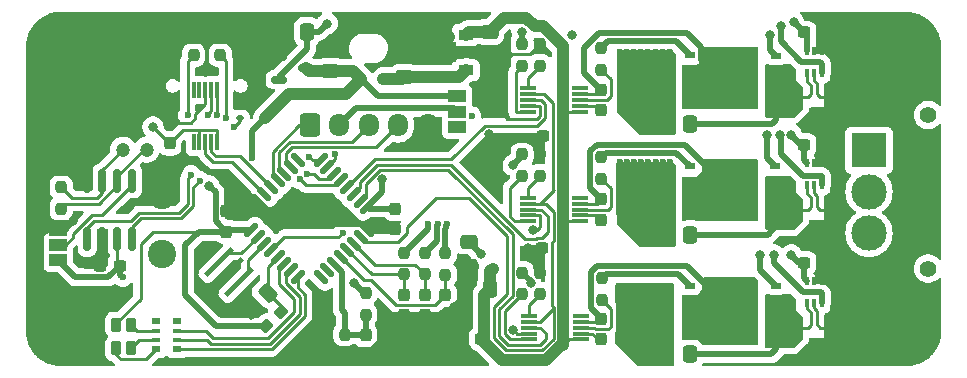
<source format=gbr>
%TF.GenerationSoftware,KiCad,Pcbnew,(7.0.0)*%
%TF.CreationDate,2023-06-11T18:09:49+09:00*%
%TF.ProjectId,rMDU,724d4455-2e6b-4696-9361-645f70636258,rev?*%
%TF.SameCoordinates,Original*%
%TF.FileFunction,Copper,L1,Top*%
%TF.FilePolarity,Positive*%
%FSLAX46Y46*%
G04 Gerber Fmt 4.6, Leading zero omitted, Abs format (unit mm)*
G04 Created by KiCad (PCBNEW (7.0.0)) date 2023-06-11 18:09:49*
%MOMM*%
%LPD*%
G01*
G04 APERTURE LIST*
G04 Aperture macros list*
%AMRoundRect*
0 Rectangle with rounded corners*
0 $1 Rounding radius*
0 $2 $3 $4 $5 $6 $7 $8 $9 X,Y pos of 4 corners*
0 Add a 4 corners polygon primitive as box body*
4,1,4,$2,$3,$4,$5,$6,$7,$8,$9,$2,$3,0*
0 Add four circle primitives for the rounded corners*
1,1,$1+$1,$2,$3*
1,1,$1+$1,$4,$5*
1,1,$1+$1,$6,$7*
1,1,$1+$1,$8,$9*
0 Add four rect primitives between the rounded corners*
20,1,$1+$1,$2,$3,$4,$5,0*
20,1,$1+$1,$4,$5,$6,$7,0*
20,1,$1+$1,$6,$7,$8,$9,0*
20,1,$1+$1,$8,$9,$2,$3,0*%
%AMRotRect*
0 Rectangle, with rotation*
0 The origin of the aperture is its center*
0 $1 length*
0 $2 width*
0 $3 Rotation angle, in degrees counterclockwise*
0 Add horizontal line*
21,1,$1,$2,0,0,$3*%
%AMFreePoly0*
4,1,9,3.862500,-0.866500,0.737500,-0.866500,0.737500,-0.450000,-0.737500,-0.450000,-0.737500,0.450000,0.737500,0.450000,0.737500,0.866500,3.862500,0.866500,3.862500,-0.866500,3.862500,-0.866500,$1*%
G04 Aperture macros list end*
%TA.AperFunction,SMDPad,CuDef*%
%ADD10RoundRect,0.237500X-0.237500X0.250000X-0.237500X-0.250000X0.237500X-0.250000X0.237500X0.250000X0*%
%TD*%
%TA.AperFunction,SMDPad,CuDef*%
%ADD11RoundRect,0.237500X-0.237500X0.300000X-0.237500X-0.300000X0.237500X-0.300000X0.237500X0.300000X0*%
%TD*%
%TA.AperFunction,SMDPad,CuDef*%
%ADD12RoundRect,0.250000X0.337500X0.475000X-0.337500X0.475000X-0.337500X-0.475000X0.337500X-0.475000X0*%
%TD*%
%TA.AperFunction,SMDPad,CuDef*%
%ADD13RoundRect,0.237500X0.300000X0.237500X-0.300000X0.237500X-0.300000X-0.237500X0.300000X-0.237500X0*%
%TD*%
%TA.AperFunction,SMDPad,CuDef*%
%ADD14R,0.400000X0.650000*%
%TD*%
%TA.AperFunction,SMDPad,CuDef*%
%ADD15RoundRect,0.125000X-0.353553X-0.530330X0.530330X0.353553X0.353553X0.530330X-0.530330X-0.353553X0*%
%TD*%
%TA.AperFunction,SMDPad,CuDef*%
%ADD16RoundRect,0.125000X0.353553X-0.530330X0.530330X-0.353553X-0.353553X0.530330X-0.530330X0.353553X0*%
%TD*%
%TA.AperFunction,SMDPad,CuDef*%
%ADD17R,0.850000X0.500000*%
%TD*%
%TA.AperFunction,SMDPad,CuDef*%
%ADD18R,4.550000X4.410000*%
%TD*%
%TA.AperFunction,SMDPad,CuDef*%
%ADD19RoundRect,0.150000X0.150000X-0.825000X0.150000X0.825000X-0.150000X0.825000X-0.150000X-0.825000X0*%
%TD*%
%TA.AperFunction,SMDPad,CuDef*%
%ADD20RoundRect,0.237500X-0.300000X-0.237500X0.300000X-0.237500X0.300000X0.237500X-0.300000X0.237500X0*%
%TD*%
%TA.AperFunction,SMDPad,CuDef*%
%ADD21RoundRect,0.237500X0.237500X-0.300000X0.237500X0.300000X-0.237500X0.300000X-0.237500X-0.300000X0*%
%TD*%
%TA.AperFunction,SMDPad,CuDef*%
%ADD22RoundRect,0.237500X0.237500X-0.250000X0.237500X0.250000X-0.237500X0.250000X-0.237500X-0.250000X0*%
%TD*%
%TA.AperFunction,SMDPad,CuDef*%
%ADD23RoundRect,0.250000X0.475000X-0.337500X0.475000X0.337500X-0.475000X0.337500X-0.475000X-0.337500X0*%
%TD*%
%TA.AperFunction,SMDPad,CuDef*%
%ADD24R,1.500000X1.000000*%
%TD*%
%TA.AperFunction,SMDPad,CuDef*%
%ADD25RoundRect,0.250000X-0.337500X-0.475000X0.337500X-0.475000X0.337500X0.475000X-0.337500X0.475000X0*%
%TD*%
%TA.AperFunction,SMDPad,CuDef*%
%ADD26R,1.300000X0.900000*%
%TD*%
%TA.AperFunction,SMDPad,CuDef*%
%ADD27FreePoly0,180.000000*%
%TD*%
%TA.AperFunction,SMDPad,CuDef*%
%ADD28R,0.300000X1.400000*%
%TD*%
%TA.AperFunction,ComponentPad*%
%ADD29C,5.500000*%
%TD*%
%TA.AperFunction,SMDPad,CuDef*%
%ADD30RoundRect,0.112500X-0.187500X-0.112500X0.187500X-0.112500X0.187500X0.112500X-0.187500X0.112500X0*%
%TD*%
%TA.AperFunction,SMDPad,CuDef*%
%ADD31R,0.800000X0.500000*%
%TD*%
%TA.AperFunction,SMDPad,CuDef*%
%ADD32R,0.800000X0.400000*%
%TD*%
%TA.AperFunction,SMDPad,CuDef*%
%ADD33RotRect,0.400000X3.200000X315.000000*%
%TD*%
%TA.AperFunction,SMDPad,CuDef*%
%ADD34RoundRect,0.250000X-0.475000X0.337500X-0.475000X-0.337500X0.475000X-0.337500X0.475000X0.337500X0*%
%TD*%
%TA.AperFunction,SMDPad,CuDef*%
%ADD35R,1.400000X0.300000*%
%TD*%
%TA.AperFunction,SMDPad,CuDef*%
%ADD36RoundRect,0.150000X-0.512500X-0.150000X0.512500X-0.150000X0.512500X0.150000X-0.512500X0.150000X0*%
%TD*%
%TA.AperFunction,SMDPad,CuDef*%
%ADD37RoundRect,0.250000X-0.097227X0.574524X-0.574524X0.097227X0.097227X-0.574524X0.574524X-0.097227X0*%
%TD*%
%TA.AperFunction,SMDPad,CuDef*%
%ADD38RoundRect,0.225000X0.225000X-0.375000X0.225000X0.375000X-0.225000X0.375000X-0.225000X-0.375000X0*%
%TD*%
%TA.AperFunction,SMDPad,CuDef*%
%ADD39RoundRect,0.237500X-0.035355X-0.371231X0.371231X0.035355X0.035355X0.371231X-0.371231X-0.035355X0*%
%TD*%
%TA.AperFunction,SMDPad,CuDef*%
%ADD40RoundRect,0.250000X-0.400000X-0.625000X0.400000X-0.625000X0.400000X0.625000X-0.400000X0.625000X0*%
%TD*%
%TA.AperFunction,SMDPad,CuDef*%
%ADD41RoundRect,0.112500X0.187500X0.112500X-0.187500X0.112500X-0.187500X-0.112500X0.187500X-0.112500X0*%
%TD*%
%TA.AperFunction,ComponentPad*%
%ADD42RoundRect,0.250000X-0.600000X-0.725000X0.600000X-0.725000X0.600000X0.725000X-0.600000X0.725000X0*%
%TD*%
%TA.AperFunction,ComponentPad*%
%ADD43O,1.700000X1.950000*%
%TD*%
%TA.AperFunction,ComponentPad*%
%ADD44C,1.400000*%
%TD*%
%TA.AperFunction,ComponentPad*%
%ADD45R,3.000000X3.000000*%
%TD*%
%TA.AperFunction,ComponentPad*%
%ADD46C,3.000000*%
%TD*%
%TA.AperFunction,ComponentPad*%
%ADD47O,1.000000X1.600000*%
%TD*%
%TA.AperFunction,ComponentPad*%
%ADD48O,1.000000X2.100000*%
%TD*%
%TA.AperFunction,ComponentPad*%
%ADD49C,2.400000*%
%TD*%
%TA.AperFunction,ComponentPad*%
%ADD50C,1.200000*%
%TD*%
%TA.AperFunction,ViaPad*%
%ADD51C,0.800000*%
%TD*%
%TA.AperFunction,ViaPad*%
%ADD52C,0.600000*%
%TD*%
%TA.AperFunction,Conductor*%
%ADD53C,0.250000*%
%TD*%
%TA.AperFunction,Conductor*%
%ADD54C,0.500000*%
%TD*%
%TA.AperFunction,Conductor*%
%ADD55C,1.000000*%
%TD*%
G04 APERTURE END LIST*
D10*
%TO.P,R18,1*%
%TO.N,/CAN/CAN-H*%
X2974874Y15143624D03*
%TO.P,R18,2*%
%TO.N,/CAN/CAN-L*%
X2974874Y13318624D03*
%TD*%
D11*
%TO.P,C16,1*%
%TO.N,+3.3V*%
X31224874Y13337374D03*
%TO.P,C16,2*%
%TO.N,GND*%
X31224874Y11612374D03*
%TD*%
%TO.P,C14,1*%
%TO.N,/BRIDGE/I*%
X32000000Y6025000D03*
%TO.P,C14,2*%
%TO.N,GND*%
X32000000Y4300000D03*
%TD*%
D12*
%TO.P,C6,1*%
%TO.N,+3.3V*%
X23799874Y28299874D03*
%TO.P,C6,2*%
%TO.N,GND*%
X21724874Y28299874D03*
%TD*%
D13*
%TO.P,C28,1*%
%TO.N,+5V*%
X7952374Y8500000D03*
%TO.P,C28,2*%
%TO.N,GND*%
X6227374Y8500000D03*
%TD*%
D14*
%TO.P,U10,1,REF*%
%TO.N,GND*%
X67399999Y7199999D03*
%TO.P,U10,2,GND*%
X66749999Y7199999D03*
%TO.P,U10,3,V+*%
%TO.N,+3.3V*%
X66099999Y7199999D03*
%TO.P,U10,4,+*%
%TO.N,Net-(U10-+)*%
X66099999Y5299999D03*
%TO.P,U10,5,-*%
%TO.N,GND*%
X66749999Y5299999D03*
%TO.P,U10,6*%
%TO.N,Net-(R17-Pad1)*%
X67399999Y5299999D03*
%TD*%
%TO.P,U8,1,REF*%
%TO.N,GND*%
X67399999Y17199999D03*
%TO.P,U8,2,GND*%
X66749999Y17199999D03*
%TO.P,U8,3,V+*%
%TO.N,+3.3V*%
X66099999Y17199999D03*
%TO.P,U8,4,+*%
%TO.N,Net-(U8-+)*%
X66099999Y15299999D03*
%TO.P,U8,5,-*%
%TO.N,GND*%
X66749999Y15299999D03*
%TO.P,U8,6*%
%TO.N,Net-(R12-Pad1)*%
X67399999Y15299999D03*
%TD*%
D15*
%TO.P,U6,1,VDD*%
%TO.N,+3.3V*%
X19042804Y11502602D03*
%TO.P,U6,2,PF0*%
%TO.N,Net-(U6-PF0)*%
X19608490Y10936917D03*
%TO.P,U6,3,PF1*%
%TO.N,Net-(U6-PF1)*%
X20174175Y10371231D03*
%TO.P,U6,4,NRST*%
%TO.N,/MCU/NRST*%
X20739860Y9805546D03*
%TO.P,U6,5,VDDA*%
%TO.N,Net-(U6-VDDA)*%
X21305546Y9239860D03*
%TO.P,U6,6,PA0*%
%TO.N,/MCU/LED_B*%
X21871231Y8674175D03*
%TO.P,U6,7,PA1*%
%TO.N,/MCU/LED_G*%
X22436917Y8108490D03*
%TO.P,U6,8,PA2*%
%TO.N,/MCU/LED_R*%
X23002602Y7542804D03*
D16*
%TO.P,U6,9,PA3*%
%TO.N,unconnected-(U6-PA3-Pad9)*%
X24947146Y7542804D03*
%TO.P,U6,10,PA4*%
%TO.N,unconnected-(U6-PA4-Pad10)*%
X25512831Y8108490D03*
%TO.P,U6,11,PA5*%
%TO.N,/MCU/POWER_V*%
X26078517Y8674175D03*
%TO.P,U6,12,PA6*%
%TO.N,/BRIDGE2/I*%
X26644202Y9239860D03*
%TO.P,U6,13,PA7*%
%TO.N,/BRIDGE/I*%
X27209888Y9805546D03*
%TO.P,U6,14,PB0*%
%TO.N,/BRIDGE1/I*%
X27775573Y10371231D03*
%TO.P,U6,15,PB1*%
%TO.N,/BRIDGE/EN*%
X28341258Y10936917D03*
%TO.P,U6,16,VSS*%
%TO.N,GND*%
X28906944Y11502602D03*
D15*
%TO.P,U6,17,VDD*%
%TO.N,+3.3V*%
X28906944Y13447146D03*
%TO.P,U6,18,PA8*%
%TO.N,/BRIDGE2/PWM*%
X28341258Y14012831D03*
%TO.P,U6,19,PA9*%
%TO.N,/BRIDGE1/PWM*%
X27775573Y14578517D03*
%TO.P,U6,20,PA10*%
%TO.N,/BRIDGE/PWM*%
X27209888Y15144202D03*
%TO.P,U6,21,PA11*%
%TO.N,/CAN/CAN_RX*%
X26644202Y15709888D03*
%TO.P,U6,22,PA12*%
%TO.N,/CAN/CAN_TX*%
X26078517Y16275573D03*
%TO.P,U6,23,PA13*%
%TO.N,/MCU/SWDIO*%
X25512831Y16841258D03*
%TO.P,U6,24,PA14*%
%TO.N,/MCU/SWCLK*%
X24947146Y17406944D03*
D16*
%TO.P,U6,25,PA15*%
%TO.N,unconnected-(U6-PA15-Pad25)*%
X23002602Y17406944D03*
%TO.P,U6,26,PB3*%
%TO.N,/MCU/PB3*%
X22436917Y16841258D03*
%TO.P,U6,27,PB4*%
%TO.N,/MCU/PB4*%
X21871231Y16275573D03*
%TO.P,U6,28,PB5*%
%TO.N,/MCU/PB5*%
X21305546Y15709888D03*
%TO.P,U6,29,PB6*%
%TO.N,/MCU/UART_TX*%
X20739860Y15144202D03*
%TO.P,U6,30,PB7*%
%TO.N,/MCU/UART_RX*%
X20174175Y14578517D03*
%TO.P,U6,31,BOOT0*%
%TO.N,GND*%
X19608490Y14012831D03*
%TO.P,U6,32,VSS*%
X19042804Y13447146D03*
%TD*%
D17*
%TO.P,Q4,1,S*%
%TO.N,Net-(U8-+)*%
X63454999Y13094999D03*
%TO.P,Q4,2,S*%
X63454999Y14364999D03*
%TO.P,Q4,3,S*%
X63454999Y15634999D03*
%TO.P,Q4,4,G*%
%TO.N,Net-(Q4-G)*%
X63454999Y16904999D03*
D18*
%TO.P,Q4,5,D*%
%TO.N,/BRIDGE1/OUT*%
X59504999Y14999999D03*
%TD*%
D19*
%TO.P,U11,1,TXD*%
%TO.N,/CAN/CAN_TX*%
X5184874Y10731124D03*
%TO.P,U11,2,VSS*%
%TO.N,GND*%
X6454874Y10731124D03*
%TO.P,U11,3,VDD*%
%TO.N,+5V*%
X7724874Y10731124D03*
%TO.P,U11,4,RXD*%
%TO.N,/CAN/CAN_RX*%
X8994874Y10731124D03*
%TO.P,U11,5,Vref*%
%TO.N,Net-(JP2-C)*%
X8994874Y15681124D03*
%TO.P,U11,6,CANL*%
%TO.N,/CAN/CAN-L*%
X7724874Y15681124D03*
%TO.P,U11,7,CANH*%
%TO.N,/CAN/CAN-H*%
X6454874Y15681124D03*
%TO.P,U11,8,Rs*%
%TO.N,GND*%
X5184874Y15681124D03*
%TD*%
D20*
%TO.P,C21,1*%
%TO.N,+3.3V*%
X65887500Y18750000D03*
%TO.P,C21,2*%
%TO.N,GND*%
X67612500Y18750000D03*
%TD*%
D21*
%TO.P,C17,1*%
%TO.N,+3.3V*%
X16974874Y11362374D03*
%TO.P,C17,2*%
%TO.N,GND*%
X16974874Y13087374D03*
%TD*%
D22*
%TO.P,R19,1*%
%TO.N,Net-(J2-CC1)*%
X14184874Y26312374D03*
%TO.P,R19,2*%
%TO.N,GND*%
X14184874Y28137374D03*
%TD*%
D20*
%TO.P,C26,1*%
%TO.N,+3.3V*%
X65887500Y28250000D03*
%TO.P,C26,2*%
%TO.N,GND*%
X67612500Y28250000D03*
%TD*%
D17*
%TO.P,Q1,1,S*%
%TO.N,/BRIDGE/OUT*%
X56254999Y22494999D03*
%TO.P,Q1,2,S*%
X56254999Y23764999D03*
%TO.P,Q1,3,S*%
X56254999Y25034999D03*
%TO.P,Q1,4,G*%
%TO.N,Net-(Q1-G)*%
X56254999Y26304999D03*
D18*
%TO.P,Q1,5,D*%
%TO.N,+BATT*%
X52304999Y24399999D03*
%TD*%
D12*
%TO.P,C3,1*%
%TO.N,+9V*%
X39287500Y6500000D03*
%TO.P,C3,2*%
%TO.N,GND*%
X37212500Y6500000D03*
%TD*%
D10*
%TO.P,R17,1*%
%TO.N,Net-(R17-Pad1)*%
X35500000Y9550000D03*
%TO.P,R17,2*%
%TO.N,/BRIDGE2/I*%
X35500000Y7725000D03*
%TD*%
D22*
%TO.P,R5,1*%
%TO.N,Net-(U4-LO)*%
X42000000Y25425000D03*
%TO.P,R5,2*%
%TO.N,Net-(Q2-G)*%
X42000000Y27250000D03*
%TD*%
D23*
%TO.P,C4,1*%
%TO.N,Net-(D2-A)*%
X32000000Y24462500D03*
%TO.P,C4,2*%
%TO.N,GND*%
X32000000Y26537500D03*
%TD*%
D20*
%TO.P,C18,1*%
%TO.N,GND*%
X43737500Y19500000D03*
%TO.P,C18,2*%
%TO.N,+9V*%
X45462500Y19500000D03*
%TD*%
D22*
%TO.P,R4,1*%
%TO.N,Net-(U4-HO)*%
X48700000Y25087500D03*
%TO.P,R4,2*%
%TO.N,Net-(Q1-G)*%
X48700000Y26912500D03*
%TD*%
D24*
%TO.P,JP1,1,A*%
%TO.N,+5V*%
X36499999Y22849873D03*
%TO.P,JP1,2,C*%
%TO.N,Net-(ENC1-Pin_2)*%
X36499999Y21549873D03*
%TO.P,JP1,3,B*%
%TO.N,+3.3V*%
X36499999Y20249873D03*
%TD*%
D25*
%TO.P,C12,1*%
%TO.N,+BATT*%
X54162500Y20500000D03*
%TO.P,C12,2*%
%TO.N,Net-(U5-+)*%
X56237500Y20500000D03*
%TD*%
D26*
%TO.P,U2,1,OUT*%
%TO.N,Net-(D2-A)*%
X37249999Y25049873D03*
D27*
%TO.P,U2,2,GND*%
%TO.N,GND*%
X37162500Y26549874D03*
D26*
%TO.P,U2,3,IN*%
%TO.N,+9V*%
X37249999Y28049873D03*
%TD*%
D11*
%TO.P,C11,1*%
%TO.N,/BRIDGE/OUT*%
X48700000Y23362500D03*
%TO.P,C11,2*%
%TO.N,Net-(U4-Vboot)*%
X48700000Y21637500D03*
%TD*%
D28*
%TO.P,U12,1,UD+*%
%TO.N,Net-(U12-UD+)*%
X16184873Y23374873D03*
%TO.P,U12,2,UD-*%
%TO.N,Net-(U12-UD-)*%
X15684873Y23374873D03*
%TO.P,U12,3,GND*%
%TO.N,GND*%
X15184873Y23374873D03*
%TO.P,U12,4,~{RTS}*%
%TO.N,unconnected-(U12-~{RTS}-Pad4)*%
X14684873Y23374873D03*
%TO.P,U12,5,~{CTS}*%
%TO.N,unconnected-(U12-~{CTS}-Pad5)*%
X14184873Y23374873D03*
%TO.P,U12,6,TNOW*%
%TO.N,unconnected-(U12-TNOW-Pad6)*%
X14184873Y18974873D03*
%TO.P,U12,7,VCC*%
%TO.N,+3.3V*%
X14684873Y18974873D03*
%TO.P,U12,8,TXD*%
%TO.N,/MCU/UART_RX*%
X15184873Y18974873D03*
%TO.P,U12,9,RXD*%
%TO.N,/MCU/UART_TX*%
X15684873Y18974873D03*
%TO.P,U12,10,V3*%
%TO.N,+3.3V*%
X16184873Y18974873D03*
%TD*%
D17*
%TO.P,Q3,1,S*%
%TO.N,/BRIDGE1/OUT*%
X56204999Y13094999D03*
%TO.P,Q3,2,S*%
X56204999Y14364999D03*
%TO.P,Q3,3,S*%
X56204999Y15634999D03*
%TO.P,Q3,4,G*%
%TO.N,Net-(Q3-G)*%
X56204999Y16904999D03*
D18*
%TO.P,Q3,5,D*%
%TO.N,+BATT*%
X52254999Y14999999D03*
%TD*%
D20*
%TO.P,C23,1*%
%TO.N,GND*%
X43700000Y10000000D03*
%TO.P,C23,2*%
%TO.N,+9V*%
X45425000Y10000000D03*
%TD*%
D29*
%TO.P,H2,1,1*%
%TO.N,GND*%
X2974874Y26974874D03*
%TD*%
D22*
%TO.P,R13,1*%
%TO.N,Net-(U9-DT)*%
X43500000Y6087500D03*
%TO.P,R13,2*%
%TO.N,GND*%
X43500000Y7912500D03*
%TD*%
D24*
%TO.P,JP2,1,A*%
%TO.N,GND*%
X2749999Y11549999D03*
%TO.P,JP2,2,C*%
%TO.N,Net-(JP2-C)*%
X2749999Y10249999D03*
%TO.P,JP2,3,B*%
%TO.N,+5V*%
X2749999Y8949999D03*
%TD*%
D30*
%TO.P,D2,1,K*%
%TO.N,+5V*%
X27962374Y24299874D03*
%TO.P,D2,2,A*%
%TO.N,Net-(D2-A)*%
X30062374Y24299874D03*
%TD*%
D22*
%TO.P,R3,1*%
%TO.N,Net-(U4-DT)*%
X43500000Y25425000D03*
%TO.P,R3,2*%
%TO.N,GND*%
X43500000Y27250000D03*
%TD*%
D29*
%TO.P,H1,1,1*%
%TO.N,GND*%
X74500000Y2974874D03*
%TD*%
D14*
%TO.P,U5,1,REF*%
%TO.N,GND*%
X67399999Y26699999D03*
%TO.P,U5,2,GND*%
X66749999Y26699999D03*
%TO.P,U5,3,V+*%
%TO.N,+3.3V*%
X66099999Y26699999D03*
%TO.P,U5,4,+*%
%TO.N,Net-(U5-+)*%
X66099999Y24799999D03*
%TO.P,U5,5,-*%
%TO.N,GND*%
X66749999Y24799999D03*
%TO.P,U5,6*%
%TO.N,Net-(R7-Pad1)*%
X67399999Y24799999D03*
%TD*%
D31*
%TO.P,RN1,1,R1.1*%
%TO.N,/MCU/LED_R*%
X12799999Y1399999D03*
D32*
%TO.P,RN1,2,R2.1*%
%TO.N,/MCU/LED_G*%
X12799999Y2199999D03*
%TO.P,RN1,3,R3.1*%
%TO.N,/MCU/LED_B*%
X12799999Y2999999D03*
D31*
%TO.P,RN1,4,R4.1*%
%TO.N,unconnected-(RN1-R4.1-Pad4)*%
X12799999Y3799999D03*
%TO.P,RN1,5,R4.2*%
%TO.N,unconnected-(RN1-R4.2-Pad5)*%
X10999999Y3799999D03*
D32*
%TO.P,RN1,6,R3.2*%
%TO.N,Net-(D1-RK)*%
X10999999Y2999999D03*
%TO.P,RN1,7,R2.2*%
%TO.N,Net-(D1-GK)*%
X10999999Y2199999D03*
D31*
%TO.P,RN1,8,R1.2*%
%TO.N,Net-(D1-BK)*%
X10999999Y1399999D03*
%TD*%
D33*
%TO.P,Y1,1,1*%
%TO.N,Net-(U6-PF0)*%
X16376345Y8823401D03*
%TO.P,Y1,2,2*%
%TO.N,GND*%
X17224873Y7974873D03*
%TO.P,Y1,3,3*%
%TO.N,Net-(U6-PF1)*%
X18073401Y7126345D03*
%TD*%
D11*
%TO.P,C22,1*%
%TO.N,/BRIDGE1/I*%
X33750000Y6025000D03*
%TO.P,C22,2*%
%TO.N,GND*%
X33750000Y4300000D03*
%TD*%
D34*
%TO.P,C1,1*%
%TO.N,+BATT*%
X37500000Y10537500D03*
%TO.P,C1,2*%
%TO.N,GND*%
X37500000Y8462500D03*
%TD*%
D35*
%TO.P,U7,1,VCC*%
%TO.N,+9V*%
X46899999Y12249999D03*
%TO.P,U7,2,Vboot*%
%TO.N,Net-(U7-Vboot)*%
X46899999Y12749999D03*
%TO.P,U7,3,HO*%
%TO.N,Net-(U7-HO)*%
X46899999Y13249999D03*
%TO.P,U7,4,VS*%
%TO.N,/BRIDGE1/OUT*%
X46899999Y13749999D03*
%TO.P,U7,5,NC*%
%TO.N,unconnected-(U7-NC-Pad5)*%
X46899999Y14249999D03*
%TO.P,U7,6,DT*%
%TO.N,Net-(U7-DT)*%
X42499999Y14249999D03*
%TO.P,U7,7,EN*%
%TO.N,/BRIDGE/EN*%
X42499999Y13749999D03*
%TO.P,U7,8,IN*%
%TO.N,/BRIDGE1/PWM*%
X42499999Y13249999D03*
%TO.P,U7,9,COM*%
%TO.N,GND*%
X42499999Y12749999D03*
%TO.P,U7,10,LO*%
%TO.N,Net-(U7-LO)*%
X42499999Y12249999D03*
%TD*%
D34*
%TO.P,C2,1*%
%TO.N,+9V*%
X39250000Y28287500D03*
%TO.P,C2,2*%
%TO.N,GND*%
X39250000Y26212500D03*
%TD*%
D22*
%TO.P,R9,1*%
%TO.N,Net-(U7-HO)*%
X48700000Y15837500D03*
%TO.P,R9,2*%
%TO.N,Net-(Q3-G)*%
X48700000Y17662500D03*
%TD*%
D20*
%TO.P,C13,1*%
%TO.N,+3.3V*%
X65887500Y8750000D03*
%TO.P,C13,2*%
%TO.N,GND*%
X67612500Y8750000D03*
%TD*%
D11*
%TO.P,C29,1*%
%TO.N,GND*%
X12184874Y20587374D03*
%TO.P,C29,2*%
%TO.N,+3.3V*%
X12184874Y18862374D03*
%TD*%
D10*
%TO.P,R1,1*%
%TO.N,+BATT*%
X28750000Y6162500D03*
%TO.P,R1,2*%
%TO.N,/MCU/POWER_V*%
X28750000Y4337500D03*
%TD*%
D11*
%TO.P,C19,1*%
%TO.N,/BRIDGE1/OUT*%
X48700000Y14112500D03*
%TO.P,C19,2*%
%TO.N,Net-(U7-Vboot)*%
X48700000Y12387500D03*
%TD*%
%TO.P,C7,1*%
%TO.N,/MCU/POWER_V*%
X28750000Y2612500D03*
%TO.P,C7,2*%
%TO.N,GND*%
X28750000Y887500D03*
%TD*%
%TO.P,C27,1*%
%TO.N,/BRIDGE2/I*%
X35500000Y6000000D03*
%TO.P,C27,2*%
%TO.N,GND*%
X35500000Y4275000D03*
%TD*%
D17*
%TO.P,Q5,1,S*%
%TO.N,/BRIDGE2/OUT*%
X56204999Y2944999D03*
%TO.P,Q5,2,S*%
X56204999Y4214999D03*
%TO.P,Q5,3,S*%
X56204999Y5484999D03*
%TO.P,Q5,4,G*%
%TO.N,Net-(Q5-G)*%
X56204999Y6754999D03*
D18*
%TO.P,Q5,5,D*%
%TO.N,+BATT*%
X52254999Y4849999D03*
%TD*%
D22*
%TO.P,R20,1*%
%TO.N,Net-(J2-CC2)*%
X16434874Y26312374D03*
%TO.P,R20,2*%
%TO.N,GND*%
X16434874Y28137374D03*
%TD*%
%TO.P,R10,1*%
%TO.N,Net-(U7-LO)*%
X42000000Y16087500D03*
%TO.P,R10,2*%
%TO.N,Net-(Q4-G)*%
X42000000Y17912500D03*
%TD*%
D36*
%TO.P,U13,1,GND*%
%TO.N,GND*%
X21462500Y26150000D03*
%TO.P,U13,2,VO*%
%TO.N,+3.3V*%
X21462500Y24250000D03*
%TO.P,U13,3,VI*%
%TO.N,+5V*%
X23737500Y25200000D03*
%TD*%
D25*
%TO.P,C20,1*%
%TO.N,+BATT*%
X54162500Y11100000D03*
%TO.P,C20,2*%
%TO.N,Net-(U8-+)*%
X56237500Y11100000D03*
%TD*%
D20*
%TO.P,C10,1*%
%TO.N,GND*%
X36800000Y2300000D03*
%TO.P,C10,2*%
%TO.N,+9V*%
X38525000Y2300000D03*
%TD*%
D22*
%TO.P,R15,1*%
%TO.N,Net-(U9-LO)*%
X42000000Y6087500D03*
%TO.P,R15,2*%
%TO.N,Net-(Q6-G)*%
X42000000Y7912500D03*
%TD*%
%TO.P,R8,1*%
%TO.N,Net-(U7-DT)*%
X43500000Y16087500D03*
%TO.P,R8,2*%
%TO.N,GND*%
X43500000Y17912500D03*
%TD*%
D25*
%TO.P,C25,1*%
%TO.N,+BATT*%
X54162500Y1000000D03*
%TO.P,C25,2*%
%TO.N,Net-(U10-+)*%
X56237500Y1000000D03*
%TD*%
D10*
%TO.P,R2,1*%
%TO.N,/MCU/POWER_V*%
X27000000Y2662500D03*
%TO.P,R2,2*%
%TO.N,GND*%
X27000000Y837500D03*
%TD*%
D29*
%TO.P,H4,1,1*%
%TO.N,GND*%
X74500000Y26974874D03*
%TD*%
D37*
%TO.P,C15,1*%
%TO.N,Net-(U6-VDDA)*%
X20458497Y6208497D03*
%TO.P,C15,2*%
%TO.N,GND*%
X18991251Y4741251D03*
%TD*%
D23*
%TO.P,C5,1*%
%TO.N,+5V*%
X25762374Y25012374D03*
%TO.P,C5,2*%
%TO.N,GND*%
X25762374Y27087374D03*
%TD*%
D38*
%TO.P,D1,1,BK*%
%TO.N,Net-(D1-BK)*%
X7650000Y1500000D03*
%TO.P,D1,2,A*%
%TO.N,+3.3V*%
X7650000Y3500000D03*
%TO.P,D1,3,RK*%
%TO.N,Net-(D1-RK)*%
X8900000Y3500000D03*
%TO.P,D1,4,GK*%
%TO.N,Net-(D1-GK)*%
X8900000Y1500000D03*
%TD*%
D10*
%TO.P,R7,1*%
%TO.N,Net-(R7-Pad1)*%
X32000000Y9575000D03*
%TO.P,R7,2*%
%TO.N,/BRIDGE/I*%
X32000000Y7750000D03*
%TD*%
D17*
%TO.P,Q2,1,S*%
%TO.N,Net-(U5-+)*%
X63504999Y22444999D03*
%TO.P,Q2,2,S*%
X63504999Y23714999D03*
%TO.P,Q2,3,S*%
X63504999Y24984999D03*
%TO.P,Q2,4,G*%
%TO.N,Net-(Q2-G)*%
X63504999Y26254999D03*
D18*
%TO.P,Q2,5,D*%
%TO.N,/BRIDGE/OUT*%
X59554999Y24349999D03*
%TD*%
D39*
%TO.P,FB1,1*%
%TO.N,+3.3V*%
X20356156Y3356156D03*
%TO.P,FB1,2*%
%TO.N,Net-(U6-VDDA)*%
X21593592Y4593592D03*
%TD*%
D10*
%TO.P,R12,1*%
%TO.N,Net-(R12-Pad1)*%
X33750000Y9575000D03*
%TO.P,R12,2*%
%TO.N,/BRIDGE1/I*%
X33750000Y7750000D03*
%TD*%
D40*
%TO.P,R6,1*%
%TO.N,Net-(U5-+)*%
X65150000Y22750000D03*
%TO.P,R6,2*%
%TO.N,GND*%
X68250000Y22750000D03*
%TD*%
D11*
%TO.P,C24,1*%
%TO.N,/BRIDGE2/OUT*%
X48700000Y3975000D03*
%TO.P,C24,2*%
%TO.N,Net-(U9-Vboot)*%
X48700000Y2250000D03*
%TD*%
D17*
%TO.P,Q6,1,S*%
%TO.N,Net-(U10-+)*%
X63504999Y2994999D03*
%TO.P,Q6,2,S*%
X63504999Y4264999D03*
%TO.P,Q6,3,S*%
X63504999Y5534999D03*
%TO.P,Q6,4,G*%
%TO.N,Net-(Q6-G)*%
X63504999Y6804999D03*
D18*
%TO.P,Q6,5,D*%
%TO.N,/BRIDGE2/OUT*%
X59554999Y4899999D03*
%TD*%
D35*
%TO.P,U4,1,VCC*%
%TO.N,+9V*%
X46899999Y21499999D03*
%TO.P,U4,2,Vboot*%
%TO.N,Net-(U4-Vboot)*%
X46899999Y21999999D03*
%TO.P,U4,3,HO*%
%TO.N,Net-(U4-HO)*%
X46899999Y22499999D03*
%TO.P,U4,4,VS*%
%TO.N,/BRIDGE/OUT*%
X46899999Y22999999D03*
%TO.P,U4,5,NC*%
%TO.N,unconnected-(U4-NC-Pad5)*%
X46899999Y23499999D03*
%TO.P,U4,6,DT*%
%TO.N,Net-(U4-DT)*%
X42499999Y23499999D03*
%TO.P,U4,7,EN*%
%TO.N,/BRIDGE/EN*%
X42499999Y22999999D03*
%TO.P,U4,8,IN*%
%TO.N,/BRIDGE/PWM*%
X42499999Y22499999D03*
%TO.P,U4,9,COM*%
%TO.N,GND*%
X42499999Y21999999D03*
%TO.P,U4,10,LO*%
%TO.N,Net-(U4-LO)*%
X42499999Y21499999D03*
%TD*%
D22*
%TO.P,R14,1*%
%TO.N,Net-(U9-HO)*%
X48750000Y5587500D03*
%TO.P,R14,2*%
%TO.N,Net-(Q5-G)*%
X48750000Y7412500D03*
%TD*%
D40*
%TO.P,R11,1*%
%TO.N,Net-(U8-+)*%
X65150000Y13250000D03*
%TO.P,R11,2*%
%TO.N,GND*%
X68250000Y13250000D03*
%TD*%
D35*
%TO.P,U9,1,VCC*%
%TO.N,+9V*%
X46949999Y2249999D03*
%TO.P,U9,2,Vboot*%
%TO.N,Net-(U9-Vboot)*%
X46949999Y2749999D03*
%TO.P,U9,3,HO*%
%TO.N,Net-(U9-HO)*%
X46949999Y3249999D03*
%TO.P,U9,4,VS*%
%TO.N,/BRIDGE2/OUT*%
X46949999Y3749999D03*
%TO.P,U9,5,NC*%
%TO.N,unconnected-(U9-NC-Pad5)*%
X46949999Y4249999D03*
%TO.P,U9,6,DT*%
%TO.N,Net-(U9-DT)*%
X42549999Y4249999D03*
%TO.P,U9,7,EN*%
%TO.N,/BRIDGE/EN*%
X42549999Y3749999D03*
%TO.P,U9,8,IN*%
%TO.N,/BRIDGE2/PWM*%
X42549999Y3249999D03*
%TO.P,U9,9,COM*%
%TO.N,GND*%
X42549999Y2749999D03*
%TO.P,U9,10,LO*%
%TO.N,Net-(U9-LO)*%
X42549999Y2249999D03*
%TD*%
D41*
%TO.P,D3,1,K*%
%TO.N,+5V*%
X20234874Y20974874D03*
%TO.P,D3,2,A*%
%TO.N,Net-(D3-A)*%
X18134874Y20974874D03*
%TD*%
D40*
%TO.P,R16,1*%
%TO.N,Net-(U10-+)*%
X65150000Y3250000D03*
%TO.P,R16,2*%
%TO.N,GND*%
X68250000Y3250000D03*
%TD*%
D29*
%TO.P,H3,1,1*%
%TO.N,GND*%
X2974874Y2974874D03*
%TD*%
D42*
%TO.P,ENC1,1,Pin_1*%
%TO.N,/MCU/PB5*%
X24012374Y20399874D03*
D43*
%TO.P,ENC1,2,Pin_2*%
%TO.N,Net-(ENC1-Pin_2)*%
X26512373Y20399873D03*
%TO.P,ENC1,3,Pin_3*%
%TO.N,/MCU/PB4*%
X29012373Y20399873D03*
%TO.P,ENC1,4,Pin_4*%
%TO.N,/MCU/PB3*%
X31512373Y20399873D03*
%TO.P,ENC1,5,Pin_5*%
%TO.N,GND*%
X34012373Y20399873D03*
%TD*%
D44*
%TO.P,OUT1,*%
%TO.N,*%
X76375000Y8250000D03*
X76375000Y21250000D03*
D45*
%TO.P,OUT1,1,Pin_1*%
%TO.N,/BRIDGE/OUT*%
X71374999Y18249999D03*
D46*
%TO.P,OUT1,2,Pin_2*%
%TO.N,/BRIDGE1/OUT*%
X71375000Y14750000D03*
%TO.P,OUT1,3,Pin_3*%
%TO.N,/BRIDGE2/OUT*%
X71375000Y11250000D03*
%TD*%
D47*
%TO.P,J2,S1,SHIELD*%
%TO.N,GND*%
X10974873Y27404873D03*
D48*
X10974873Y23224873D03*
D47*
X19614873Y27404873D03*
D48*
X19614873Y23224873D03*
%TD*%
D49*
%TO.P,IN1,1,+*%
%TO.N,+BATT*%
X11474874Y9481124D03*
%TO.P,IN1,2,-*%
%TO.N,GND*%
X11474874Y14481124D03*
D50*
%TO.P,IN1,3,S1*%
%TO.N,/CAN/CAN-H*%
X8224874Y18331124D03*
%TO.P,IN1,4,S2*%
%TO.N,/CAN/CAN-L*%
X10224874Y18331124D03*
%TD*%
D51*
%TO.N,GND*%
X36250000Y5000000D03*
D52*
X17400000Y15700000D03*
D51*
X25750000Y1000000D03*
X4750000Y8750000D03*
X16800000Y4700000D03*
X4000000Y12250000D03*
X34600000Y27900000D03*
X42500000Y10000000D03*
X35800000Y27900000D03*
X42900000Y11500000D03*
X31000000Y3250000D03*
X39200000Y19612962D03*
X41255923Y3019533D03*
X33600000Y27900000D03*
X26800000Y28100000D03*
X40200000Y21500000D03*
%TO.N,+3.3V*%
X15502507Y15248546D03*
X64800000Y19600000D03*
X64800000Y9400000D03*
X30181538Y15818462D03*
X65000000Y29100000D03*
X25500000Y29000000D03*
X36500000Y20249874D03*
X10750000Y20250000D03*
D52*
%TO.N,/BRIDGE/OUT*%
X61100000Y26000000D03*
X58700000Y25400000D03*
X58700000Y26000000D03*
X61700000Y26000000D03*
X60500000Y26600000D03*
X59900000Y26600000D03*
X58100000Y25400000D03*
X58700000Y26600000D03*
X61700000Y23600000D03*
X57500000Y26000000D03*
X59300000Y23600000D03*
X61700000Y22400000D03*
X61700000Y25400000D03*
X61700000Y23000000D03*
X57500000Y25400000D03*
X59300000Y24200000D03*
X58100000Y26600000D03*
X58100000Y23000000D03*
X59300000Y22400000D03*
X61700000Y24800000D03*
X61100000Y24800000D03*
X58100000Y23600000D03*
X60500000Y24200000D03*
X60500000Y23000000D03*
X60500000Y22400000D03*
X58100000Y24800000D03*
X57500000Y24200000D03*
X61100000Y24200000D03*
X59300000Y26600000D03*
X61100000Y22400000D03*
X59300000Y26000000D03*
X61100000Y23000000D03*
X61700000Y26600000D03*
X57500000Y23600000D03*
X58700000Y24200000D03*
X61100000Y23600000D03*
X58100000Y22400000D03*
X59900000Y24200000D03*
X59900000Y25400000D03*
X61700000Y24200000D03*
X57500000Y22400000D03*
X60500000Y25400000D03*
X59300000Y25400000D03*
X59900000Y22400000D03*
X58700000Y22400000D03*
X60500000Y26000000D03*
X59300000Y23000000D03*
X58700000Y24800000D03*
X60500000Y23600000D03*
X57500000Y24800000D03*
X58100000Y26000000D03*
X59900000Y26000000D03*
X61100000Y25400000D03*
X58100000Y24200000D03*
X58700000Y23000000D03*
X59900000Y24800000D03*
X59900000Y23600000D03*
X60500000Y24800000D03*
X58700000Y23600000D03*
X57500000Y23000000D03*
X59300000Y24800000D03*
X59900000Y23000000D03*
X57500000Y26600000D03*
X61100000Y26600000D03*
D51*
%TO.N,+9V*%
X39500000Y8250000D03*
D52*
%TO.N,+BATT*%
X51500000Y4300000D03*
X50900000Y17300000D03*
X52700000Y24800000D03*
X50300000Y24200000D03*
X52100000Y24800000D03*
X53900000Y13100000D03*
X50300000Y26000000D03*
X53300000Y26600000D03*
X53300000Y23600000D03*
X53900000Y16700000D03*
X52100000Y23600000D03*
X53900000Y14900000D03*
X53900000Y16100000D03*
X53300000Y16700000D03*
X53900000Y23000000D03*
X54500000Y23600000D03*
X50900000Y23000000D03*
X53900000Y15500000D03*
X52700000Y13700000D03*
X51500000Y24800000D03*
X50900000Y4900000D03*
X50300000Y13100000D03*
X53300000Y14300000D03*
X51500000Y6100000D03*
X51500000Y26600000D03*
X52100000Y14300000D03*
D51*
X38500000Y9500000D03*
D52*
X52700000Y17300000D03*
X52700000Y6100000D03*
X52700000Y5500000D03*
X54500000Y6700000D03*
X51500000Y22400000D03*
X53900000Y26000000D03*
X53900000Y5500000D03*
X54500000Y23000000D03*
X53300000Y25400000D03*
X52700000Y26000000D03*
X52100000Y13100000D03*
X54500000Y15500000D03*
X53900000Y13700000D03*
X53900000Y24800000D03*
X50900000Y24200000D03*
X50300000Y24800000D03*
X52100000Y16700000D03*
X53300000Y5500000D03*
X54500000Y14900000D03*
X53300000Y4900000D03*
X52700000Y14300000D03*
X51500000Y14900000D03*
X54500000Y13100000D03*
X51500000Y24200000D03*
X50300000Y15500000D03*
X50900000Y4300000D03*
X52700000Y14900000D03*
X53900000Y6100000D03*
X51500000Y16700000D03*
X53900000Y26600000D03*
X51500000Y17300000D03*
X53300000Y6100000D03*
X53300000Y23000000D03*
X52700000Y3100000D03*
X52100000Y3700000D03*
X50300000Y17300000D03*
X54500000Y4900000D03*
X51500000Y13700000D03*
X53300000Y22400000D03*
X54500000Y24800000D03*
X50900000Y6700000D03*
X50900000Y16100000D03*
X50300000Y5500000D03*
X50300000Y6100000D03*
X52100000Y26600000D03*
X53300000Y24800000D03*
X53900000Y24200000D03*
X50300000Y14900000D03*
X51500000Y23000000D03*
X52100000Y16100000D03*
X50900000Y3100000D03*
X54500000Y24200000D03*
X53900000Y2500000D03*
X51500000Y5500000D03*
X51500000Y16100000D03*
X53900000Y17300000D03*
X52100000Y23000000D03*
X54500000Y16700000D03*
X52700000Y16700000D03*
X50900000Y25400000D03*
X52100000Y5500000D03*
X50900000Y24800000D03*
X54500000Y5500000D03*
X50300000Y3100000D03*
X52100000Y26000000D03*
X50900000Y5500000D03*
X52700000Y13100000D03*
X52100000Y3100000D03*
X53300000Y17300000D03*
X50300000Y22400000D03*
X52100000Y22400000D03*
X52700000Y23000000D03*
X53900000Y4900000D03*
X53300000Y15500000D03*
X52100000Y14900000D03*
X52100000Y15500000D03*
X51500000Y4900000D03*
X51500000Y3700000D03*
X50900000Y6100000D03*
X54500000Y22400000D03*
X50300000Y23600000D03*
X50900000Y14900000D03*
X50900000Y13700000D03*
X51500000Y13100000D03*
X51500000Y3100000D03*
X53900000Y14300000D03*
X52100000Y6100000D03*
X53900000Y23600000D03*
X54500000Y26000000D03*
X53300000Y24200000D03*
X50300000Y3700000D03*
X54500000Y2500000D03*
X53300000Y13700000D03*
X51500000Y2500000D03*
X52700000Y16100000D03*
X50300000Y6700000D03*
X50900000Y23600000D03*
X50900000Y2500000D03*
X53900000Y25400000D03*
X50300000Y26600000D03*
X52100000Y4300000D03*
X51500000Y14300000D03*
X52700000Y4900000D03*
X52100000Y13700000D03*
X54500000Y14300000D03*
X53300000Y2500000D03*
X51500000Y6700000D03*
X50900000Y22400000D03*
X50300000Y16100000D03*
X50300000Y23000000D03*
X52700000Y24200000D03*
X52700000Y4300000D03*
X54500000Y3100000D03*
X52100000Y24200000D03*
X50300000Y2500000D03*
X53300000Y3100000D03*
X52700000Y22400000D03*
X54500000Y26600000D03*
X54500000Y4300000D03*
X52100000Y4900000D03*
X51500000Y25400000D03*
X52700000Y6700000D03*
D51*
X27750000Y7000000D03*
D52*
X53900000Y3100000D03*
X53900000Y6700000D03*
X54500000Y25400000D03*
X52100000Y17300000D03*
X53300000Y4300000D03*
X54500000Y6100000D03*
X51500000Y26000000D03*
X52700000Y26600000D03*
X53300000Y6700000D03*
X52700000Y15500000D03*
X50900000Y26000000D03*
X53300000Y14900000D03*
X50900000Y3700000D03*
X51500000Y23600000D03*
X50300000Y4900000D03*
X50900000Y13100000D03*
X53900000Y3700000D03*
X50300000Y13700000D03*
X50900000Y16700000D03*
X50300000Y25400000D03*
X53900000Y22400000D03*
X54500000Y17300000D03*
X54500000Y3700000D03*
X53300000Y3700000D03*
X50900000Y14300000D03*
X51500000Y15500000D03*
X53300000Y26000000D03*
X50300000Y4300000D03*
X52100000Y6700000D03*
X50300000Y14300000D03*
X54500000Y16100000D03*
X52700000Y2500000D03*
X52700000Y23600000D03*
X52100000Y25400000D03*
X52700000Y3700000D03*
X52700000Y25400000D03*
X50300000Y16700000D03*
X53300000Y13100000D03*
X50900000Y26600000D03*
X54500000Y13700000D03*
X52100000Y2500000D03*
X50900000Y15500000D03*
X53300000Y16100000D03*
X53900000Y4300000D03*
%TO.N,/BRIDGE1/OUT*%
X58700000Y16100000D03*
X58700000Y17300000D03*
X58700000Y14300000D03*
X58100000Y17300000D03*
X61700000Y17300000D03*
X59900000Y17300000D03*
X57500000Y17300000D03*
X61700000Y13700000D03*
X57500000Y14300000D03*
X61100000Y13100000D03*
X60500000Y17300000D03*
X61100000Y14300000D03*
X58100000Y13100000D03*
X59300000Y15500000D03*
X61700000Y16100000D03*
X57500000Y15500000D03*
X57500000Y14900000D03*
X61100000Y15500000D03*
X57500000Y16100000D03*
X60500000Y13700000D03*
X61700000Y16700000D03*
X58700000Y16700000D03*
X59300000Y13100000D03*
X59900000Y13700000D03*
X61700000Y14300000D03*
X61700000Y13100000D03*
X58700000Y14900000D03*
X58100000Y14300000D03*
X61100000Y16100000D03*
X59300000Y16100000D03*
X59900000Y16100000D03*
X61100000Y17300000D03*
X59900000Y15500000D03*
X59900000Y14300000D03*
X61100000Y13700000D03*
X58700000Y13700000D03*
X61100000Y14900000D03*
X58100000Y16100000D03*
X58100000Y16700000D03*
X59900000Y14900000D03*
X57500000Y13700000D03*
X60500000Y16100000D03*
X59300000Y13700000D03*
X60500000Y16700000D03*
X61100000Y16700000D03*
X57500000Y13100000D03*
X58700000Y15500000D03*
X61700000Y14900000D03*
X61700000Y15500000D03*
X58700000Y13100000D03*
X59300000Y14900000D03*
X59300000Y16700000D03*
X58100000Y15500000D03*
X59300000Y17300000D03*
X60500000Y15500000D03*
X59900000Y16700000D03*
X59900000Y13100000D03*
X58100000Y14900000D03*
X60500000Y13100000D03*
X59300000Y14300000D03*
X60500000Y14900000D03*
X60500000Y14300000D03*
X57500000Y16700000D03*
X58100000Y13700000D03*
%TO.N,/BRIDGE2/OUT*%
X59900000Y2500000D03*
X58700000Y4300000D03*
X61100000Y6700000D03*
X59304328Y3704932D03*
X57500000Y6100000D03*
X58100000Y6700000D03*
X57500000Y5500000D03*
X57500000Y2500000D03*
X58100000Y3100000D03*
X58700000Y2500000D03*
X60500000Y4900000D03*
X59304328Y6704932D03*
X60500000Y5500000D03*
X59900000Y3700000D03*
X58700000Y3100000D03*
X58100000Y2500000D03*
X61704328Y6104932D03*
X61704328Y2504932D03*
X60500000Y6100000D03*
X58700000Y3700000D03*
X61100000Y2500000D03*
X59304328Y4904932D03*
X60500000Y6700000D03*
X59900000Y4900000D03*
X61100000Y5500000D03*
X59900000Y4300000D03*
X60500000Y4300000D03*
X61704328Y6704932D03*
X61704328Y4904932D03*
X58100000Y4300000D03*
X58100000Y4900000D03*
X58700000Y5500000D03*
X60500000Y3700000D03*
X61100000Y3100000D03*
X57500000Y4300000D03*
X57500000Y3700000D03*
X61100000Y4300000D03*
X61100000Y6100000D03*
X57500000Y6700000D03*
X58700000Y4900000D03*
X61704328Y4304932D03*
X61704328Y3704932D03*
X61704328Y5504932D03*
X61704328Y3104932D03*
X61100000Y4900000D03*
X58100000Y6100000D03*
X60500000Y2500000D03*
X59304328Y2504932D03*
X59900000Y5500000D03*
X58100000Y5500000D03*
X61100000Y3700000D03*
X58100000Y3700000D03*
X60500000Y3100000D03*
X59900000Y6100000D03*
X57500000Y3100000D03*
X59304328Y5504932D03*
X59900000Y6700000D03*
X58700000Y6100000D03*
X59304328Y3104932D03*
X57500000Y4900000D03*
X58700000Y6700000D03*
X59304328Y6104932D03*
X59304328Y4304932D03*
X59900000Y3100000D03*
%TO.N,+5V*%
X8200000Y7500000D03*
X19133620Y17633620D03*
%TO.N,/MCU/NRST*%
X26800000Y11292747D03*
X37749502Y21175500D03*
D51*
%TO.N,Net-(Q2-G)*%
X46200000Y28051000D03*
X42000000Y28300000D03*
X63025613Y28050500D03*
%TO.N,Net-(Q4-G)*%
X62778530Y19550500D03*
X41250000Y17000000D03*
%TO.N,Net-(Q6-G)*%
X42750969Y7000000D03*
X62159500Y9440312D03*
D52*
%TO.N,Net-(D3-A)*%
X17600000Y20200000D03*
%TO.N,Net-(J2-CC1)*%
X13684874Y21224874D03*
%TO.N,Net-(J2-CC2)*%
X16943349Y20972049D03*
%TO.N,Net-(U12-UD+)*%
X16184874Y21224874D03*
%TO.N,Net-(U12-UD-)*%
X15385371Y21224874D03*
%TO.N,/MCU/SWCLK*%
X24000000Y17725500D03*
%TO.N,/MCU/SWDIO*%
X26200000Y17925500D03*
%TO.N,/CAN/CAN_RX*%
X14724500Y15700000D03*
X23166472Y15812305D03*
%TO.N,/CAN/CAN_TX*%
X14000000Y16200000D03*
X23800000Y16300000D03*
%TO.N,Net-(R7-Pad1)*%
X34050500Y12000000D03*
D51*
X63881728Y28750500D03*
%TO.N,Net-(R12-Pad1)*%
X63800497Y19600000D03*
D52*
X34850003Y12000000D03*
D51*
%TO.N,Net-(R17-Pad1)*%
X63300000Y9400000D03*
D52*
X35649007Y12028225D03*
%TD*%
D53*
%TO.N,GND*%
X66950000Y23050000D02*
X67250000Y22750000D01*
D54*
X37500000Y6787500D02*
X37212500Y6500000D01*
D53*
X43500000Y22000000D02*
X42500000Y22000000D01*
X43274312Y20949312D02*
X43525000Y21200000D01*
D54*
X16758749Y4741251D02*
X16708497Y4741251D01*
X35500000Y4275000D02*
X36225000Y5000000D01*
D53*
X43500000Y12750000D02*
X42500000Y12750000D01*
D54*
X31112500Y3250000D02*
X31000000Y3250000D01*
X31000000Y3250000D02*
X31000000Y3137500D01*
X15974874Y6724874D02*
X17224874Y7974874D01*
X28750000Y887500D02*
X27050000Y887500D01*
D55*
X37162500Y26549874D02*
X35950126Y26549874D01*
D54*
X37500000Y8462500D02*
X37500000Y6787500D01*
D55*
X37162500Y26549874D02*
X38912626Y26549874D01*
D53*
X66950000Y3550000D02*
X67250000Y3250000D01*
D54*
X31224874Y11612374D02*
X29016716Y11612374D01*
D55*
X35950126Y26549874D02*
X34600000Y27900000D01*
D54*
X67612500Y7412500D02*
X67400000Y7200000D01*
X35500000Y4275000D02*
X32025000Y4275000D01*
D53*
X43525000Y11775000D02*
X43525000Y12725000D01*
D54*
X16841251Y4741251D02*
X16800000Y4700000D01*
D53*
X66750000Y24800000D02*
X66750000Y24136396D01*
D54*
X15974874Y5474874D02*
X15974874Y6724874D01*
X10974874Y21797374D02*
X12184874Y20587374D01*
X67612500Y28250000D02*
X67612500Y26912500D01*
D53*
X39475000Y26437500D02*
X39250000Y26212500D01*
X41280467Y3019533D02*
X41550000Y2750000D01*
X66750000Y5300000D02*
X66750000Y4886396D01*
D54*
X43500000Y17912500D02*
X43500000Y19162500D01*
X43500000Y7912500D02*
X43500000Y9800000D01*
X21724874Y26412374D02*
X21462500Y26150000D01*
X19042804Y14057196D02*
X19042804Y13447146D01*
D53*
X66750000Y15300000D02*
X66750000Y14636396D01*
X43525000Y21200000D02*
X43525000Y21975000D01*
D54*
X42500000Y10000000D02*
X42600000Y10000000D01*
D53*
X13931258Y20587374D02*
X12184874Y20587374D01*
X15184874Y22184874D02*
X14309874Y21309874D01*
D54*
X67612500Y8750000D02*
X67612500Y7412500D01*
X2750000Y11550000D02*
X3300000Y11550000D01*
D53*
X42900000Y11500000D02*
X43250000Y11500000D01*
D54*
X19608489Y14012831D02*
X19042804Y13447146D01*
X21724874Y28299874D02*
X20509874Y28299874D01*
X3300000Y11550000D02*
X4000000Y12250000D01*
X16800000Y4700000D02*
X16758749Y4741251D01*
X18991251Y4741251D02*
X16841251Y4741251D01*
X67612500Y17412500D02*
X67400000Y17200000D01*
D53*
X40750688Y20949312D02*
X40300000Y21400000D01*
D54*
X42500000Y19400000D02*
X39412962Y19400000D01*
X28906944Y11502602D02*
X28367299Y12042247D01*
X31000000Y3137500D02*
X28750000Y887500D01*
D55*
X32012374Y26549874D02*
X32000000Y26537500D01*
D54*
X16708497Y4741251D02*
X15974874Y5474874D01*
D55*
X37162500Y26549874D02*
X32012374Y26549874D01*
D53*
X67250000Y3250000D02*
X68250000Y3250000D01*
D54*
X10974874Y23224874D02*
X10974874Y21797374D01*
X43500000Y9800000D02*
X43700000Y10000000D01*
D53*
X67000000Y14386396D02*
X67000000Y13500000D01*
D54*
X67612500Y26912500D02*
X67400000Y26700000D01*
X17167374Y27404874D02*
X16434874Y28137374D01*
D53*
X40750688Y20949312D02*
X43274312Y20949312D01*
D54*
X28367299Y12042247D02*
X21579074Y12042247D01*
X36250000Y5025000D02*
X37212500Y5987500D01*
X21724874Y28299874D02*
X21724874Y26412374D01*
D53*
X6454874Y10731124D02*
X6454874Y8208624D01*
D55*
X26775000Y28100000D02*
X25762374Y27087374D01*
D53*
X66750000Y24136396D02*
X66950000Y23936396D01*
D54*
X32000000Y4137500D02*
X31112500Y3250000D01*
D53*
X67000000Y13500000D02*
X67250000Y13250000D01*
X67250000Y22750000D02*
X68250000Y22750000D01*
D54*
X36250000Y5000000D02*
X36250000Y5025000D01*
X32025000Y4275000D02*
X32000000Y4300000D01*
D53*
X66950000Y4686396D02*
X66950000Y3550000D01*
D54*
X67400000Y26700000D02*
X66800000Y26700000D01*
X32000000Y4300000D02*
X32000000Y4137500D01*
X43500000Y19162500D02*
X43837500Y19500000D01*
X42600000Y19500000D02*
X42500000Y19400000D01*
D53*
X15184874Y23374874D02*
X15184874Y22184874D01*
D54*
X25912500Y837500D02*
X25750000Y1000000D01*
X36225000Y5000000D02*
X36250000Y5000000D01*
D53*
X14309874Y20965990D02*
X13931258Y20587374D01*
D55*
X26800000Y28100000D02*
X26775000Y28100000D01*
D54*
X5000000Y8500000D02*
X4750000Y8750000D01*
X19614874Y27404874D02*
X17167374Y27404874D01*
D53*
X42687500Y26437500D02*
X39475000Y26437500D01*
D54*
X43837500Y19500000D02*
X42600000Y19500000D01*
X37212500Y5987500D02*
X37212500Y6500000D01*
D55*
X35800000Y27900000D02*
X33600000Y27900000D01*
D53*
X66950000Y23936396D02*
X66950000Y23050000D01*
D54*
X29016716Y11612374D02*
X28906944Y11502602D01*
D53*
X14309874Y21309874D02*
X14309874Y20965990D01*
D54*
X6227374Y8500000D02*
X5000000Y8500000D01*
X67400000Y17200000D02*
X66800000Y17200000D01*
D53*
X43500000Y27250000D02*
X42687500Y26437500D01*
D54*
X20509874Y28299874D02*
X19614874Y27404874D01*
X21579074Y12042247D02*
X19608490Y14012831D01*
D53*
X66750000Y14636396D02*
X67000000Y14386396D01*
D54*
X39412962Y19400000D02*
X39200000Y19612962D01*
X27050000Y887500D02*
X27000000Y837500D01*
X67612500Y18750000D02*
X67612500Y17412500D01*
X14184874Y28137374D02*
X16434874Y28137374D01*
D55*
X38912626Y26549874D02*
X39250000Y26212500D01*
D53*
X43525000Y21975000D02*
X43500000Y22000000D01*
X66750000Y4886396D02*
X66950000Y4686396D01*
D55*
X26800000Y28125000D02*
X26800000Y28100000D01*
D54*
X19608490Y14012831D02*
X19608489Y14012831D01*
D53*
X43250000Y11500000D02*
X43525000Y11775000D01*
D54*
X43700000Y10000000D02*
X42500000Y10000000D01*
X17400000Y15700000D02*
X19042804Y14057196D01*
X27000000Y837500D02*
X25912500Y837500D01*
X67400000Y7200000D02*
X66800000Y7200000D01*
D53*
X67250000Y13250000D02*
X68250000Y13250000D01*
X41550000Y2750000D02*
X42550000Y2750000D01*
X40200000Y21500000D02*
X40300000Y21400000D01*
X43525000Y12725000D02*
X43500000Y12750000D01*
%TO.N,+3.3V*%
X16184874Y18974874D02*
X16184874Y19974874D01*
X12137626Y18862374D02*
X10750000Y20250000D01*
D54*
X24799874Y28299874D02*
X25500000Y29000000D01*
X65850000Y28250000D02*
X65887500Y28250000D01*
X14612374Y11362374D02*
X16974874Y11362374D01*
D53*
X7650000Y3627817D02*
X9700000Y5677817D01*
D54*
X30181538Y14721740D02*
X30181538Y15818462D01*
X21462500Y24487500D02*
X21462500Y24250000D01*
D53*
X10762374Y11362374D02*
X16974874Y11362374D01*
D54*
X13474874Y5974874D02*
X13474874Y10224874D01*
D53*
X12184874Y18862374D02*
X12137626Y18862374D01*
D54*
X19042804Y11502602D02*
X17115102Y11502602D01*
X65650000Y18750000D02*
X65887500Y18750000D01*
X65887500Y17412500D02*
X66100000Y17200000D01*
X64800000Y19600000D02*
X65650000Y18750000D01*
X65887500Y8750000D02*
X65887500Y7412500D01*
X13474874Y10224874D02*
X14612374Y11362374D01*
X28906944Y13447146D02*
X30181538Y14721740D01*
X65000000Y29100000D02*
X65850000Y28250000D01*
D53*
X14709874Y19999874D02*
X14684874Y19974874D01*
D54*
X17115102Y11502602D02*
X16974874Y11362374D01*
X15502507Y15248546D02*
X16049874Y14701179D01*
X66100000Y26700000D02*
X66100000Y28037500D01*
D53*
X9700000Y5677817D02*
X9700000Y10300000D01*
X16184874Y19974874D02*
X16159874Y19999874D01*
D54*
X65887500Y7412500D02*
X66100000Y7200000D01*
X23799874Y26824874D02*
X21462500Y24487500D01*
X31224874Y13337374D02*
X29016716Y13337374D01*
X65450000Y8750000D02*
X65887500Y8750000D01*
X65887500Y18750000D02*
X65887500Y17412500D01*
X23799874Y28299874D02*
X23799874Y26824874D01*
D53*
X14709874Y19999874D02*
X13322374Y19999874D01*
X13322374Y19999874D02*
X12184874Y18862374D01*
D54*
X20356156Y3356156D02*
X16093592Y3356156D01*
X64800000Y9400000D02*
X65450000Y8750000D01*
D53*
X7650000Y3500000D02*
X7650000Y3627817D01*
D54*
X29016716Y13337374D02*
X28906944Y13447146D01*
D53*
X14684874Y19974874D02*
X14684874Y18974874D01*
X16159874Y19999874D02*
X14709874Y19999874D01*
D54*
X16093592Y3356156D02*
X13474874Y5974874D01*
X23799874Y28299874D02*
X24799874Y28299874D01*
X16049874Y14701179D02*
X16049874Y12287374D01*
X16049874Y12287374D02*
X16974874Y11362374D01*
X66100000Y28037500D02*
X65887500Y28250000D01*
D53*
X9700000Y10300000D02*
X10762374Y11362374D01*
%TO.N,/BRIDGE/OUT*%
X48337500Y23000000D02*
X48700000Y23362500D01*
D54*
X47250000Y26922272D02*
X47250000Y24812500D01*
X48527728Y28200000D02*
X47250000Y26922272D01*
X47250000Y24812500D02*
X48700000Y23362500D01*
X59555000Y24350000D02*
X58650000Y24350000D01*
X57130000Y27005000D02*
X55935000Y28200000D01*
X58650000Y24350000D02*
X57130000Y25870000D01*
X57130000Y25870000D02*
X57130000Y27005000D01*
D53*
X46900000Y23000000D02*
X48337500Y23000000D01*
D54*
X55935000Y28200000D02*
X48527728Y28200000D01*
D55*
%TO.N,+9V*%
X45500000Y12250000D02*
X45500000Y21500000D01*
D53*
X46000000Y2250000D02*
X46950000Y2250000D01*
D55*
X43807690Y28755635D02*
X43100000Y28755635D01*
X40310633Y500000D02*
X38805923Y2004710D01*
X39287500Y8037500D02*
X39500000Y8250000D01*
X45500000Y21500000D02*
X45500000Y27063325D01*
X42355635Y29500000D02*
X40462500Y29500000D01*
X45500000Y1750000D02*
X45500000Y12250000D01*
X37487626Y28287500D02*
X37250000Y28049874D01*
X45500000Y1750000D02*
X45303122Y1750000D01*
X38805923Y6018423D02*
X39287500Y6500000D01*
X38805923Y2004710D02*
X38805923Y6018423D01*
D53*
X45500000Y1750000D02*
X46000000Y2250000D01*
D55*
X44053122Y500000D02*
X40310633Y500000D01*
X45500000Y27063325D02*
X43807690Y28755635D01*
D53*
X46900000Y12250000D02*
X45500000Y12250000D01*
X46900000Y21500000D02*
X45500000Y21500000D01*
D55*
X43100000Y28755635D02*
X42355635Y29500000D01*
X39250000Y28287500D02*
X37487626Y28287500D01*
X39287500Y6500000D02*
X39287500Y8037500D01*
X45303122Y1750000D02*
X44053122Y500000D01*
X40462500Y29500000D02*
X39250000Y28287500D01*
D54*
%TO.N,+BATT*%
X37500000Y10500000D02*
X38500000Y9500000D01*
X28587500Y6162500D02*
X28750000Y6162500D01*
X37500000Y10537500D02*
X37500000Y10500000D01*
X27750000Y7000000D02*
X28587500Y6162500D01*
D55*
%TO.N,Net-(D2-A)*%
X31837374Y24299874D02*
X32000000Y24462500D01*
X36662626Y24462500D02*
X32000000Y24462500D01*
X30262374Y24299874D02*
X31837374Y24299874D01*
X37250000Y25049874D02*
X36662626Y24462500D01*
D54*
%TO.N,/BRIDGE1/OUT*%
X59505000Y15000000D02*
X55755000Y18750000D01*
X47750000Y15062500D02*
X48700000Y14112500D01*
X55755000Y18750000D02*
X48327728Y18750000D01*
D53*
X46900000Y13750000D02*
X48337500Y13750000D01*
X48337500Y13750000D02*
X48700000Y14112500D01*
D54*
X48327728Y18750000D02*
X47750000Y18172272D01*
X47750000Y18172272D02*
X47750000Y15062500D01*
%TO.N,/BRIDGE2/OUT*%
X48700000Y4050000D02*
X47825000Y4925000D01*
X48327728Y8450000D02*
X56005000Y8450000D01*
D53*
X46950000Y3750000D02*
X48475000Y3750000D01*
D54*
X56005000Y8450000D02*
X59555000Y4900000D01*
D53*
X48475000Y3750000D02*
X48700000Y3975000D01*
D54*
X47825000Y4925000D02*
X47825000Y7947272D01*
X47825000Y7947272D02*
X48327728Y8450000D01*
D53*
%TO.N,Net-(U4-Vboot)*%
X46900000Y22000000D02*
X48337500Y22000000D01*
X48337500Y22000000D02*
X48700000Y21637500D01*
D54*
%TO.N,+5V*%
X2750000Y8950000D02*
X4175000Y7525000D01*
X20234874Y20974874D02*
X19133620Y19873620D01*
X19133620Y19873620D02*
X19133620Y17633620D01*
D55*
X25762374Y25012374D02*
X27649874Y25012374D01*
D53*
X7724874Y10731124D02*
X7724874Y8208624D01*
D54*
X7952374Y8500000D02*
X7952374Y7747626D01*
D55*
X27112374Y23049874D02*
X28362374Y24299874D01*
X27649874Y25012374D02*
X28362374Y24299874D01*
X25762374Y25012374D02*
X23925126Y25012374D01*
D54*
X7952374Y7747626D02*
X8200000Y7500000D01*
D55*
X22309874Y23049874D02*
X27112374Y23049874D01*
D54*
X36500000Y22849874D02*
X29812374Y22849874D01*
X6977374Y7525000D02*
X7952374Y8500000D01*
X4175000Y7525000D02*
X6977374Y7525000D01*
D55*
X23925126Y25012374D02*
X23737500Y25200000D01*
X20234874Y20974874D02*
X22309874Y23049874D01*
D54*
X29812374Y22849874D02*
X28362374Y24299874D01*
D53*
%TO.N,/BRIDGE/I*%
X29265434Y7750000D02*
X27209888Y9805546D01*
X32000000Y7750000D02*
X32000000Y6025000D01*
X32000000Y7750000D02*
X29265434Y7750000D01*
%TO.N,/MCU/NRST*%
X26800000Y11292747D02*
X26455473Y10948220D01*
X21882534Y10948220D02*
X20739860Y9805546D01*
X26455473Y10948220D02*
X21882534Y10948220D01*
%TO.N,Net-(U6-VDDA)*%
X20458497Y8392811D02*
X20458497Y6208497D01*
X21305546Y9239860D02*
X20458497Y8392811D01*
X21593592Y5073402D02*
X20458497Y6208497D01*
X21593592Y4593592D02*
X21593592Y5073402D01*
%TO.N,Net-(U7-Vboot)*%
X46900000Y12750000D02*
X48337500Y12750000D01*
X48337500Y12750000D02*
X48700000Y12387500D01*
%TO.N,/BRIDGE1/I*%
X29584304Y8562500D02*
X32937500Y8562500D01*
X27775573Y10371231D02*
X29584304Y8562500D01*
X32937500Y8562500D02*
X33750000Y7750000D01*
X33750000Y7750000D02*
X33750000Y6025000D01*
%TO.N,Net-(U9-Vboot)*%
X48225000Y2475000D02*
X47950000Y2750000D01*
X47950000Y2750000D02*
X46950000Y2750000D01*
X48475000Y2475000D02*
X48700000Y2250000D01*
X48225000Y2475000D02*
X48475000Y2475000D01*
%TO.N,/BRIDGE2/I*%
X34662500Y5162500D02*
X31337500Y5162500D01*
X29200000Y7300000D02*
X28584062Y7300000D01*
X35500000Y7725000D02*
X35500000Y6000000D01*
X28584062Y7300000D02*
X26644202Y9239860D01*
X35500000Y6000000D02*
X34662500Y5162500D01*
X31337500Y5162500D02*
X29200000Y7300000D01*
D54*
%TO.N,Net-(Q1-G)*%
X49287500Y27500000D02*
X48700000Y26912500D01*
X55060000Y27500000D02*
X49287500Y27500000D01*
X56255000Y26305000D02*
X55060000Y27500000D01*
%TO.N,Net-(Q2-G)*%
X42000000Y28300000D02*
X42000000Y27250000D01*
X63025613Y28050500D02*
X63025613Y26734387D01*
X63025613Y26734387D02*
X63505000Y26255000D01*
%TO.N,Net-(Q3-G)*%
X55060000Y18050000D02*
X49087500Y18050000D01*
X56205000Y16905000D02*
X55060000Y18050000D01*
X49087500Y18050000D02*
X48700000Y17662500D01*
%TO.N,Net-(Q4-G)*%
X42000000Y17750000D02*
X42000000Y17912500D01*
X41250000Y17000000D02*
X42000000Y17750000D01*
X62778530Y17581470D02*
X63455000Y16905000D01*
X62778530Y19550500D02*
X62778530Y17581470D01*
%TO.N,Net-(Q5-G)*%
X56205000Y6755000D02*
X55210000Y7750000D01*
X49087500Y7750000D02*
X48750000Y7412500D01*
X55210000Y7750000D02*
X49087500Y7750000D01*
%TO.N,Net-(Q6-G)*%
X42750969Y7000000D02*
X42750969Y7161531D01*
X62159500Y9440312D02*
X62159500Y8150500D01*
X42750969Y7161531D02*
X42000000Y7912500D01*
X62159500Y8150500D02*
X63505000Y6805000D01*
D53*
%TO.N,Net-(U4-HO)*%
X49500000Y24287500D02*
X48700000Y25087500D01*
X46900000Y22500000D02*
X49170495Y22500000D01*
X49170495Y22500000D02*
X49500000Y22829505D01*
X49500000Y22829505D02*
X49500000Y24287500D01*
%TO.N,Net-(U4-LO)*%
X41475000Y21525000D02*
X41475000Y24900000D01*
X41475000Y24900000D02*
X42000000Y25425000D01*
X42500000Y21500000D02*
X41500000Y21500000D01*
X41500000Y21500000D02*
X41475000Y21525000D01*
D54*
%TO.N,/MCU/POWER_V*%
X28750000Y2612500D02*
X27050000Y2612500D01*
X26750000Y8002692D02*
X26078517Y8674175D01*
X26750000Y4750000D02*
X26750000Y8002692D01*
X27050000Y2612500D02*
X27000000Y2662500D01*
X28750000Y4337500D02*
X28750000Y2612500D01*
X27000000Y2662500D02*
X27000000Y4500000D01*
X27000000Y4500000D02*
X26750000Y4750000D01*
D53*
%TO.N,Net-(D1-RK)*%
X11000000Y3000000D02*
X9400000Y3000000D01*
X9400000Y3000000D02*
X8900000Y3500000D01*
%TO.N,Net-(D1-GK)*%
X11000000Y2200000D02*
X9600000Y2200000D01*
X9600000Y2200000D02*
X8900000Y1500000D01*
%TO.N,Net-(D1-BK)*%
X11000000Y1400000D02*
X10175000Y575000D01*
X8025000Y575000D02*
X7650000Y950000D01*
X7650000Y950000D02*
X7650000Y1500000D01*
X10175000Y575000D02*
X8025000Y575000D01*
%TO.N,Net-(D3-A)*%
X18134874Y20734874D02*
X17600000Y20200000D01*
X18134874Y20974874D02*
X18134874Y20734874D01*
%TO.N,/MCU/PB3*%
X22022272Y18022272D02*
X22550000Y18550000D01*
X22436917Y16841258D02*
X22022272Y17255903D01*
X22550000Y18550000D02*
X29662500Y18550000D01*
X29662500Y18550000D02*
X31512374Y20399874D01*
X22022272Y17255903D02*
X22022272Y18022272D01*
%TO.N,/MCU/PB4*%
X21456587Y18092983D02*
X22363604Y19000000D01*
X21871231Y16275573D02*
X21456587Y16690217D01*
X21456587Y16690217D02*
X21456587Y18092983D01*
X27612248Y19000000D02*
X27612374Y18999874D01*
X22363604Y19000000D02*
X27612248Y19000000D01*
X27612374Y18999874D02*
X29012374Y20399874D01*
%TO.N,/MCU/PB5*%
X21305546Y15709888D02*
X20890901Y16124533D01*
X20890901Y18163693D02*
X23127082Y20399874D01*
X20890901Y16124533D02*
X20890901Y18163693D01*
X23127082Y20399874D02*
X24012374Y20399874D01*
D54*
%TO.N,Net-(ENC1-Pin_2)*%
X27937374Y21824874D02*
X36225000Y21824874D01*
X36225000Y21824874D02*
X36500000Y21549874D01*
X27937374Y21824874D02*
X26512374Y20399874D01*
D53*
%TO.N,/CAN/CAN-H*%
X6454874Y14670769D02*
X6015229Y14231124D01*
X6454874Y16561124D02*
X6454874Y15681124D01*
X3887374Y14231124D02*
X2974874Y15143624D01*
X8224874Y18331124D02*
X6454874Y16561124D01*
X6454874Y15681124D02*
X6454874Y14670769D01*
X6015229Y14231124D02*
X3887374Y14231124D01*
%TO.N,Net-(J2-CC1)*%
X13684874Y21224874D02*
X13684874Y25812374D01*
X13684874Y25812374D02*
X14184874Y26312374D01*
%TO.N,/CAN/CAN-L*%
X9998123Y18331124D02*
X7724874Y16057875D01*
X7724874Y15304373D02*
X7724874Y15681124D01*
X7724874Y16057875D02*
X7724874Y15681124D01*
X6170501Y13750000D02*
X7724874Y15304373D01*
X3406250Y13750000D02*
X6170501Y13750000D01*
X10224874Y18331124D02*
X9998123Y18331124D01*
X2974874Y13318624D02*
X3406250Y13750000D01*
%TO.N,Net-(J2-CC2)*%
X16934874Y20980524D02*
X16934874Y25812374D01*
X16934874Y25812374D02*
X16434874Y26312374D01*
X16943349Y20972049D02*
X16934874Y20980524D01*
%TO.N,Net-(U5-+)*%
X66500000Y23750000D02*
X66100000Y24150000D01*
D54*
X56237500Y20500000D02*
X63200000Y20500000D01*
X63505000Y20805000D02*
X63505000Y22445000D01*
D53*
X66250000Y22750000D02*
X66500000Y23000000D01*
X66100000Y24150000D02*
X66100000Y24800000D01*
X65150000Y22750000D02*
X66250000Y22750000D01*
D54*
X63200000Y20500000D02*
X63505000Y20805000D01*
D53*
X66500000Y23000000D02*
X66500000Y23750000D01*
%TO.N,Net-(JP2-C)*%
X4000000Y10900000D02*
X3350000Y10250000D01*
X8994874Y15681124D02*
X8994874Y15304373D01*
X3350000Y10250000D02*
X2750000Y10250000D01*
X8994874Y15304373D02*
X6440501Y12750000D01*
X6440501Y12750000D02*
X5556999Y12750000D01*
X4000000Y11193001D02*
X4000000Y10900000D01*
X5556999Y12750000D02*
X4000000Y11193001D01*
%TO.N,Net-(U12-UD+)*%
X16184874Y23374874D02*
X16184874Y21224874D01*
%TO.N,Net-(U12-UD-)*%
X15385371Y21224874D02*
X15385371Y21309255D01*
X15684874Y21608758D02*
X15684874Y23374874D01*
X15385371Y21309255D02*
X15684874Y21608758D01*
%TO.N,/MCU/LED_R*%
X23624874Y4220710D02*
X23624874Y6036649D01*
X23002602Y6658921D02*
X23002602Y7542804D01*
X23624874Y6036649D02*
X23002602Y6658921D01*
X12800000Y1400000D02*
X20804164Y1400000D01*
X20804164Y1400000D02*
X23624874Y4220710D01*
%TO.N,/MCU/LED_G*%
X20652082Y1884314D02*
X15679290Y1884314D01*
X15363604Y2200000D02*
X12800000Y2200000D01*
X15679290Y1884314D02*
X15363604Y2200000D01*
X23174874Y5850253D02*
X23174874Y4407106D01*
X23174874Y4407106D02*
X20652082Y1884314D01*
X22436917Y8108490D02*
X22022272Y7693845D01*
X22022272Y7002855D02*
X23174874Y5850253D01*
X22022272Y7693845D02*
X22022272Y7002855D01*
%TO.N,/MCU/LED_B*%
X15200000Y3000000D02*
X12800000Y3000000D01*
X15865686Y2334314D02*
X15200000Y3000000D01*
X21456587Y8259531D02*
X21456587Y6932144D01*
X21871231Y8674175D02*
X21456587Y8259531D01*
X21456587Y6932144D02*
X22724874Y5663857D01*
X20465686Y2334314D02*
X15865686Y2334314D01*
X22724874Y4593502D02*
X20465686Y2334314D01*
X22724874Y5663857D02*
X22724874Y4593502D01*
%TO.N,Net-(U4-DT)*%
X42500000Y24425000D02*
X43500000Y25425000D01*
X42500000Y23500000D02*
X42500000Y24425000D01*
%TO.N,Net-(U8-+)*%
X66500000Y13500000D02*
X66500000Y14250000D01*
D54*
X56237500Y11100000D02*
X62800000Y11100000D01*
D53*
X66250000Y13250000D02*
X66500000Y13500000D01*
X66500000Y14250000D02*
X66100000Y14650000D01*
D54*
X62800000Y11100000D02*
X63455000Y11755000D01*
D53*
X65150000Y13250000D02*
X66250000Y13250000D01*
D54*
X63455000Y11755000D02*
X63455000Y13095000D01*
D53*
X66100000Y14650000D02*
X66100000Y15300000D01*
%TO.N,Net-(U7-DT)*%
X42500000Y15087500D02*
X43500000Y16087500D01*
X42500000Y14250000D02*
X42500000Y15087500D01*
%TO.N,Net-(U7-HO)*%
X49500000Y13500000D02*
X49500000Y15037500D01*
X46900000Y13250000D02*
X49250000Y13250000D01*
X49500000Y15037500D02*
X48700000Y15837500D01*
X49250000Y13250000D02*
X49500000Y13500000D01*
%TO.N,Net-(U7-LO)*%
X42500000Y12250000D02*
X41386396Y12250000D01*
X41386396Y12250000D02*
X41000000Y12636396D01*
X41000000Y15087500D02*
X42000000Y16087500D01*
X41000000Y12636396D02*
X41000000Y15087500D01*
D54*
%TO.N,Net-(U10-+)*%
X63100000Y1000000D02*
X63505000Y1405000D01*
X63505000Y1405000D02*
X63505000Y2995000D01*
D53*
X66250000Y3250000D02*
X66500000Y3500000D01*
X65150000Y3250000D02*
X66250000Y3250000D01*
D54*
X56237500Y1000000D02*
X63100000Y1000000D01*
D53*
X66500000Y3500000D02*
X66500000Y4500000D01*
X66100000Y4900000D02*
X66100000Y5300000D01*
X66500000Y4500000D02*
X66100000Y4900000D01*
%TO.N,Net-(U9-DT)*%
X42550000Y4250000D02*
X42550000Y5137500D01*
X42550000Y5137500D02*
X43500000Y6087500D01*
%TO.N,Net-(U9-HO)*%
X46950000Y3250000D02*
X48092005Y3250000D01*
X49500000Y3345000D02*
X49500000Y4837500D01*
X48229505Y3112500D02*
X49267500Y3112500D01*
X49267500Y3112500D02*
X49500000Y3345000D01*
X48092005Y3250000D02*
X48229505Y3112500D01*
X49500000Y4837500D02*
X48750000Y5587500D01*
%TO.N,Net-(U9-LO)*%
X41000151Y2250000D02*
X40530923Y2719228D01*
X40530923Y4618423D02*
X42000000Y6087500D01*
X42550000Y2250000D02*
X41000151Y2250000D01*
X40530923Y2719228D02*
X40530923Y4618423D01*
%TO.N,/MCU/SWCLK*%
X24318556Y17406944D02*
X24947146Y17406944D01*
X24000000Y17725500D02*
X24318556Y17406944D01*
%TO.N,/MCU/SWDIO*%
X26200000Y17528427D02*
X25512831Y16841258D01*
X26200000Y17925500D02*
X26200000Y17528427D01*
%TO.N,/BRIDGE/EN*%
X43500000Y13750000D02*
X42500000Y13750000D01*
X42550000Y3750000D02*
X43550000Y3750000D01*
X31467767Y10522272D02*
X28755903Y10522272D01*
X37518361Y14208847D02*
X34708847Y14208847D01*
X40750000Y10977208D02*
X37518361Y14208847D01*
X42500000Y23000000D02*
X43900000Y23000000D01*
X44675000Y2288604D02*
X43711396Y1325000D01*
X44675000Y5000000D02*
X44675000Y2288604D01*
X44675000Y4875000D02*
X44675000Y5000000D01*
X44600000Y15000000D02*
X44675000Y14925000D01*
X43900000Y23000000D02*
X44600000Y22300000D01*
X43711396Y1325000D02*
X40652359Y1325000D01*
X39630923Y2346436D02*
X39630923Y5017319D01*
X44600000Y22300000D02*
X44600000Y15000000D01*
X40750000Y6136396D02*
X40750000Y10977208D01*
X44675000Y13075000D02*
X44675000Y10582995D01*
X32250000Y11304505D02*
X31467767Y10522272D01*
X43550000Y3750000D02*
X44675000Y4875000D01*
X34708847Y14208847D02*
X32250000Y11750000D01*
X44562500Y10470495D02*
X44562500Y5112500D01*
X44675000Y14925000D02*
X43500000Y13750000D01*
X44000000Y13750000D02*
X44675000Y13075000D01*
X28755903Y10522272D02*
X28341258Y10936917D01*
X43500000Y13750000D02*
X44000000Y13750000D01*
X32250000Y11750000D02*
X32250000Y11304505D01*
X40652359Y1325000D02*
X39630923Y2346436D01*
X44562500Y5112500D02*
X44675000Y5000000D01*
X39630923Y5017319D02*
X40750000Y6136396D01*
X44675000Y10582995D02*
X44562500Y10470495D01*
%TO.N,/BRIDGE/PWM*%
X36000000Y17500000D02*
X38837462Y20337462D01*
X43975000Y22161396D02*
X43636396Y22500000D01*
X43636396Y22500000D02*
X42500000Y22500000D01*
X29565686Y17500000D02*
X36000000Y17500000D01*
X27209888Y15144202D02*
X29565686Y17500000D01*
X38837462Y20337462D02*
X43298858Y20337462D01*
X43975000Y21013604D02*
X43975000Y22161396D01*
X43298858Y20337462D02*
X43975000Y21013604D01*
%TO.N,Net-(U6-PF0)*%
X17125610Y9572666D02*
X18244239Y9572666D01*
X18244239Y9572666D02*
X19608490Y10936917D01*
X16376346Y8823402D02*
X17125610Y9572666D01*
%TO.N,Net-(U6-PF1)*%
X18822666Y9019722D02*
X20174175Y10371231D01*
X18822666Y7875610D02*
X18822666Y9019722D01*
X18073402Y7126346D02*
X18822666Y7875610D01*
%TO.N,/BRIDGE2/PWM*%
X44000000Y2800000D02*
X44000000Y2250000D01*
X40080923Y2532832D02*
X40080923Y4830923D01*
X28755903Y14427476D02*
X28341258Y14012831D01*
X40080923Y4830923D02*
X41200000Y5950000D01*
X41200000Y11163604D02*
X35763604Y16600000D01*
X40838755Y1775000D02*
X40080923Y2532832D01*
X28755903Y15417425D02*
X28755903Y14427476D01*
X35763604Y16600000D02*
X29938478Y16600000D01*
X42550000Y3250000D02*
X43550000Y3250000D01*
X44000000Y2250000D02*
X43525000Y1775000D01*
X43550000Y3250000D02*
X44000000Y2800000D01*
X43525000Y1775000D02*
X40838755Y1775000D01*
X29938478Y16600000D02*
X28755903Y15417425D01*
X41200000Y5950000D02*
X41200000Y11163604D01*
%TO.N,/BRIDGE1/PWM*%
X27775573Y14578517D02*
X28250000Y15052944D01*
X29752082Y17050000D02*
X35950000Y17050000D01*
X43636396Y13250000D02*
X42500000Y13250000D01*
X28250000Y15052944D02*
X28250000Y15547918D01*
X43200305Y10775000D02*
X43225305Y10800000D01*
X43712903Y10800000D02*
X44225000Y11312097D01*
X28250000Y15547918D02*
X29752082Y17050000D01*
X42225000Y10775000D02*
X43200305Y10775000D01*
X44225000Y12661396D02*
X43636396Y13250000D01*
X43225305Y10800000D02*
X43712903Y10800000D01*
X44225000Y11312097D02*
X44225000Y12661396D01*
X35950000Y17050000D02*
X42225000Y10775000D01*
%TO.N,/CAN/CAN_RX*%
X14150000Y15125500D02*
X14150000Y13513604D01*
X8994874Y11744874D02*
X8994874Y10731124D01*
X14724500Y15700000D02*
X14150000Y15125500D01*
X26229557Y15295243D02*
X26644202Y15709888D01*
X23166472Y15812305D02*
X23683534Y15295243D01*
X23683534Y15295243D02*
X26229557Y15295243D01*
X13142520Y12506124D02*
X9756124Y12506124D01*
X9756124Y12506124D02*
X8994874Y11744874D01*
X14150000Y13513604D02*
X13142520Y12506124D01*
%TO.N,/CAN/CAN_TX*%
X5788500Y12250000D02*
X5184874Y11646374D01*
X12956124Y12956124D02*
X9569728Y12956124D01*
X9569728Y12956124D02*
X8863604Y12250000D01*
X14000000Y16200000D02*
X13700000Y15900000D01*
X13700000Y15900000D02*
X13700000Y13700000D01*
X5184874Y11646374D02*
X5184874Y10731124D01*
X24824532Y15860928D02*
X25663872Y15860928D01*
X23800000Y16300000D02*
X24385460Y16300000D01*
X13700000Y13700000D02*
X12956124Y12956124D01*
X25663872Y15860928D02*
X26078517Y16275573D01*
X8863604Y12250000D02*
X5788500Y12250000D01*
X24385460Y16300000D02*
X24824532Y15860928D01*
%TO.N,/MCU/UART_TX*%
X15684874Y18974874D02*
X15659874Y18949874D01*
X15659874Y18136270D02*
X16046144Y17750000D01*
X15659874Y18949874D02*
X15659874Y18136270D01*
X16046144Y17750000D02*
X18134062Y17750000D01*
X18134062Y17750000D02*
X20739860Y15144202D01*
%TO.N,/MCU/UART_RX*%
X15859748Y17300000D02*
X17452692Y17300000D01*
X17452692Y17300000D02*
X20174175Y14578517D01*
X15184874Y18974874D02*
X15184874Y17974874D01*
X15184874Y17974874D02*
X15859748Y17300000D01*
D54*
%TO.N,Net-(R7-Pad1)*%
X67400000Y25575000D02*
X67400000Y24800000D01*
X67225000Y25750000D02*
X67400000Y25575000D01*
X34050500Y12000000D02*
X34050500Y11625500D01*
X63881728Y27493272D02*
X65625000Y25750000D01*
X34050500Y11625500D02*
X32000000Y9575000D01*
X65625000Y25750000D02*
X67225000Y25750000D01*
X63881728Y28750500D02*
X63881728Y27493272D01*
%TO.N,Net-(R12-Pad1)*%
X63950000Y17925000D02*
X65800000Y16075000D01*
X63800497Y19600000D02*
X63950000Y19450497D01*
X67400000Y16075000D02*
X67400000Y15300000D01*
X34800000Y10625000D02*
X33750000Y9575000D01*
X65800000Y16075000D02*
X67400000Y16075000D01*
X63950000Y19450497D02*
X63950000Y17925000D01*
X34850003Y12000000D02*
X34800000Y11949997D01*
X34800000Y11949997D02*
X34800000Y10625000D01*
%TO.N,Net-(R17-Pad1)*%
X65750000Y6250000D02*
X67275000Y6250000D01*
X67400000Y6125000D02*
X67400000Y5300000D01*
X35649007Y12028225D02*
X35600003Y11979221D01*
X35500000Y11589336D02*
X35500000Y9550000D01*
X35600003Y11979221D02*
X35600003Y11689339D01*
X63300000Y8700000D02*
X65750000Y6250000D01*
X35600003Y11689339D02*
X35500000Y11589336D01*
X63300000Y9400000D02*
X63300000Y8700000D01*
X67275000Y6250000D02*
X67400000Y6125000D01*
%TD*%
%TA.AperFunction,Conductor*%
%TO.N,Net-(U5-+)*%
G36*
X62783731Y25593654D02*
G01*
X62818882Y25575267D01*
X62830564Y25566522D01*
X62830567Y25566520D01*
X62837669Y25561204D01*
X62972517Y25510909D01*
X63032127Y25504500D01*
X63417812Y25504501D01*
X63428624Y25504029D01*
X63432066Y25503728D01*
X63439145Y25502266D01*
X63514148Y25504450D01*
X63517756Y25504501D01*
X63974561Y25504501D01*
X63977872Y25504501D01*
X64037483Y25510909D01*
X64172331Y25561204D01*
X64179435Y25566522D01*
X64191118Y25575267D01*
X64226269Y25593654D01*
X64265428Y25600000D01*
X64648638Y25600000D01*
X64696091Y25590561D01*
X64736319Y25563681D01*
X65163681Y25136319D01*
X65190561Y25096091D01*
X65200000Y25048638D01*
X65200000Y24200000D01*
X65208638Y24191362D01*
X65763681Y23636319D01*
X65790561Y23596091D01*
X65800000Y23548638D01*
X65800000Y21851362D01*
X65790561Y21803909D01*
X65763681Y21763681D01*
X65036319Y21036319D01*
X64996091Y21009439D01*
X64948638Y21000000D01*
X62724000Y21000000D01*
X62662000Y21016613D01*
X62616613Y21062000D01*
X62600000Y21124000D01*
X62600000Y25476000D01*
X62616613Y25538000D01*
X62662000Y25583387D01*
X62724000Y25600000D01*
X62744572Y25600000D01*
X62783731Y25593654D01*
G37*
%TD.AperFunction*%
%TD*%
%TA.AperFunction,Conductor*%
%TO.N,+BATT*%
G36*
X54838000Y6982887D02*
G01*
X54883387Y6937500D01*
X54900000Y6875500D01*
X54900000Y124000D01*
X54883387Y62000D01*
X54838000Y16613D01*
X54776000Y0D01*
X51851362Y0D01*
X51803909Y9439D01*
X51763681Y36319D01*
X49936319Y1863681D01*
X49909439Y1903909D01*
X49900000Y1951362D01*
X49900000Y2808121D01*
X49908706Y2853765D01*
X49933601Y2892998D01*
X49947967Y2908296D01*
X49950549Y2910961D01*
X49970120Y2930530D01*
X49972565Y2933684D01*
X49980155Y2942572D01*
X50010062Y2974418D01*
X50019709Y2991968D01*
X50030393Y3008234D01*
X50042674Y3024064D01*
X50060018Y3064149D01*
X50065160Y3074644D01*
X50086197Y3112908D01*
X50091179Y3132311D01*
X50097480Y3150717D01*
X50105438Y3169105D01*
X50112269Y3212244D01*
X50114639Y3223685D01*
X50123560Y3258426D01*
X50123559Y3258426D01*
X50125500Y3265981D01*
X50125500Y3286017D01*
X50127025Y3305403D01*
X50130160Y3325196D01*
X50126050Y3368676D01*
X50125500Y3380345D01*
X50125500Y4759728D01*
X50126020Y4770781D01*
X50127672Y4778167D01*
X50125561Y4845355D01*
X50125500Y4849249D01*
X50125500Y4872955D01*
X50125500Y4876850D01*
X50124998Y4880819D01*
X50124080Y4892476D01*
X50122954Y4928327D01*
X50122709Y4936127D01*
X50117120Y4955360D01*
X50113174Y4974417D01*
X50111641Y4986556D01*
X50110664Y4994292D01*
X50094582Y5034909D01*
X50090803Y5045949D01*
X50080795Y5080398D01*
X50080793Y5080401D01*
X50078618Y5087890D01*
X50074647Y5094604D01*
X50074645Y5094609D01*
X50068421Y5105132D01*
X50059858Y5122610D01*
X50052486Y5141232D01*
X50047902Y5147541D01*
X50047899Y5147547D01*
X50026817Y5176563D01*
X50020401Y5186330D01*
X50002143Y5217204D01*
X50002140Y5217208D01*
X49998170Y5223921D01*
X49984006Y5238085D01*
X49971368Y5252882D01*
X49964184Y5262771D01*
X49964178Y5262777D01*
X49959594Y5269087D01*
X49944960Y5281194D01*
X49911802Y5323940D01*
X49900000Y5376737D01*
X49900000Y6875500D01*
X49916613Y6937500D01*
X49962000Y6982887D01*
X50024000Y6999500D01*
X54776000Y6999500D01*
X54838000Y6982887D01*
G37*
%TD.AperFunction*%
%TD*%
%TA.AperFunction,Conductor*%
%TO.N,Net-(U8-+)*%
G36*
X64696091Y16090561D02*
G01*
X64736319Y16063681D01*
X65163681Y15636319D01*
X65190561Y15596091D01*
X65200000Y15548638D01*
X65200000Y14700000D01*
X65208638Y14691363D01*
X65208638Y14691362D01*
X65763681Y14136319D01*
X65790561Y14096091D01*
X65800000Y14048638D01*
X65800000Y12351362D01*
X65790561Y12303909D01*
X65763681Y12263681D01*
X65036319Y11536319D01*
X64996091Y11509439D01*
X64948638Y11500000D01*
X62724000Y11500000D01*
X62662000Y11516613D01*
X62616613Y11562000D01*
X62600000Y11624000D01*
X62600000Y15976000D01*
X62616613Y16038000D01*
X62662000Y16083387D01*
X62724000Y16100000D01*
X64648638Y16100000D01*
X64696091Y16090561D01*
G37*
%TD.AperFunction*%
%TD*%
%TA.AperFunction,Conductor*%
%TO.N,/BRIDGE/OUT*%
G36*
X61938000Y26983387D02*
G01*
X61983387Y26938000D01*
X62000000Y26876000D01*
X62000000Y21874000D01*
X61983387Y21812000D01*
X61938000Y21766613D01*
X61876000Y21750000D01*
X55624000Y21750000D01*
X55562000Y21766613D01*
X55516613Y21812000D01*
X55500000Y21874000D01*
X55500000Y25376000D01*
X55516613Y25438000D01*
X55562000Y25483387D01*
X55624000Y25500000D01*
X56737789Y25500000D01*
X56750000Y25500000D01*
X56805773Y25555774D01*
X56850112Y25584269D01*
X56922331Y25611204D01*
X57037546Y25697454D01*
X57123796Y25812669D01*
X57150731Y25884888D01*
X57179228Y25929229D01*
X57250000Y26000000D01*
X57250000Y26876000D01*
X57266613Y26938000D01*
X57312000Y26983387D01*
X57374000Y27000000D01*
X61876000Y27000000D01*
X61938000Y26983387D01*
G37*
%TD.AperFunction*%
%TD*%
%TA.AperFunction,Conductor*%
%TO.N,/BRIDGE1/OUT*%
G36*
X61938000Y17483387D02*
G01*
X61983387Y17438000D01*
X62000000Y17376000D01*
X62000000Y12374000D01*
X61983387Y12312000D01*
X61938000Y12266613D01*
X61876000Y12250000D01*
X56940887Y12250000D01*
X56894490Y12260286D01*
X56894334Y12259814D01*
X56889719Y12261344D01*
X56889712Y12261346D01*
X56887482Y12262085D01*
X56887479Y12262086D01*
X56734225Y12312869D01*
X56734224Y12312870D01*
X56727797Y12314999D01*
X56721064Y12315687D01*
X56721059Y12315688D01*
X56628140Y12325181D01*
X56628123Y12325182D01*
X56625009Y12325500D01*
X56621860Y12325500D01*
X55853141Y12325500D01*
X55853121Y12325500D01*
X55849992Y12325499D01*
X55846860Y12325180D01*
X55846858Y12325179D01*
X55753938Y12315688D01*
X55753928Y12315687D01*
X55747203Y12314999D01*
X55740781Y12312872D01*
X55740776Y12312870D01*
X55663004Y12287098D01*
X55605137Y12282247D01*
X55551407Y12304274D01*
X55513597Y12348348D01*
X55500000Y12404804D01*
X55500000Y15876000D01*
X55516613Y15938000D01*
X55562000Y15983387D01*
X55624000Y16000000D01*
X56737789Y16000000D01*
X56750000Y16000000D01*
X57250000Y16500000D01*
X57250000Y17376000D01*
X57266613Y17438000D01*
X57312000Y17483387D01*
X57374000Y17500000D01*
X61876000Y17500000D01*
X61938000Y17483387D01*
G37*
%TD.AperFunction*%
%TD*%
%TA.AperFunction,Conductor*%
%TO.N,+BATT*%
G36*
X54745223Y26740061D02*
G01*
X54785451Y26713181D01*
X54963681Y26534951D01*
X54990561Y26494723D01*
X55000000Y26447270D01*
X55000000Y19724000D01*
X54983387Y19662000D01*
X54938000Y19616613D01*
X54876000Y19600000D01*
X51951362Y19600000D01*
X51903909Y19609439D01*
X51863681Y19636319D01*
X50036319Y21463681D01*
X50009439Y21503909D01*
X50000000Y21551362D01*
X50000000Y22408783D01*
X50015329Y22468504D01*
X50015889Y22469524D01*
X50019710Y22476476D01*
X50030390Y22492735D01*
X50042673Y22508569D01*
X50060018Y22548653D01*
X50065151Y22559134D01*
X50086197Y22597413D01*
X50091179Y22616821D01*
X50097482Y22635229D01*
X50105437Y22653609D01*
X50112271Y22696761D01*
X50114633Y22708167D01*
X50125500Y22750486D01*
X50125500Y22770522D01*
X50127027Y22789920D01*
X50128939Y22801992D01*
X50128938Y22801992D01*
X50130160Y22809701D01*
X50126050Y22853181D01*
X50125500Y22864850D01*
X50125500Y24209725D01*
X50126021Y24220781D01*
X50127673Y24228167D01*
X50125561Y24295373D01*
X50125500Y24299268D01*
X50125500Y24322959D01*
X50125500Y24326850D01*
X50124998Y24330823D01*
X50124080Y24342482D01*
X50122954Y24378327D01*
X50122709Y24386127D01*
X50117120Y24405360D01*
X50113174Y24424417D01*
X50111641Y24436556D01*
X50110664Y24444292D01*
X50094582Y24484909D01*
X50090803Y24495949D01*
X50080795Y24530398D01*
X50080793Y24530401D01*
X50078618Y24537890D01*
X50068417Y24555140D01*
X50059863Y24572599D01*
X50052486Y24591232D01*
X50026804Y24626580D01*
X50020396Y24636337D01*
X50017266Y24641630D01*
X50000000Y24704747D01*
X50000000Y26625500D01*
X50016613Y26687500D01*
X50062000Y26732887D01*
X50124000Y26749500D01*
X54697770Y26749500D01*
X54745223Y26740061D01*
G37*
%TD.AperFunction*%
%TD*%
%TA.AperFunction,Conductor*%
%TO.N,/BRIDGE2/OUT*%
G36*
X61744723Y7490561D02*
G01*
X61784951Y7463681D01*
X61963681Y7284951D01*
X61990561Y7244723D01*
X62000000Y7197270D01*
X62000000Y1874500D01*
X61983387Y1812500D01*
X61938000Y1767113D01*
X61876000Y1750500D01*
X57356058Y1750500D01*
X57295626Y1766223D01*
X57250519Y1809403D01*
X57248609Y1812500D01*
X57167712Y1943656D01*
X57043656Y2067712D01*
X57037515Y2071500D01*
X57037511Y2071503D01*
X56900479Y2156024D01*
X56900477Y2156025D01*
X56894334Y2159814D01*
X56887481Y2162085D01*
X56834511Y2179638D01*
X56806514Y2193486D01*
X56800000Y2200000D01*
X56788400Y2200447D01*
X56788392Y2200448D01*
X56787074Y2200498D01*
X56752851Y2206699D01*
X56734228Y2212870D01*
X56734210Y2212874D01*
X56727797Y2214999D01*
X56721067Y2215687D01*
X56721065Y2215687D01*
X56628140Y2225181D01*
X56628123Y2225182D01*
X56625009Y2225500D01*
X56621860Y2225500D01*
X56139390Y2225500D01*
X56134624Y2225592D01*
X55676499Y2243212D01*
X55619233Y2245415D01*
X55559269Y2263559D01*
X55515827Y2308703D01*
X55500000Y2369322D01*
X55500000Y5876000D01*
X55516613Y5938000D01*
X55562000Y5983387D01*
X55624000Y6000000D01*
X56737789Y6000000D01*
X56750000Y6000000D01*
X56758639Y6008640D01*
X56768789Y6015421D01*
X56769390Y6014522D01*
X56800110Y6034268D01*
X56872331Y6061204D01*
X56987546Y6147454D01*
X57073796Y6262669D01*
X57100731Y6334888D01*
X57129225Y6379226D01*
X57250000Y6500000D01*
X57250000Y7376000D01*
X57266613Y7438000D01*
X57312000Y7483387D01*
X57374000Y7500000D01*
X61697270Y7500000D01*
X61744723Y7490561D01*
G37*
%TD.AperFunction*%
%TD*%
%TA.AperFunction,Conductor*%
%TO.N,Net-(U10-+)*%
G36*
X62888669Y6092183D02*
G01*
X62972517Y6060909D01*
X63032127Y6054500D01*
X63417822Y6054501D01*
X63428634Y6054029D01*
X63432066Y6053729D01*
X63439144Y6052267D01*
X63514128Y6054450D01*
X63517735Y6054501D01*
X63974561Y6054501D01*
X63977872Y6054501D01*
X64037483Y6060909D01*
X64121330Y6092183D01*
X64164663Y6100000D01*
X64648638Y6100000D01*
X64696091Y6090561D01*
X64736319Y6063681D01*
X65163681Y5636319D01*
X65190561Y5596091D01*
X65200000Y5548638D01*
X65200000Y4700000D01*
X65208637Y4691363D01*
X65208638Y4691362D01*
X65763681Y4136319D01*
X65790561Y4096091D01*
X65800000Y4048638D01*
X65800000Y2351362D01*
X65790561Y2303909D01*
X65763681Y2263681D01*
X65036319Y1536319D01*
X64996091Y1509439D01*
X64948638Y1500000D01*
X62724000Y1500000D01*
X62662000Y1516613D01*
X62616613Y1562000D01*
X62600000Y1624000D01*
X62600000Y5976000D01*
X62616613Y6038000D01*
X62662000Y6083387D01*
X62724000Y6100000D01*
X62845337Y6100000D01*
X62888669Y6092183D01*
G37*
%TD.AperFunction*%
%TD*%
%TA.AperFunction,Conductor*%
%TO.N,+BATT*%
G36*
X54745223Y17290061D02*
G01*
X54785451Y17263181D01*
X54963681Y17084951D01*
X54990561Y17044723D01*
X55000000Y16997270D01*
X55000000Y10224000D01*
X54983387Y10162000D01*
X54938000Y10116613D01*
X54876000Y10100000D01*
X51951362Y10100000D01*
X51903909Y10109439D01*
X51863681Y10136319D01*
X50036319Y11963681D01*
X50009439Y12003909D01*
X50000000Y12051362D01*
X50000000Y13079278D01*
X50015329Y13138999D01*
X50015889Y13140019D01*
X50019710Y13146971D01*
X50030390Y13163230D01*
X50042673Y13179064D01*
X50060018Y13219148D01*
X50065151Y13229629D01*
X50086197Y13267908D01*
X50091179Y13287316D01*
X50097482Y13305724D01*
X50105437Y13324104D01*
X50112271Y13367256D01*
X50114633Y13378662D01*
X50125500Y13420981D01*
X50125500Y13441017D01*
X50127027Y13460415D01*
X50128939Y13472487D01*
X50128938Y13472487D01*
X50130160Y13480196D01*
X50126050Y13523676D01*
X50125500Y13535345D01*
X50125500Y14959725D01*
X50126021Y14970781D01*
X50127673Y14978167D01*
X50125561Y15045373D01*
X50125500Y15049268D01*
X50125500Y15072959D01*
X50125500Y15076850D01*
X50124998Y15080823D01*
X50124080Y15092482D01*
X50122954Y15128327D01*
X50122709Y15136127D01*
X50117120Y15155360D01*
X50113174Y15174417D01*
X50111641Y15186556D01*
X50110664Y15194292D01*
X50094582Y15234909D01*
X50090803Y15245949D01*
X50080795Y15280398D01*
X50080793Y15280401D01*
X50078618Y15287890D01*
X50068417Y15305140D01*
X50059863Y15322599D01*
X50052486Y15341232D01*
X50026804Y15376580D01*
X50020396Y15386337D01*
X50017266Y15391630D01*
X50000000Y15454747D01*
X50000000Y17175500D01*
X50016613Y17237500D01*
X50062000Y17282887D01*
X50124000Y17299500D01*
X54697770Y17299500D01*
X54745223Y17290061D01*
G37*
%TD.AperFunction*%
%TD*%
%TA.AperFunction,Conductor*%
%TO.N,GND*%
G36*
X74496781Y29999501D02*
G01*
X74503224Y29999332D01*
X74633379Y29992510D01*
X74813908Y29982372D01*
X74826309Y29981045D01*
X74974990Y29957496D01*
X74976245Y29957291D01*
X75135324Y29930262D01*
X75146606Y29927798D01*
X75295635Y29887866D01*
X75297761Y29887275D01*
X75449174Y29843653D01*
X75459260Y29840271D01*
X75604710Y29784438D01*
X75607599Y29783286D01*
X75751768Y29723570D01*
X75760589Y29719503D01*
X75769082Y29715175D01*
X75900064Y29648435D01*
X75903748Y29646479D01*
X75972945Y29608236D01*
X76039548Y29571426D01*
X76047061Y29566919D01*
X76178754Y29481396D01*
X76182947Y29478548D01*
X76309147Y29389004D01*
X76315426Y29384243D01*
X76434226Y29288040D01*
X76437567Y29285335D01*
X76442154Y29281433D01*
X76539503Y29194436D01*
X76557424Y29178421D01*
X76562478Y29173642D01*
X76673640Y29062480D01*
X76678419Y29057426D01*
X76781427Y28942160D01*
X76785333Y28937569D01*
X76884239Y28815430D01*
X76889002Y28809149D01*
X76978546Y28682949D01*
X76981409Y28678734D01*
X77066907Y28547079D01*
X77071430Y28539540D01*
X77146477Y28403750D01*
X77148433Y28400066D01*
X77219498Y28260596D01*
X77223575Y28251753D01*
X77283259Y28107663D01*
X77284462Y28104647D01*
X77340265Y27959273D01*
X77343655Y27949164D01*
X77387258Y27797815D01*
X77387879Y27795581D01*
X77427791Y27646630D01*
X77430264Y27635306D01*
X77457282Y27476285D01*
X77457507Y27474913D01*
X77481040Y27326334D01*
X77482372Y27313889D01*
X77492498Y27133579D01*
X77492523Y27133116D01*
X77499333Y27003171D01*
X77499503Y26996811D01*
X77500000Y26522791D01*
X77500000Y22122311D01*
X77484882Y22062976D01*
X77443215Y22018109D01*
X77385159Y21998650D01*
X77324869Y22009344D01*
X77277047Y22047583D01*
X77269440Y22057656D01*
X77269437Y22057659D01*
X77265981Y22062236D01*
X77261744Y22066099D01*
X77261740Y22066103D01*
X77105796Y22208264D01*
X77105797Y22208264D01*
X77101562Y22212124D01*
X77096692Y22215139D01*
X77096690Y22215141D01*
X76917275Y22326229D01*
X76917276Y22326229D01*
X76912401Y22329247D01*
X76704940Y22409618D01*
X76699302Y22410672D01*
X76491872Y22449448D01*
X76491869Y22449449D01*
X76486243Y22450500D01*
X76263757Y22450500D01*
X76258131Y22449449D01*
X76258127Y22449448D01*
X76050697Y22410672D01*
X76050694Y22410672D01*
X76045060Y22409618D01*
X76039717Y22407549D01*
X76039713Y22407547D01*
X75842941Y22331317D01*
X75842936Y22331315D01*
X75837599Y22329247D01*
X75832727Y22326231D01*
X75832724Y22326229D01*
X75653309Y22215141D01*
X75653301Y22215136D01*
X75648438Y22212124D01*
X75644207Y22208268D01*
X75644203Y22208264D01*
X75488259Y22066103D01*
X75488249Y22066093D01*
X75484019Y22062236D01*
X75480570Y22057670D01*
X75480561Y22057659D01*
X75353394Y21889262D01*
X75353387Y21889252D01*
X75349942Y21884689D01*
X75347392Y21879569D01*
X75347387Y21879560D01*
X75253325Y21690659D01*
X75253321Y21690651D01*
X75250771Y21685528D01*
X75249205Y21680025D01*
X75249201Y21680014D01*
X75191454Y21477051D01*
X75189885Y21471536D01*
X75189356Y21465831D01*
X75189356Y21465829D01*
X75178431Y21347923D01*
X75169357Y21250000D01*
X75169886Y21244291D01*
X75186971Y21059906D01*
X75189885Y21028464D01*
X75191454Y21022950D01*
X75249201Y20819987D01*
X75249204Y20819979D01*
X75250771Y20814472D01*
X75253323Y20809347D01*
X75253325Y20809342D01*
X75347387Y20620441D01*
X75347389Y20620437D01*
X75349942Y20615311D01*
X75353391Y20610744D01*
X75353394Y20610739D01*
X75480561Y20442342D01*
X75480566Y20442337D01*
X75484019Y20437764D01*
X75488255Y20433903D01*
X75488259Y20433898D01*
X75580303Y20349989D01*
X75648438Y20287876D01*
X75837599Y20170753D01*
X76045060Y20090382D01*
X76263757Y20049500D01*
X76480514Y20049500D01*
X76486243Y20049500D01*
X76704940Y20090382D01*
X76912401Y20170753D01*
X77101562Y20287876D01*
X77265981Y20437764D01*
X77272528Y20446435D01*
X77277047Y20452417D01*
X77324869Y20490656D01*
X77385159Y20501350D01*
X77443215Y20481891D01*
X77484882Y20437024D01*
X77500000Y20377689D01*
X77500000Y9122311D01*
X77484882Y9062976D01*
X77443215Y9018109D01*
X77385159Y8998650D01*
X77324869Y9009344D01*
X77277047Y9047583D01*
X77269440Y9057656D01*
X77269437Y9057659D01*
X77265981Y9062236D01*
X77261744Y9066099D01*
X77261740Y9066103D01*
X77116137Y9198837D01*
X77101562Y9212124D01*
X77096692Y9215139D01*
X77096690Y9215141D01*
X76918241Y9325631D01*
X76912401Y9329247D01*
X76760631Y9388043D01*
X76710286Y9407547D01*
X76710285Y9407548D01*
X76704940Y9409618D01*
X76699302Y9410672D01*
X76491872Y9449448D01*
X76491869Y9449449D01*
X76486243Y9450500D01*
X76263757Y9450500D01*
X76258131Y9449449D01*
X76258127Y9449448D01*
X76050697Y9410672D01*
X76050694Y9410672D01*
X76045060Y9409618D01*
X76039717Y9407549D01*
X76039713Y9407547D01*
X75842941Y9331317D01*
X75842936Y9331315D01*
X75837599Y9329247D01*
X75832727Y9326231D01*
X75832724Y9326229D01*
X75653309Y9215141D01*
X75653301Y9215136D01*
X75648438Y9212124D01*
X75644207Y9208268D01*
X75644203Y9208264D01*
X75488259Y9066103D01*
X75488249Y9066093D01*
X75484019Y9062236D01*
X75480570Y9057670D01*
X75480561Y9057659D01*
X75353394Y8889262D01*
X75353387Y8889252D01*
X75349942Y8884689D01*
X75347392Y8879569D01*
X75347387Y8879560D01*
X75253325Y8690659D01*
X75253321Y8690651D01*
X75250771Y8685528D01*
X75249205Y8680025D01*
X75249201Y8680014D01*
X75194826Y8488901D01*
X75189885Y8471536D01*
X75189356Y8465831D01*
X75189356Y8465829D01*
X75172337Y8282162D01*
X75169357Y8250000D01*
X75169886Y8244291D01*
X75188209Y8046545D01*
X75189885Y8028464D01*
X75194563Y8012024D01*
X75249201Y7819987D01*
X75249204Y7819979D01*
X75250771Y7814472D01*
X75253323Y7809347D01*
X75253325Y7809342D01*
X75347387Y7620441D01*
X75347389Y7620437D01*
X75349942Y7615311D01*
X75353391Y7610744D01*
X75353394Y7610739D01*
X75480561Y7442342D01*
X75480566Y7442337D01*
X75484019Y7437764D01*
X75488255Y7433903D01*
X75488259Y7433898D01*
X75600601Y7331485D01*
X75648438Y7287876D01*
X75837599Y7170753D01*
X76045060Y7090382D01*
X76263757Y7049500D01*
X76480514Y7049500D01*
X76486243Y7049500D01*
X76704940Y7090382D01*
X76912401Y7170753D01*
X77101562Y7287876D01*
X77265981Y7437764D01*
X77272528Y7446435D01*
X77277047Y7452417D01*
X77324869Y7490656D01*
X77385159Y7501350D01*
X77443215Y7481891D01*
X77484882Y7437024D01*
X77500000Y7377689D01*
X77500000Y2642728D01*
X77498473Y2623328D01*
X77482342Y2521491D01*
X77482117Y2520121D01*
X77454790Y2359282D01*
X77452317Y2347958D01*
X77412121Y2197947D01*
X77411500Y2195714D01*
X77367449Y2042809D01*
X77364059Y2032698D01*
X77307821Y1886196D01*
X77306618Y1883182D01*
X77246353Y1737687D01*
X77242277Y1728844D01*
X77170673Y1588314D01*
X77168716Y1584628D01*
X77092913Y1447472D01*
X77088380Y1439918D01*
X77002255Y1307297D01*
X76999390Y1303077D01*
X76908952Y1175615D01*
X76904187Y1169333D01*
X76804510Y1046245D01*
X76800605Y1041656D01*
X76696599Y925272D01*
X76691820Y920217D01*
X76579783Y808180D01*
X76574728Y803401D01*
X76458344Y699395D01*
X76453755Y695490D01*
X76330667Y595813D01*
X76324385Y591048D01*
X76196923Y500610D01*
X76192703Y497745D01*
X76060082Y411620D01*
X76052528Y407087D01*
X75915372Y331284D01*
X75911686Y329327D01*
X75771156Y257723D01*
X75762313Y253647D01*
X75616818Y193382D01*
X75613804Y192179D01*
X75467302Y135941D01*
X75457191Y132551D01*
X75304286Y88500D01*
X75302053Y87879D01*
X75152042Y47683D01*
X75140718Y45210D01*
X74979879Y17883D01*
X74978509Y17658D01*
X74886462Y3078D01*
X74876670Y1527D01*
X74857272Y0D01*
X63121030Y0D01*
X63084155Y9594D01*
X63046534Y0D01*
X57355133Y0D01*
X57292356Y17065D01*
X57246859Y63563D01*
X57231162Y126695D01*
X57249588Y189086D01*
X57250513Y190586D01*
X57295621Y233774D01*
X57356058Y249500D01*
X63036293Y249500D01*
X63054264Y248191D01*
X63064505Y246691D01*
X63084467Y238366D01*
X63110223Y247528D01*
X63127369Y249028D01*
X63138176Y249500D01*
X63140100Y249500D01*
X63143709Y249500D01*
X63174550Y253106D01*
X63178031Y253461D01*
X63252797Y260001D01*
X63259653Y262274D01*
X63263043Y262973D01*
X63263375Y263027D01*
X63263728Y263127D01*
X63267071Y263920D01*
X63274255Y264759D01*
X63344760Y290421D01*
X63348118Y291588D01*
X63419334Y315186D01*
X63425486Y318982D01*
X63428607Y320436D01*
X63428929Y320570D01*
X63429238Y320742D01*
X63432315Y322288D01*
X63439117Y324763D01*
X63501837Y366016D01*
X63504732Y367860D01*
X63568656Y407288D01*
X63573763Y412397D01*
X63576476Y414541D01*
X63576758Y414746D01*
X63577029Y414993D01*
X63579658Y417200D01*
X63585696Y421170D01*
X63637219Y475783D01*
X63639632Y478266D01*
X63990641Y829276D01*
X64004260Y841046D01*
X64023530Y855390D01*
X64055385Y893355D01*
X64062681Y901315D01*
X64066590Y905223D01*
X64085833Y929562D01*
X64088033Y932264D01*
X64103094Y950212D01*
X64145676Y982883D01*
X64198078Y994500D01*
X64945588Y994500D01*
X64948638Y994500D01*
X65047256Y1004213D01*
X65094709Y1013652D01*
X65189540Y1042419D01*
X65276935Y1089134D01*
X65317163Y1116014D01*
X65393761Y1178877D01*
X66121123Y1906239D01*
X66183986Y1982837D01*
X66210866Y2023065D01*
X66257581Y2110460D01*
X66286348Y2205291D01*
X66295787Y2252744D01*
X66299274Y2288156D01*
X66319576Y2344892D01*
X66364225Y2385358D01*
X66422678Y2400000D01*
X67583674Y2400000D01*
X67600000Y2400000D01*
X67600000Y4358390D01*
X67612143Y4411906D01*
X67646193Y4454941D01*
X67695483Y4479066D01*
X67699775Y4480081D01*
X67707483Y4480909D01*
X67842331Y4531204D01*
X67957546Y4617454D01*
X68043796Y4732669D01*
X68094091Y4867517D01*
X68100500Y4927127D01*
X68100499Y4995944D01*
X68107735Y5036979D01*
X68110040Y5041567D01*
X68150500Y5212279D01*
X68150500Y6061293D01*
X68151809Y6079264D01*
X68153619Y6091623D01*
X68155289Y6103023D01*
X68150972Y6152369D01*
X68150500Y6163176D01*
X68150500Y6165099D01*
X68150500Y6168709D01*
X68146903Y6199480D01*
X68146536Y6203071D01*
X68143826Y6234049D01*
X68139999Y6277797D01*
X68137726Y6284655D01*
X68137027Y6288043D01*
X68136972Y6288381D01*
X68136878Y6288714D01*
X68136079Y6292085D01*
X68135241Y6299255D01*
X68127879Y6319481D01*
X68109592Y6369726D01*
X68108408Y6373132D01*
X68104334Y6385426D01*
X68084814Y6444334D01*
X68081019Y6450487D01*
X68079564Y6453607D01*
X68079430Y6453931D01*
X68079259Y6454237D01*
X68077710Y6457320D01*
X68075237Y6464117D01*
X68034001Y6526812D01*
X68032086Y6529819D01*
X67996504Y6587508D01*
X67996501Y6587511D01*
X67992712Y6593655D01*
X67987605Y6598762D01*
X67985463Y6601471D01*
X67985258Y6601755D01*
X67985025Y6602009D01*
X67982797Y6604665D01*
X67978830Y6610696D01*
X67973582Y6615647D01*
X67973579Y6615651D01*
X67924261Y6662180D01*
X67921675Y6664693D01*
X67850729Y6735639D01*
X67838947Y6749273D01*
X67828925Y6762735D01*
X67828921Y6762739D01*
X67824610Y6768530D01*
X67800838Y6788477D01*
X67786665Y6800370D01*
X67778690Y6807678D01*
X67777329Y6809039D01*
X67774777Y6811591D01*
X67771953Y6813824D01*
X67771944Y6813832D01*
X67750445Y6830830D01*
X67747674Y6833087D01*
X67690214Y6881302D01*
X67683760Y6884544D01*
X67680859Y6886452D01*
X67680588Y6886648D01*
X67680292Y6886813D01*
X67677339Y6888634D01*
X67671677Y6893111D01*
X67665134Y6896162D01*
X67665131Y6896164D01*
X67603692Y6924814D01*
X67600446Y6926385D01*
X67565011Y6944181D01*
X67533433Y6960040D01*
X67526409Y6961705D01*
X67523151Y6962891D01*
X67522832Y6963023D01*
X67522504Y6963116D01*
X67519218Y6964205D01*
X67512673Y6967257D01*
X67505604Y6968717D01*
X67505600Y6968718D01*
X67439212Y6982426D01*
X67435691Y6983206D01*
X67369741Y6998837D01*
X67369734Y6998838D01*
X67362721Y7000500D01*
X67355510Y7000500D01*
X67352061Y7000903D01*
X67351727Y7000957D01*
X67351374Y7000972D01*
X67347929Y7001274D01*
X67340856Y7002734D01*
X67333638Y7002524D01*
X67265870Y7000552D01*
X67262263Y7000500D01*
X66972773Y7000500D01*
X66921187Y7011740D01*
X66878953Y7043421D01*
X66853727Y7089800D01*
X66850082Y7142470D01*
X66853411Y7165201D01*
X66855289Y7178023D01*
X66839998Y7352798D01*
X66806793Y7453006D01*
X66800499Y7492009D01*
X66800499Y7569561D01*
X66800499Y7572872D01*
X66794091Y7632483D01*
X66743796Y7767331D01*
X66738481Y7774431D01*
X66738480Y7774433D01*
X66715609Y7804983D01*
X66697829Y7828735D01*
X66674813Y7882481D01*
X66678984Y7940801D01*
X66709411Y7990722D01*
X66770340Y8051650D01*
X66860908Y8198484D01*
X66915174Y8362247D01*
X66925500Y8463323D01*
X66925499Y9036676D01*
X66915174Y9137753D01*
X66860908Y9301516D01*
X66770340Y9448350D01*
X66648350Y9570340D01*
X66501516Y9660908D01*
X66494664Y9663179D01*
X66494661Y9663180D01*
X66367128Y9705440D01*
X66337753Y9715174D01*
X66331020Y9715862D01*
X66331015Y9715863D01*
X66239808Y9725181D01*
X66239791Y9725182D01*
X66236677Y9725500D01*
X66233528Y9725500D01*
X65723472Y9725500D01*
X65661472Y9742113D01*
X65616085Y9787500D01*
X65552997Y9896772D01*
X65532533Y9932216D01*
X65527402Y9937914D01*
X65410220Y10068058D01*
X65410216Y10068062D01*
X65405871Y10072888D01*
X65400613Y10076708D01*
X65400611Y10076710D01*
X65257988Y10180331D01*
X65257987Y10180332D01*
X65252730Y10184151D01*
X65241911Y10188968D01*
X65085745Y10258499D01*
X65085740Y10258501D01*
X65079803Y10261144D01*
X65073444Y10262496D01*
X65073440Y10262497D01*
X64901008Y10299148D01*
X64901005Y10299149D01*
X64894646Y10300500D01*
X64705354Y10300500D01*
X64698995Y10299149D01*
X64698991Y10299148D01*
X64526559Y10262497D01*
X64526552Y10262495D01*
X64520197Y10261144D01*
X64514262Y10258502D01*
X64514254Y10258499D01*
X64353207Y10186795D01*
X64353202Y10186793D01*
X64347270Y10184151D01*
X64342016Y10180335D01*
X64342011Y10180331D01*
X64199388Y10076710D01*
X64199381Y10076705D01*
X64194129Y10072888D01*
X64142148Y10015159D01*
X64084179Y9978935D01*
X64015821Y9978935D01*
X63957851Y10015159D01*
X63905871Y10072888D01*
X63900613Y10076708D01*
X63900611Y10076710D01*
X63757988Y10180331D01*
X63757987Y10180332D01*
X63752730Y10184151D01*
X63741911Y10188968D01*
X63585745Y10258499D01*
X63585740Y10258501D01*
X63579803Y10261144D01*
X63573444Y10262496D01*
X63573440Y10262497D01*
X63401008Y10299148D01*
X63401005Y10299149D01*
X63394646Y10300500D01*
X63362094Y10300500D01*
X63303879Y10315015D01*
X63259293Y10355160D01*
X63238773Y10411539D01*
X63247123Y10470951D01*
X63281700Y10518543D01*
X63285696Y10521170D01*
X63337185Y10575747D01*
X63339629Y10578263D01*
X63719548Y10958181D01*
X63759777Y10985061D01*
X63807230Y10994500D01*
X64945588Y10994500D01*
X64948638Y10994500D01*
X65047256Y11004213D01*
X65094709Y11013652D01*
X65189540Y11042419D01*
X65276935Y11089134D01*
X65317163Y11116014D01*
X65393761Y11178877D01*
X65464884Y11250000D01*
X69369390Y11250000D01*
X69369706Y11245582D01*
X69389487Y10968995D01*
X69389488Y10968986D01*
X69389804Y10964572D01*
X69390744Y10960247D01*
X69390746Y10960239D01*
X69439444Y10736380D01*
X69450631Y10684954D01*
X69452175Y10680815D01*
X69452176Y10680811D01*
X69532353Y10465848D01*
X69550633Y10416839D01*
X69552753Y10412957D01*
X69552756Y10412950D01*
X69682994Y10174439D01*
X69687774Y10165685D01*
X69859261Y9936605D01*
X70061605Y9734261D01*
X70290685Y9562774D01*
X70415607Y9494561D01*
X70514956Y9440312D01*
X70541839Y9425633D01*
X70809954Y9325631D01*
X71089572Y9264804D01*
X71375000Y9244390D01*
X71660428Y9264804D01*
X71940046Y9325631D01*
X72208161Y9425633D01*
X72459315Y9562774D01*
X72688395Y9734261D01*
X72890739Y9936605D01*
X73062226Y10165685D01*
X73199367Y10416839D01*
X73299369Y10684954D01*
X73360196Y10964572D01*
X73380610Y11250000D01*
X73360196Y11535428D01*
X73299369Y11815046D01*
X73199367Y12083161D01*
X73191474Y12097615D01*
X73111725Y12243665D01*
X73062226Y12334315D01*
X72890739Y12563395D01*
X72688395Y12765739D01*
X72508061Y12900735D01*
X72471489Y12944495D01*
X72458373Y13000000D01*
X72471489Y13055505D01*
X72508061Y13099266D01*
X72688395Y13234261D01*
X72890739Y13436605D01*
X73062226Y13665685D01*
X73199367Y13916839D01*
X73299369Y14184954D01*
X73360196Y14464572D01*
X73380610Y14750000D01*
X73360196Y15035428D01*
X73299369Y15315046D01*
X73199367Y15583161D01*
X73062226Y15834315D01*
X72894688Y16058119D01*
X72870789Y16118079D01*
X72880265Y16181930D01*
X72920550Y16232366D01*
X72967829Y16250716D01*
X72967220Y16253296D01*
X72974767Y16255080D01*
X72982483Y16255909D01*
X73117331Y16306204D01*
X73232546Y16392454D01*
X73318796Y16507669D01*
X73369091Y16642517D01*
X73375500Y16702127D01*
X73375499Y19797872D01*
X73369091Y19857483D01*
X73318796Y19992331D01*
X73232546Y20107546D01*
X73204536Y20128514D01*
X73124431Y20188481D01*
X73124430Y20188482D01*
X73117331Y20193796D01*
X72982483Y20244091D01*
X72974770Y20244921D01*
X72974767Y20244921D01*
X72926180Y20250145D01*
X72926169Y20250146D01*
X72922873Y20250500D01*
X72919550Y20250500D01*
X69830439Y20250500D01*
X69830420Y20250500D01*
X69827128Y20250499D01*
X69823850Y20250147D01*
X69823838Y20250146D01*
X69775231Y20244921D01*
X69775225Y20244920D01*
X69767517Y20244091D01*
X69760252Y20241382D01*
X69760246Y20241380D01*
X69640980Y20196896D01*
X69640978Y20196896D01*
X69632669Y20193796D01*
X69625572Y20188484D01*
X69625568Y20188481D01*
X69524550Y20112859D01*
X69524546Y20112856D01*
X69517454Y20107546D01*
X69512144Y20100454D01*
X69512141Y20100450D01*
X69436519Y19999432D01*
X69436516Y19999428D01*
X69431204Y19992331D01*
X69428104Y19984022D01*
X69428104Y19984020D01*
X69383620Y19864753D01*
X69383619Y19864750D01*
X69380909Y19857483D01*
X69380079Y19849773D01*
X69380079Y19849768D01*
X69374855Y19801181D01*
X69374854Y19801169D01*
X69374500Y19797873D01*
X69374500Y19794552D01*
X69374500Y19794551D01*
X69374500Y16705440D01*
X69374500Y16705422D01*
X69374501Y16702128D01*
X69374853Y16698850D01*
X69374854Y16698839D01*
X69380079Y16650232D01*
X69380080Y16650227D01*
X69380909Y16642517D01*
X69383619Y16635251D01*
X69383620Y16635247D01*
X69401341Y16587736D01*
X69431204Y16507669D01*
X69436518Y16500570D01*
X69436519Y16500569D01*
X69456849Y16473411D01*
X69517454Y16392454D01*
X69632669Y16306204D01*
X69767517Y16255909D01*
X69775234Y16255080D01*
X69782776Y16253297D01*
X69782165Y16250715D01*
X69829440Y16232373D01*
X69869731Y16181938D01*
X69879211Y16118085D01*
X69855310Y16058119D01*
X69690434Y15837869D01*
X69687774Y15834315D01*
X69685651Y15830429D01*
X69685647Y15830421D01*
X69552756Y15587051D01*
X69552750Y15587039D01*
X69550633Y15583161D01*
X69549089Y15579024D01*
X69549085Y15579013D01*
X69452176Y15319190D01*
X69452173Y15319182D01*
X69450631Y15315046D01*
X69449690Y15310724D01*
X69449690Y15310721D01*
X69390746Y15039762D01*
X69390744Y15039752D01*
X69389804Y15035428D01*
X69389488Y15031017D01*
X69389487Y15031006D01*
X69371906Y14785181D01*
X69369390Y14750000D01*
X69369706Y14745582D01*
X69389487Y14468995D01*
X69389488Y14468986D01*
X69389804Y14464572D01*
X69390744Y14460247D01*
X69390746Y14460239D01*
X69423258Y14310784D01*
X69450631Y14184954D01*
X69452175Y14180815D01*
X69452176Y14180811D01*
X69540302Y13944536D01*
X69550633Y13916839D01*
X69552753Y13912957D01*
X69552756Y13912950D01*
X69676381Y13686550D01*
X69687774Y13665685D01*
X69859261Y13436605D01*
X70061605Y13234261D01*
X70174348Y13149863D01*
X70241936Y13099267D01*
X70278510Y13055505D01*
X70291626Y13000000D01*
X70278510Y12944495D01*
X70241936Y12900733D01*
X70065156Y12768398D01*
X70065149Y12768393D01*
X70061605Y12765739D01*
X70058474Y12762609D01*
X70058467Y12762602D01*
X69862398Y12566533D01*
X69862391Y12566526D01*
X69859261Y12563395D01*
X69856607Y12559851D01*
X69856602Y12559844D01*
X69690434Y12337869D01*
X69687774Y12334315D01*
X69685651Y12330429D01*
X69685647Y12330421D01*
X69552756Y12087051D01*
X69552750Y12087039D01*
X69550633Y12083161D01*
X69549089Y12079024D01*
X69549085Y12079013D01*
X69452176Y11819190D01*
X69452173Y11819182D01*
X69450631Y11815046D01*
X69449690Y11810724D01*
X69449690Y11810721D01*
X69390746Y11539762D01*
X69390744Y11539752D01*
X69389804Y11535428D01*
X69389488Y11531017D01*
X69389487Y11531006D01*
X69376088Y11343656D01*
X69369390Y11250000D01*
X65464884Y11250000D01*
X66121123Y11906239D01*
X66183986Y11982837D01*
X66210866Y12023065D01*
X66257581Y12110460D01*
X66286348Y12205291D01*
X66295787Y12252744D01*
X66299274Y12288156D01*
X66319576Y12344892D01*
X66364225Y12385358D01*
X66422678Y12400000D01*
X67583674Y12400000D01*
X67600000Y12400000D01*
X67600000Y14358390D01*
X67612143Y14411906D01*
X67646193Y14454941D01*
X67695483Y14479066D01*
X67699775Y14480081D01*
X67707483Y14480909D01*
X67842331Y14531204D01*
X67957546Y14617454D01*
X68043796Y14732669D01*
X68094091Y14867517D01*
X68100500Y14927127D01*
X68100499Y14995944D01*
X68107735Y15036979D01*
X68110040Y15041567D01*
X68150500Y15212279D01*
X68150500Y16049555D01*
X68150710Y16056765D01*
X68152241Y16083052D01*
X68154331Y16118935D01*
X68143513Y16180277D01*
X68142469Y16187409D01*
X68136079Y16242084D01*
X68135241Y16249255D01*
X68131406Y16259789D01*
X68125811Y16280674D01*
X68125119Y16284600D01*
X68125118Y16284603D01*
X68123865Y16291711D01*
X68099198Y16348896D01*
X68096535Y16355600D01*
X68085533Y16385828D01*
X68075237Y16414117D01*
X68069074Y16423487D01*
X68058816Y16442513D01*
X68057239Y16446169D01*
X68054377Y16452804D01*
X68017192Y16502751D01*
X68013054Y16508661D01*
X67982798Y16554663D01*
X67982797Y16554664D01*
X67978830Y16560696D01*
X67970666Y16568399D01*
X67956304Y16584539D01*
X67953924Y16587736D01*
X67953921Y16587739D01*
X67949610Y16593530D01*
X67904102Y16631716D01*
X67901906Y16633559D01*
X67896528Y16638344D01*
X67851218Y16681092D01*
X67844968Y16684701D01*
X67844962Y16684705D01*
X67841500Y16686704D01*
X67823803Y16699096D01*
X67820750Y16701657D01*
X67820748Y16701658D01*
X67815214Y16706302D01*
X67808762Y16709543D01*
X67808758Y16709545D01*
X67759551Y16734258D01*
X67753204Y16737680D01*
X67738242Y16746318D01*
X67699281Y16768812D01*
X67692367Y16770883D01*
X67692363Y16770884D01*
X67688537Y16772029D01*
X67668462Y16780004D01*
X67658433Y16785040D01*
X67637768Y16789938D01*
X67597840Y16799402D01*
X67590878Y16801268D01*
X67538127Y16817060D01*
X67538120Y16817062D01*
X67531210Y16819130D01*
X67524004Y16819550D01*
X67524003Y16819550D01*
X67520017Y16819782D01*
X67498631Y16822915D01*
X67494754Y16823834D01*
X67494747Y16823835D01*
X67487721Y16825500D01*
X67480497Y16825500D01*
X67425445Y16825500D01*
X67418235Y16825710D01*
X67363274Y16828912D01*
X67363266Y16828912D01*
X67356065Y16829331D01*
X67348954Y16828078D01*
X67348951Y16828077D01*
X67345022Y16827384D01*
X67323490Y16825500D01*
X66941465Y16825500D01*
X66883410Y16839930D01*
X66838867Y16879861D01*
X66818202Y16936000D01*
X66825602Y16990673D01*
X66825326Y16990747D01*
X66825904Y16992906D01*
X66826226Y16995281D01*
X66826589Y16996198D01*
X66829862Y17004434D01*
X66855289Y17178023D01*
X66839998Y17352798D01*
X66806793Y17453006D01*
X66800499Y17492009D01*
X66800499Y17569561D01*
X66800499Y17572872D01*
X66794091Y17632483D01*
X66743796Y17767331D01*
X66738481Y17774431D01*
X66738480Y17774433D01*
X66704444Y17819898D01*
X66697829Y17828735D01*
X66674813Y17882481D01*
X66678984Y17940801D01*
X66709411Y17990722D01*
X66770340Y18051650D01*
X66860908Y18198484D01*
X66915174Y18362247D01*
X66925500Y18463323D01*
X66925499Y19036676D01*
X66915174Y19137753D01*
X66860908Y19301516D01*
X66770340Y19448350D01*
X66648350Y19570340D01*
X66501516Y19660908D01*
X66494664Y19663179D01*
X66494661Y19663180D01*
X66366446Y19705666D01*
X66337753Y19715174D01*
X66331020Y19715862D01*
X66331015Y19715863D01*
X66239808Y19725181D01*
X66239791Y19725182D01*
X66236677Y19725500D01*
X66233528Y19725500D01*
X65796156Y19725500D01*
X65745721Y19736220D01*
X65704006Y19766528D01*
X65678225Y19811182D01*
X65639146Y19931453D01*
X65627179Y19968284D01*
X65532533Y20132216D01*
X65459605Y20213210D01*
X65410220Y20268058D01*
X65410219Y20268059D01*
X65405871Y20272888D01*
X65260592Y20378439D01*
X65221123Y20426294D01*
X65209772Y20487281D01*
X65229383Y20546134D01*
X65272080Y20585397D01*
X65271639Y20586133D01*
X65274259Y20587704D01*
X65276935Y20589134D01*
X65317163Y20616014D01*
X65393761Y20678877D01*
X66121123Y21406239D01*
X66183986Y21482837D01*
X66210866Y21523065D01*
X66257581Y21610460D01*
X66286348Y21705291D01*
X66295787Y21752744D01*
X66299274Y21788156D01*
X66319576Y21844892D01*
X66364225Y21885358D01*
X66422678Y21900000D01*
X67583674Y21900000D01*
X67600000Y21900000D01*
X67600000Y23858390D01*
X67612143Y23911906D01*
X67646193Y23954941D01*
X67695483Y23979066D01*
X67699775Y23980081D01*
X67707483Y23980909D01*
X67842331Y24031204D01*
X67957546Y24117454D01*
X68043796Y24232669D01*
X68094091Y24367517D01*
X68100500Y24427127D01*
X68100499Y24495944D01*
X68107735Y24536979D01*
X68110040Y24541567D01*
X68150500Y24712279D01*
X68150500Y25511293D01*
X68151809Y25529264D01*
X68153482Y25540688D01*
X68155289Y25553023D01*
X68150971Y25602367D01*
X68150500Y25613173D01*
X68150500Y25615099D01*
X68150500Y25618709D01*
X68146898Y25649522D01*
X68146534Y25653085D01*
X68139998Y25727798D01*
X68137724Y25734660D01*
X68137027Y25738036D01*
X68136970Y25738386D01*
X68136875Y25738723D01*
X68136079Y25742080D01*
X68135241Y25749255D01*
X68109579Y25819762D01*
X68108403Y25823146D01*
X68107984Y25824410D01*
X68084814Y25894335D01*
X68081022Y25900482D01*
X68079559Y25903621D01*
X68079431Y25903931D01*
X68079257Y25904242D01*
X68077710Y25907322D01*
X68075237Y25914117D01*
X68034014Y25976793D01*
X68032082Y25979826D01*
X68019994Y25999423D01*
X67992711Y26043656D01*
X67987601Y26048766D01*
X67985463Y26051470D01*
X67985254Y26051759D01*
X67985027Y26052007D01*
X67982796Y26054665D01*
X67978830Y26060696D01*
X67924294Y26112148D01*
X67921706Y26114661D01*
X67800726Y26235642D01*
X67788945Y26249275D01*
X67788540Y26249819D01*
X67774610Y26268530D01*
X67766585Y26275264D01*
X67736665Y26300370D01*
X67728690Y26307678D01*
X67727329Y26309039D01*
X67724777Y26311591D01*
X67721953Y26313824D01*
X67721944Y26313832D01*
X67700445Y26330830D01*
X67697674Y26333087D01*
X67640214Y26381302D01*
X67633760Y26384544D01*
X67630859Y26386452D01*
X67630588Y26386648D01*
X67630292Y26386813D01*
X67627339Y26388634D01*
X67621677Y26393111D01*
X67615134Y26396162D01*
X67615131Y26396164D01*
X67553692Y26424814D01*
X67550446Y26426385D01*
X67483433Y26460040D01*
X67476409Y26461705D01*
X67473151Y26462891D01*
X67472832Y26463023D01*
X67472504Y26463116D01*
X67469218Y26464205D01*
X67462673Y26467257D01*
X67455604Y26468717D01*
X67455600Y26468718D01*
X67389212Y26482426D01*
X67385691Y26483206D01*
X67319741Y26498837D01*
X67319734Y26498838D01*
X67312721Y26500500D01*
X67305510Y26500500D01*
X67302061Y26500903D01*
X67301727Y26500957D01*
X67301374Y26500972D01*
X67297929Y26501274D01*
X67290856Y26502734D01*
X67283638Y26502524D01*
X67215870Y26500552D01*
X67212263Y26500500D01*
X66974500Y26500500D01*
X66912500Y26517113D01*
X66867113Y26562500D01*
X66850500Y26624500D01*
X66850500Y27650657D01*
X66861089Y27698424D01*
X66860908Y27698484D01*
X66860908Y27698485D01*
X66915174Y27862247D01*
X66925500Y27963323D01*
X66925499Y28536676D01*
X66915174Y28637753D01*
X66860908Y28801516D01*
X66770340Y28948350D01*
X66648350Y29070340D01*
X66501516Y29160908D01*
X66494664Y29163179D01*
X66494661Y29163180D01*
X66400336Y29194436D01*
X66337753Y29215174D01*
X66331020Y29215862D01*
X66331015Y29215863D01*
X66239808Y29225181D01*
X66239791Y29225182D01*
X66236677Y29225500D01*
X66233528Y29225500D01*
X65996156Y29225500D01*
X65945721Y29236220D01*
X65904006Y29266528D01*
X65878225Y29311182D01*
X65857327Y29375499D01*
X65827179Y29468284D01*
X65732533Y29632216D01*
X65705506Y29662232D01*
X65610220Y29768058D01*
X65610219Y29768059D01*
X65605871Y29772888D01*
X65600611Y29776709D01*
X65595785Y29781055D01*
X65596720Y29782095D01*
X65562713Y29823199D01*
X65551154Y29883782D01*
X65570212Y29942441D01*
X65615171Y29984661D01*
X65674910Y30000000D01*
X73076810Y30000000D01*
X74496781Y29999501D01*
G37*
%TD.AperFunction*%
%TA.AperFunction,Conductor*%
G36*
X36664596Y9540518D02*
G01*
X36699516Y9518979D01*
X36699518Y9518978D01*
X36705666Y9515186D01*
X36872203Y9460001D01*
X36974991Y9449500D01*
X37437770Y9449501D01*
X37485223Y9440062D01*
X37525451Y9413182D01*
X37587228Y9351405D01*
X37617478Y9302043D01*
X37669050Y9143320D01*
X37672821Y9131716D01*
X37676068Y9126092D01*
X37676069Y9126090D01*
X37755152Y8989113D01*
X37767467Y8967784D01*
X37771811Y8962959D01*
X37771813Y8962957D01*
X37889779Y8831943D01*
X37894129Y8827112D01*
X38047270Y8715849D01*
X38220197Y8638856D01*
X38287866Y8624473D01*
X38339094Y8600369D01*
X38374270Y8556001D01*
X38386055Y8500621D01*
X38371991Y8445775D01*
X38356501Y8416122D01*
X38356497Y8416114D01*
X38353591Y8410549D01*
X38351863Y8404511D01*
X38351860Y8404503D01*
X38345220Y8381299D01*
X38339959Y8366522D01*
X38330442Y8344343D01*
X38327960Y8338558D01*
X38326694Y8332403D01*
X38326692Y8332393D01*
X38316087Y8280788D01*
X38313842Y8271641D01*
X38299342Y8220966D01*
X38299339Y8220953D01*
X38297613Y8214918D01*
X38297136Y8208658D01*
X38297135Y8208651D01*
X38295301Y8184571D01*
X38293122Y8169037D01*
X38288266Y8145403D01*
X38287000Y8139241D01*
X38287000Y8132950D01*
X38287000Y8080259D01*
X38286642Y8070844D01*
X38282640Y8018295D01*
X38282640Y8018290D01*
X38282163Y8012024D01*
X38282956Y8005791D01*
X38282957Y8005785D01*
X38286006Y7981849D01*
X38287000Y7966183D01*
X38287000Y7364867D01*
X38270763Y7307619D01*
X38272030Y7307028D01*
X38268974Y7300477D01*
X38265186Y7294334D01*
X38262916Y7287486D01*
X38262914Y7287480D01*
X38215124Y7143257D01*
X38210001Y7127797D01*
X38209313Y7121067D01*
X38209312Y7121060D01*
X38199819Y7028141D01*
X38199818Y7028123D01*
X38199500Y7025009D01*
X38199500Y7021860D01*
X38199500Y6878283D01*
X38190061Y6830830D01*
X38163180Y6790601D01*
X38108568Y6735990D01*
X38106321Y6733799D01*
X38042870Y6673482D01*
X38039282Y6668328D01*
X38039275Y6668319D01*
X38009167Y6625062D01*
X38003497Y6617542D01*
X37970197Y6576702D01*
X37970194Y6576699D01*
X37966225Y6571830D01*
X37963319Y6566268D01*
X37963311Y6566255D01*
X37952133Y6544857D01*
X37944005Y6531441D01*
X37930223Y6511639D01*
X37930218Y6511631D01*
X37926628Y6506472D01*
X37924151Y6500702D01*
X37924148Y6500695D01*
X37903362Y6452258D01*
X37899322Y6443752D01*
X37876716Y6400473D01*
X37872014Y6391472D01*
X37870286Y6385434D01*
X37870283Y6385426D01*
X37863643Y6362222D01*
X37858382Y6347445D01*
X37853945Y6337104D01*
X37846383Y6319481D01*
X37845117Y6313326D01*
X37845115Y6313316D01*
X37834510Y6261711D01*
X37832265Y6252564D01*
X37817765Y6201889D01*
X37817762Y6201876D01*
X37816036Y6195841D01*
X37815559Y6189581D01*
X37815558Y6189574D01*
X37813724Y6165494D01*
X37811545Y6149960D01*
X37808528Y6135276D01*
X37805423Y6120164D01*
X37805423Y6113873D01*
X37805423Y6061182D01*
X37805065Y6051767D01*
X37801063Y5999218D01*
X37801063Y5999213D01*
X37800586Y5992947D01*
X37801379Y5986714D01*
X37801380Y5986708D01*
X37804429Y5962772D01*
X37805423Y5947106D01*
X37805423Y3211938D01*
X37793031Y3157904D01*
X37763446Y3121044D01*
X37764150Y3120340D01*
X37647271Y3003462D01*
X37647267Y3003458D01*
X37642160Y2998350D01*
X37638368Y2992203D01*
X37638367Y2992201D01*
X37621472Y2964809D01*
X37551592Y2851516D01*
X37549322Y2844668D01*
X37549320Y2844662D01*
X37542195Y2823159D01*
X37497326Y2687753D01*
X37496638Y2681023D01*
X37496637Y2681016D01*
X37487319Y2589809D01*
X37487318Y2589791D01*
X37487000Y2586677D01*
X37487000Y2583530D01*
X37487000Y2583529D01*
X37487000Y2016474D01*
X37487000Y2016455D01*
X37487001Y2013324D01*
X37487320Y2010192D01*
X37487321Y2010191D01*
X37496637Y1918983D01*
X37496638Y1918975D01*
X37497326Y1912247D01*
X37499454Y1905825D01*
X37499455Y1905821D01*
X37526236Y1825001D01*
X37551592Y1748484D01*
X37642160Y1601650D01*
X37764150Y1479660D01*
X37910984Y1389092D01*
X37917838Y1386821D01*
X37917840Y1386820D01*
X38024819Y1351371D01*
X38079902Y1314435D01*
X38108958Y1280588D01*
X38108966Y1280581D01*
X38113057Y1275815D01*
X38137121Y1257188D01*
X38148891Y1246821D01*
X39184031Y211681D01*
X39214281Y162318D01*
X39218823Y104602D01*
X39196668Y51115D01*
X39152645Y13515D01*
X39096350Y0D01*
X10783951Y0D01*
X10727656Y13515D01*
X10683633Y51115D01*
X10661478Y104602D01*
X10666020Y162318D01*
X10696270Y211681D01*
X10888088Y403498D01*
X11097771Y613182D01*
X11138000Y640062D01*
X11185453Y649501D01*
X11444561Y649501D01*
X11447872Y649501D01*
X11507483Y655909D01*
X11642331Y706204D01*
X11757546Y792454D01*
X11794280Y841524D01*
X11800733Y850144D01*
X11844496Y886718D01*
X11900000Y899834D01*
X11955504Y886718D01*
X11999267Y850144D01*
X12037138Y799554D01*
X12037141Y799551D01*
X12042454Y792454D01*
X12157669Y706204D01*
X12292517Y655909D01*
X12352127Y649500D01*
X13247872Y649501D01*
X13307483Y655909D01*
X13442331Y706204D01*
X13500523Y749767D01*
X13535676Y768154D01*
X13574835Y774500D01*
X20726389Y774500D01*
X20737444Y773979D01*
X20744831Y772327D01*
X20812036Y774439D01*
X20815932Y774500D01*
X20839612Y774500D01*
X20843514Y774500D01*
X20847477Y775001D01*
X20859127Y775920D01*
X20902791Y777291D01*
X20922025Y782881D01*
X20941081Y786826D01*
X20960956Y789336D01*
X20996479Y803401D01*
X21001561Y805413D01*
X21012614Y809198D01*
X21054554Y821382D01*
X21071793Y831578D01*
X21089267Y840138D01*
X21100638Y844640D01*
X21100640Y844642D01*
X21107896Y847514D01*
X21143233Y873189D01*
X21152988Y879597D01*
X21190584Y901830D01*
X21204748Y915995D01*
X21219543Y928632D01*
X21235751Y940406D01*
X21263592Y974062D01*
X21271443Y982691D01*
X24012185Y3723432D01*
X24020355Y3730866D01*
X24026751Y3734924D01*
X24072792Y3783954D01*
X24075409Y3786656D01*
X24094994Y3806239D01*
X24097459Y3809418D01*
X24105041Y3818294D01*
X24134936Y3850128D01*
X24144587Y3867687D01*
X24155264Y3883940D01*
X24167547Y3899774D01*
X24184892Y3939858D01*
X24190025Y3950339D01*
X24211071Y3988618D01*
X24216053Y4008026D01*
X24222356Y4026434D01*
X24230311Y4044814D01*
X24237145Y4087966D01*
X24239507Y4099372D01*
X24250374Y4141691D01*
X24250374Y4161727D01*
X24251901Y4181125D01*
X24253813Y4193197D01*
X24253812Y4193197D01*
X24255034Y4200906D01*
X24250924Y4244386D01*
X24250374Y4256055D01*
X24250374Y5958874D01*
X24250895Y5969930D01*
X24252547Y5977316D01*
X24250435Y6044536D01*
X24250374Y6048430D01*
X24250374Y6072107D01*
X24250374Y6075999D01*
X24249872Y6079966D01*
X24248955Y6091623D01*
X24247584Y6135276D01*
X24241992Y6154521D01*
X24238048Y6173566D01*
X24235538Y6193441D01*
X24219453Y6234066D01*
X24215680Y6245087D01*
X24203492Y6287039D01*
X24199520Y6293754D01*
X24199519Y6293758D01*
X24193294Y6304283D01*
X24184733Y6321757D01*
X24177360Y6340381D01*
X24151682Y6375723D01*
X24145279Y6385473D01*
X24143243Y6388915D01*
X24123045Y6423069D01*
X24108880Y6437234D01*
X24096242Y6452031D01*
X24089058Y6461920D01*
X24089052Y6461926D01*
X24084468Y6468236D01*
X24057949Y6490174D01*
X24050820Y6496072D01*
X24042179Y6503935D01*
X23664421Y6881693D01*
X23637541Y6921921D01*
X23628102Y6969374D01*
X23628102Y7055576D01*
X23637541Y7103029D01*
X23664421Y7143257D01*
X23729669Y7208506D01*
X23887192Y7366030D01*
X23942779Y7398123D01*
X24006966Y7398123D01*
X24062554Y7366029D01*
X24482414Y6946170D01*
X24903067Y6525517D01*
X24930117Y6502412D01*
X25068607Y6426277D01*
X25221680Y6386974D01*
X25371918Y6386974D01*
X25379719Y6386974D01*
X25532792Y6426277D01*
X25671281Y6502412D01*
X25698332Y6525516D01*
X25787818Y6615003D01*
X25837182Y6645253D01*
X25894898Y6649795D01*
X25948385Y6627640D01*
X25985985Y6583617D01*
X25999500Y6527322D01*
X25999500Y4813707D01*
X25998191Y4795736D01*
X25997928Y4793936D01*
X25994711Y4771977D01*
X25995340Y4764786D01*
X25995340Y4764779D01*
X25999028Y4722631D01*
X25999500Y4711824D01*
X25999500Y4706291D01*
X25999916Y4702728D01*
X25999917Y4702718D01*
X26003098Y4675504D01*
X26003464Y4671918D01*
X26009371Y4604396D01*
X26009372Y4604391D01*
X26010001Y4597203D01*
X26012271Y4590351D01*
X26012976Y4586937D01*
X26013028Y4586616D01*
X26013120Y4586291D01*
X26013920Y4582915D01*
X26014759Y4575745D01*
X26040413Y4505258D01*
X26041582Y4501892D01*
X26062913Y4437521D01*
X26062917Y4437511D01*
X26065186Y4430666D01*
X26068971Y4424528D01*
X26070443Y4421372D01*
X26070570Y4421065D01*
X26070729Y4420780D01*
X26072295Y4417662D01*
X26074763Y4410883D01*
X26078727Y4404856D01*
X26078729Y4404852D01*
X26115979Y4348216D01*
X26117900Y4345201D01*
X26157288Y4281344D01*
X26162392Y4276240D01*
X26164542Y4273521D01*
X26164739Y4273248D01*
X26164973Y4272993D01*
X26167202Y4270337D01*
X26171170Y4264304D01*
X26176423Y4259348D01*
X26176424Y4259347D01*
X26210594Y4227109D01*
X26239359Y4186029D01*
X26249500Y4136915D01*
X26249500Y3494552D01*
X26240061Y3447099D01*
X26213181Y3406871D01*
X26184771Y3378462D01*
X26184767Y3378458D01*
X26179660Y3373350D01*
X26089092Y3226516D01*
X26086822Y3219668D01*
X26086820Y3219662D01*
X26040477Y3079806D01*
X26034826Y3062753D01*
X26034138Y3056023D01*
X26034137Y3056016D01*
X26024819Y2964809D01*
X26024818Y2964791D01*
X26024500Y2961677D01*
X26024500Y2958530D01*
X26024500Y2958529D01*
X26024500Y2366474D01*
X26024500Y2366455D01*
X26024501Y2363324D01*
X26024820Y2360192D01*
X26024821Y2360191D01*
X26034137Y2268983D01*
X26034138Y2268975D01*
X26034826Y2262247D01*
X26036954Y2255825D01*
X26036955Y2255821D01*
X26085123Y2110460D01*
X26089092Y2098484D01*
X26179660Y1951650D01*
X26301650Y1829660D01*
X26448484Y1739092D01*
X26612247Y1684826D01*
X26713323Y1674500D01*
X27286676Y1674501D01*
X27387753Y1684826D01*
X27551516Y1739092D01*
X27698350Y1829660D01*
X27703461Y1834772D01*
X27704087Y1835266D01*
X27740286Y1855126D01*
X27780999Y1862000D01*
X27867948Y1862000D01*
X27915401Y1852561D01*
X27955628Y1825682D01*
X28051650Y1729660D01*
X28198484Y1639092D01*
X28362247Y1584826D01*
X28463323Y1574500D01*
X29036676Y1574501D01*
X29137753Y1584826D01*
X29301516Y1639092D01*
X29448350Y1729660D01*
X29570340Y1851650D01*
X29660908Y1998484D01*
X29715174Y2162247D01*
X29725500Y2263323D01*
X29725499Y2961676D01*
X29715174Y3062753D01*
X29660908Y3226516D01*
X29570340Y3373350D01*
X29536819Y3406871D01*
X29509939Y3447099D01*
X29500500Y3494552D01*
X29500500Y3505448D01*
X29509939Y3552901D01*
X29536819Y3593129D01*
X29536819Y3593130D01*
X29570340Y3626650D01*
X29660908Y3773484D01*
X29715174Y3937247D01*
X29725500Y4038323D01*
X29725499Y4636676D01*
X29715174Y4737753D01*
X29660908Y4901516D01*
X29570340Y5048350D01*
X29456371Y5162319D01*
X29424277Y5217906D01*
X29424277Y5282094D01*
X29456371Y5337681D01*
X29504674Y5385984D01*
X29570340Y5451650D01*
X29660908Y5598484D01*
X29686283Y5675062D01*
X29720216Y5727480D01*
X29775393Y5756716D01*
X29837821Y5755353D01*
X29891670Y5723739D01*
X30840207Y4775202D01*
X30847659Y4767013D01*
X30851714Y4760623D01*
X30892171Y4722631D01*
X30900723Y4714600D01*
X30903519Y4711890D01*
X30923029Y4692380D01*
X30926209Y4689913D01*
X30935071Y4682345D01*
X30942355Y4675504D01*
X30961232Y4657777D01*
X30961234Y4657776D01*
X30966918Y4652438D01*
X30973751Y4648682D01*
X30973752Y4648681D01*
X30984473Y4642787D01*
X31000734Y4632106D01*
X31016564Y4619827D01*
X31056655Y4602479D01*
X31067133Y4597345D01*
X31073081Y4594075D01*
X31105408Y4576303D01*
X31124816Y4571320D01*
X31143219Y4565019D01*
X31154444Y4560161D01*
X31154446Y4560161D01*
X31161604Y4557063D01*
X31204758Y4550229D01*
X31216144Y4547871D01*
X31258481Y4537000D01*
X31278517Y4537000D01*
X31297915Y4535473D01*
X31317696Y4532340D01*
X31361171Y4536451D01*
X31372842Y4537000D01*
X34584725Y4537000D01*
X34595780Y4536479D01*
X34603167Y4534827D01*
X34670372Y4536939D01*
X34674268Y4537000D01*
X34697948Y4537000D01*
X34701850Y4537000D01*
X34705813Y4537501D01*
X34717463Y4538420D01*
X34761127Y4539791D01*
X34780361Y4545381D01*
X34799417Y4549326D01*
X34819292Y4551836D01*
X34859895Y4567913D01*
X34870950Y4571698D01*
X34912890Y4583882D01*
X34930129Y4594078D01*
X34947603Y4602638D01*
X34958974Y4607140D01*
X34958976Y4607142D01*
X34966232Y4610014D01*
X35001569Y4635689D01*
X35011324Y4642097D01*
X35048920Y4664330D01*
X35063084Y4678495D01*
X35077879Y4691132D01*
X35094087Y4702906D01*
X35121928Y4736562D01*
X35129779Y4745191D01*
X35310271Y4925683D01*
X35350499Y4952562D01*
X35397952Y4962001D01*
X35783527Y4962001D01*
X35786676Y4962001D01*
X35887753Y4972326D01*
X36051516Y5026592D01*
X36198350Y5117160D01*
X36320340Y5239150D01*
X36410908Y5385984D01*
X36465174Y5549747D01*
X36475500Y5650823D01*
X36475499Y6349176D01*
X36465174Y6450253D01*
X36410908Y6614016D01*
X36320340Y6760850D01*
X36281371Y6799819D01*
X36249277Y6855406D01*
X36249277Y6919594D01*
X36281371Y6975181D01*
X36289396Y6983206D01*
X36320340Y7014150D01*
X36410908Y7160984D01*
X36465174Y7324747D01*
X36475500Y7425823D01*
X36475499Y8024176D01*
X36465174Y8125253D01*
X36410908Y8289016D01*
X36320340Y8435850D01*
X36206371Y8549819D01*
X36174277Y8605406D01*
X36174277Y8669594D01*
X36206371Y8725181D01*
X36255488Y8774298D01*
X36320340Y8839150D01*
X36410908Y8985984D01*
X36465174Y9149747D01*
X36475500Y9250823D01*
X36475499Y9434982D01*
X36492565Y9497759D01*
X36539067Y9543257D01*
X36602204Y9558950D01*
X36664596Y9540518D01*
G37*
%TD.AperFunction*%
%TA.AperFunction,Conductor*%
G36*
X25022465Y29984662D02*
G01*
X25067425Y29942442D01*
X25086483Y29883786D01*
X25074927Y29823203D01*
X25035613Y29775682D01*
X24899388Y29676710D01*
X24899381Y29676705D01*
X24894129Y29672888D01*
X24889784Y29668063D01*
X24889779Y29668058D01*
X24771813Y29537044D01*
X24771808Y29537038D01*
X24767467Y29532216D01*
X24764221Y29526595D01*
X24764221Y29526594D01*
X24718814Y29447947D01*
X24672383Y29401965D01*
X24609023Y29385971D01*
X24546331Y29404409D01*
X24462855Y29455897D01*
X24462851Y29455899D01*
X24456708Y29459688D01*
X24399792Y29478548D01*
X24296599Y29512743D01*
X24296598Y29512744D01*
X24290171Y29514873D01*
X24283438Y29515561D01*
X24283433Y29515562D01*
X24190514Y29525055D01*
X24190497Y29525056D01*
X24187383Y29525374D01*
X24184234Y29525374D01*
X23415515Y29525374D01*
X23415495Y29525374D01*
X23412366Y29525373D01*
X23409234Y29525054D01*
X23409232Y29525053D01*
X23316312Y29515562D01*
X23316302Y29515561D01*
X23309577Y29514873D01*
X23303155Y29512746D01*
X23303150Y29512744D01*
X23149895Y29461960D01*
X23149891Y29461959D01*
X23143040Y29459688D01*
X23136896Y29455899D01*
X23136893Y29455897D01*
X22999862Y29371377D01*
X22999854Y29371371D01*
X22993718Y29367586D01*
X22988616Y29362485D01*
X22988612Y29362481D01*
X22874767Y29248636D01*
X22874763Y29248632D01*
X22869662Y29243530D01*
X22865877Y29237394D01*
X22865871Y29237386D01*
X22788907Y29112605D01*
X22777560Y29094208D01*
X22775289Y29087357D01*
X22775288Y29087353D01*
X22724883Y28935241D01*
X22722375Y28927671D01*
X22721687Y28920941D01*
X22721686Y28920934D01*
X22712193Y28828015D01*
X22712192Y28827997D01*
X22711874Y28824883D01*
X22711874Y28821736D01*
X22711874Y28821735D01*
X22711874Y27778015D01*
X22711874Y27777996D01*
X22711875Y27774866D01*
X22712194Y27771734D01*
X22712195Y27771733D01*
X22721686Y27678813D01*
X22721687Y27678805D01*
X22722375Y27672077D01*
X22724503Y27665655D01*
X22724504Y27665651D01*
X22774670Y27514260D01*
X22777560Y27505540D01*
X22792484Y27481344D01*
X22865871Y27362363D01*
X22865874Y27362359D01*
X22869662Y27356218D01*
X22874767Y27351113D01*
X22982074Y27243806D01*
X23014168Y27188219D01*
X23014168Y27124031D01*
X22982074Y27068444D01*
X21000450Y25086819D01*
X20960222Y25059939D01*
X20912769Y25050500D01*
X20884306Y25050500D01*
X20881886Y25050310D01*
X20881871Y25050309D01*
X20853748Y25048096D01*
X20853739Y25048095D01*
X20847431Y25047598D01*
X20841351Y25045832D01*
X20841342Y25045830D01*
X20697094Y25003921D01*
X20697091Y25003920D01*
X20689602Y25001744D01*
X20682891Y24997776D01*
X20682886Y24997773D01*
X20554851Y24922054D01*
X20554844Y24922050D01*
X20548135Y24918081D01*
X20542620Y24912567D01*
X20542616Y24912563D01*
X20437437Y24807384D01*
X20437433Y24807380D01*
X20431919Y24801865D01*
X20427950Y24795156D01*
X20427946Y24795149D01*
X20352227Y24667114D01*
X20352224Y24667109D01*
X20348256Y24660398D01*
X20346080Y24652909D01*
X20346079Y24652906D01*
X20304170Y24508658D01*
X20304168Y24508649D01*
X20302402Y24502569D01*
X20301905Y24496261D01*
X20301904Y24496252D01*
X20299691Y24468129D01*
X20299690Y24468114D01*
X20299500Y24465694D01*
X20299500Y24034306D01*
X20299690Y24031886D01*
X20299691Y24031872D01*
X20301904Y24003749D01*
X20301905Y24003742D01*
X20302402Y23997431D01*
X20304168Y23991350D01*
X20304170Y23991343D01*
X20346079Y23847095D01*
X20348256Y23839602D01*
X20352226Y23832889D01*
X20352227Y23832887D01*
X20427946Y23704852D01*
X20427948Y23704849D01*
X20431919Y23698135D01*
X20548135Y23581919D01*
X20554849Y23577948D01*
X20554851Y23577947D01*
X20576475Y23565159D01*
X20689602Y23498256D01*
X20847431Y23452402D01*
X20884306Y23449500D01*
X20995217Y23449500D01*
X21051512Y23435985D01*
X21095535Y23398385D01*
X21117690Y23344898D01*
X21113148Y23287182D01*
X21082898Y23237819D01*
X19493751Y21648672D01*
X19493741Y21648662D01*
X19491534Y21646454D01*
X19489563Y21644038D01*
X19489555Y21644028D01*
X19399150Y21533156D01*
X19399145Y21533150D01*
X19395176Y21528281D01*
X19392267Y21522713D01*
X19392263Y21522706D01*
X19307771Y21360952D01*
X19300965Y21347923D01*
X19299235Y21341879D01*
X19299234Y21341875D01*
X19251451Y21174883D01*
X19244987Y21152292D01*
X19244510Y21146036D01*
X19244509Y21146027D01*
X19239742Y21083416D01*
X19228775Y21041061D01*
X19203781Y21005151D01*
X19147054Y20948424D01*
X19097691Y20918174D01*
X19039975Y20913632D01*
X18986488Y20935787D01*
X18948888Y20979810D01*
X18935373Y21036105D01*
X18935373Y21146855D01*
X18935373Y21149278D01*
X18932639Y21184030D01*
X18889429Y21332761D01*
X18810589Y21466072D01*
X18701072Y21575589D01*
X18567761Y21654429D01*
X18560268Y21656606D01*
X18425118Y21695871D01*
X18425111Y21695873D01*
X18419030Y21697639D01*
X18412719Y21698136D01*
X18412712Y21698137D01*
X18386713Y21700183D01*
X18386698Y21700184D01*
X18384279Y21700374D01*
X18381833Y21700374D01*
X17887893Y21700374D01*
X17887867Y21700374D01*
X17885470Y21700373D01*
X17883056Y21700184D01*
X17883053Y21700183D01*
X17857033Y21698136D01*
X17857031Y21698136D01*
X17850718Y21697639D01*
X17844639Y21695874D01*
X17844639Y21695873D01*
X17826692Y21690659D01*
X17718966Y21659362D01*
X17662096Y21656457D01*
X17609922Y21679278D01*
X17573450Y21723014D01*
X17560374Y21778439D01*
X17560374Y23230609D01*
X17573889Y23286904D01*
X17611489Y23330927D01*
X17664976Y23353082D01*
X17722692Y23348540D01*
X17770923Y23318984D01*
X17774423Y23314423D01*
X17780865Y23309480D01*
X17888193Y23227123D01*
X17888196Y23227121D01*
X17894641Y23222176D01*
X18034638Y23164187D01*
X18147154Y23149374D01*
X18218541Y23149374D01*
X18222594Y23149374D01*
X18335110Y23164187D01*
X18475107Y23222176D01*
X18595325Y23314423D01*
X18687572Y23434641D01*
X18745561Y23574638D01*
X18765340Y23724874D01*
X18745561Y23875110D01*
X18687572Y24015107D01*
X18682627Y24021552D01*
X18682625Y24021555D01*
X18600268Y24128883D01*
X18595325Y24135325D01*
X18572138Y24153117D01*
X18481554Y24222626D01*
X18481548Y24222629D01*
X18475107Y24227572D01*
X18467598Y24230683D01*
X18467597Y24230683D01*
X18342619Y24282451D01*
X18342616Y24282452D01*
X18335110Y24285561D01*
X18327056Y24286622D01*
X18327050Y24286623D01*
X18226613Y24299845D01*
X18226611Y24299846D01*
X18222594Y24300374D01*
X18147154Y24300374D01*
X18143137Y24299846D01*
X18143134Y24299845D01*
X18042697Y24286623D01*
X18042689Y24286622D01*
X18034638Y24285561D01*
X18027133Y24282453D01*
X18027128Y24282451D01*
X17902150Y24230683D01*
X17902146Y24230681D01*
X17894641Y24227572D01*
X17888202Y24222632D01*
X17888193Y24222626D01*
X17780865Y24140269D01*
X17780861Y24140266D01*
X17774423Y24135325D01*
X17770923Y24130765D01*
X17722692Y24101208D01*
X17664976Y24096666D01*
X17611489Y24118821D01*
X17573889Y24162844D01*
X17560374Y24219139D01*
X17560374Y25734599D01*
X17560895Y25745655D01*
X17562547Y25753041D01*
X17560435Y25820247D01*
X17560374Y25824142D01*
X17560374Y25847833D01*
X17560374Y25851724D01*
X17559872Y25855697D01*
X17558954Y25867356D01*
X17557828Y25903201D01*
X17557583Y25911001D01*
X17551994Y25930234D01*
X17548048Y25949291D01*
X17546515Y25961430D01*
X17545538Y25969166D01*
X17529456Y26009783D01*
X17525677Y26020823D01*
X17515669Y26055272D01*
X17515667Y26055275D01*
X17513492Y26062764D01*
X17503291Y26080014D01*
X17494737Y26097473D01*
X17487360Y26116106D01*
X17461682Y26151449D01*
X17455275Y26161203D01*
X17451036Y26168371D01*
X17433044Y26198794D01*
X17433043Y26198795D01*
X17433164Y26198866D01*
X17417059Y26228712D01*
X17410373Y26268880D01*
X17410373Y26608401D01*
X17410373Y26608403D01*
X17410373Y26611550D01*
X17400048Y26712627D01*
X17345782Y26876390D01*
X17255214Y27023224D01*
X17133224Y27145214D01*
X16986390Y27235782D01*
X16979538Y27238053D01*
X16979535Y27238054D01*
X16860313Y27277560D01*
X16822627Y27290048D01*
X16815894Y27290736D01*
X16815889Y27290737D01*
X16724682Y27300055D01*
X16724665Y27300056D01*
X16721551Y27300374D01*
X16718402Y27300374D01*
X16151347Y27300374D01*
X16151327Y27300374D01*
X16148198Y27300373D01*
X16145066Y27300054D01*
X16145064Y27300053D01*
X16053856Y27290737D01*
X16053846Y27290736D01*
X16047121Y27290048D01*
X16040700Y27287921D01*
X16040694Y27287919D01*
X15890212Y27238054D01*
X15890206Y27238052D01*
X15883358Y27235782D01*
X15877214Y27231993D01*
X15877213Y27231992D01*
X15758171Y27158566D01*
X15736524Y27145214D01*
X15731416Y27140107D01*
X15731412Y27140103D01*
X15619645Y27028336D01*
X15619641Y27028332D01*
X15614534Y27023224D01*
X15610742Y27017077D01*
X15610741Y27017075D01*
X15569877Y26950823D01*
X15523966Y26876390D01*
X15521696Y26869542D01*
X15521694Y26869536D01*
X15477827Y26737153D01*
X15469700Y26712627D01*
X15469012Y26705897D01*
X15469011Y26705890D01*
X15459693Y26614683D01*
X15459692Y26614665D01*
X15459374Y26611551D01*
X15459374Y26608404D01*
X15459374Y26608403D01*
X15459374Y26016348D01*
X15459374Y26016329D01*
X15459375Y26013198D01*
X15459694Y26010066D01*
X15459695Y26010065D01*
X15469011Y25918857D01*
X15469012Y25918849D01*
X15469700Y25912121D01*
X15471828Y25905699D01*
X15471829Y25905695D01*
X15510598Y25788698D01*
X15523966Y25748358D01*
X15614534Y25601524D01*
X15736524Y25479534D01*
X15883358Y25388966D01*
X16047121Y25334700D01*
X16148197Y25324374D01*
X16185374Y25324374D01*
X16247374Y25307761D01*
X16292761Y25262374D01*
X16309374Y25200374D01*
X16309374Y24699374D01*
X16292761Y24637374D01*
X16247374Y24591987D01*
X16185375Y24575374D01*
X15990313Y24575374D01*
X15990294Y24575374D01*
X15987002Y24575373D01*
X15983727Y24575022D01*
X15983708Y24575020D01*
X15948127Y24571195D01*
X15921623Y24571195D01*
X15886037Y24575021D01*
X15886024Y24575022D01*
X15882747Y24575374D01*
X15879436Y24575374D01*
X15490313Y24575374D01*
X15490294Y24575374D01*
X15487002Y24575373D01*
X15483724Y24575021D01*
X15483712Y24575020D01*
X15435105Y24569795D01*
X15435099Y24569794D01*
X15427391Y24568965D01*
X15420126Y24566256D01*
X15420120Y24566254D01*
X15300854Y24521770D01*
X15300852Y24521770D01*
X15292543Y24518670D01*
X15285446Y24513358D01*
X15285438Y24513353D01*
X15259183Y24493698D01*
X15211231Y24471799D01*
X15158514Y24471799D01*
X15110564Y24493697D01*
X15077205Y24518670D01*
X15068895Y24521770D01*
X15068894Y24521770D01*
X14949626Y24566254D01*
X14949624Y24566255D01*
X14942357Y24568965D01*
X14934644Y24569795D01*
X14934641Y24569795D01*
X14886054Y24575019D01*
X14886043Y24575020D01*
X14882747Y24575374D01*
X14879424Y24575374D01*
X14490313Y24575374D01*
X14490294Y24575374D01*
X14487002Y24575373D01*
X14483727Y24575022D01*
X14483708Y24575020D01*
X14448127Y24571195D01*
X14421614Y24571196D01*
X14421112Y24571250D01*
X14364867Y24591851D01*
X14324841Y24636414D01*
X14310374Y24694539D01*
X14310374Y25200375D01*
X14326987Y25262375D01*
X14372374Y25307762D01*
X14434374Y25324375D01*
X14468401Y25324375D01*
X14471550Y25324375D01*
X14572627Y25334700D01*
X14736390Y25388966D01*
X14883224Y25479534D01*
X15005214Y25601524D01*
X15095782Y25748358D01*
X15150048Y25912121D01*
X15160374Y26013197D01*
X15160373Y26611550D01*
X15150048Y26712627D01*
X15095782Y26876390D01*
X15005214Y27023224D01*
X14883224Y27145214D01*
X14736390Y27235782D01*
X14729538Y27238053D01*
X14729535Y27238054D01*
X14610313Y27277560D01*
X14572627Y27290048D01*
X14565894Y27290736D01*
X14565889Y27290737D01*
X14474682Y27300055D01*
X14474665Y27300056D01*
X14471551Y27300374D01*
X14468402Y27300374D01*
X13901347Y27300374D01*
X13901327Y27300374D01*
X13898198Y27300373D01*
X13895066Y27300054D01*
X13895064Y27300053D01*
X13803856Y27290737D01*
X13803846Y27290736D01*
X13797121Y27290048D01*
X13790700Y27287921D01*
X13790694Y27287919D01*
X13640212Y27238054D01*
X13640206Y27238052D01*
X13633358Y27235782D01*
X13627214Y27231993D01*
X13627213Y27231992D01*
X13508171Y27158566D01*
X13486524Y27145214D01*
X13481416Y27140107D01*
X13481412Y27140103D01*
X13369645Y27028336D01*
X13369641Y27028332D01*
X13364534Y27023224D01*
X13360742Y27017077D01*
X13360741Y27017075D01*
X13319877Y26950823D01*
X13273966Y26876390D01*
X13271696Y26869542D01*
X13271694Y26869536D01*
X13227827Y26737153D01*
X13219700Y26712627D01*
X13219012Y26705897D01*
X13219011Y26705890D01*
X13209693Y26614683D01*
X13209692Y26614665D01*
X13209374Y26611551D01*
X13209374Y26608403D01*
X13209374Y26608402D01*
X13209374Y26268856D01*
X13200666Y26223208D01*
X13183366Y26195950D01*
X13184737Y26194954D01*
X13180149Y26188641D01*
X13174812Y26182956D01*
X13171056Y26176125D01*
X13171053Y26176120D01*
X13165159Y26165399D01*
X13154483Y26149147D01*
X13146983Y26139478D01*
X13146975Y26139467D01*
X13142201Y26133310D01*
X13139108Y26126166D01*
X13139103Y26126155D01*
X13124848Y26093214D01*
X13119712Y26082731D01*
X13102434Y26051301D01*
X13098677Y26044466D01*
X13096738Y26036918D01*
X13096737Y26036913D01*
X13093696Y26025067D01*
X13087395Y26006663D01*
X13082532Y25995426D01*
X13082530Y25995422D01*
X13079436Y25988270D01*
X13078216Y25980571D01*
X13078216Y25980569D01*
X13072603Y25945133D01*
X13070235Y25933698D01*
X13061312Y25898946D01*
X13061310Y25898938D01*
X13059374Y25891393D01*
X13059374Y25883597D01*
X13059374Y25871357D01*
X13057848Y25851972D01*
X13054714Y25832178D01*
X13055448Y25824413D01*
X13055448Y25824410D01*
X13058824Y25788698D01*
X13059374Y25777029D01*
X13059374Y24182567D01*
X13044347Y24123399D01*
X13002909Y24078572D01*
X12945103Y24058949D01*
X12884938Y24069287D01*
X12836998Y24107081D01*
X12820271Y24128880D01*
X12820268Y24128883D01*
X12815325Y24135325D01*
X12792138Y24153117D01*
X12701554Y24222626D01*
X12701548Y24222629D01*
X12695107Y24227572D01*
X12687598Y24230683D01*
X12687597Y24230683D01*
X12562619Y24282451D01*
X12562616Y24282452D01*
X12555110Y24285561D01*
X12547056Y24286622D01*
X12547050Y24286623D01*
X12446613Y24299845D01*
X12446611Y24299846D01*
X12442594Y24300374D01*
X12367154Y24300374D01*
X12363137Y24299846D01*
X12363134Y24299845D01*
X12262697Y24286623D01*
X12262689Y24286622D01*
X12254638Y24285561D01*
X12247133Y24282453D01*
X12247128Y24282451D01*
X12122150Y24230683D01*
X12122146Y24230681D01*
X12114641Y24227572D01*
X12108202Y24222632D01*
X12108193Y24222626D01*
X12000865Y24140269D01*
X12000861Y24140266D01*
X11994423Y24135325D01*
X11989482Y24128887D01*
X11989479Y24128883D01*
X11907122Y24021555D01*
X11907116Y24021546D01*
X11902176Y24015107D01*
X11899067Y24007602D01*
X11899065Y24007598D01*
X11847297Y23882620D01*
X11847295Y23882615D01*
X11844187Y23875110D01*
X11843126Y23867059D01*
X11843125Y23867051D01*
X11825905Y23736246D01*
X11824408Y23724874D01*
X11825469Y23716815D01*
X11843125Y23582698D01*
X11843126Y23582692D01*
X11844187Y23574638D01*
X11847296Y23567132D01*
X11847297Y23567129D01*
X11895962Y23449643D01*
X11902176Y23434641D01*
X11907119Y23428200D01*
X11907122Y23428194D01*
X11981759Y23330927D01*
X11994423Y23314423D01*
X12000865Y23309480D01*
X12108193Y23227123D01*
X12108196Y23227121D01*
X12114641Y23222176D01*
X12254638Y23164187D01*
X12367154Y23149374D01*
X12438541Y23149374D01*
X12442594Y23149374D01*
X12555110Y23164187D01*
X12695107Y23222176D01*
X12815325Y23314423D01*
X12827989Y23330927D01*
X12836998Y23342667D01*
X12884938Y23380461D01*
X12945103Y23390799D01*
X13002909Y23371176D01*
X13044347Y23326349D01*
X13059374Y23267181D01*
X13059374Y21769729D01*
X13040368Y21703757D01*
X12962786Y21580287D01*
X12962784Y21580284D01*
X12959085Y21574396D01*
X12956789Y21567838D01*
X12956787Y21567831D01*
X12901804Y21410699D01*
X12901802Y21410692D01*
X12899506Y21404129D01*
X12898726Y21397212D01*
X12898726Y21397209D01*
X12893173Y21347923D01*
X12879309Y21224874D01*
X12880089Y21217951D01*
X12888099Y21146855D01*
X12899506Y21045619D01*
X12901802Y21039055D01*
X12901804Y21039050D01*
X12956787Y20881918D01*
X12959085Y20875352D01*
X13000562Y20809342D01*
X13055058Y20722612D01*
X13053412Y20721579D01*
X13071452Y20684766D01*
X13072541Y20631224D01*
X13050950Y20582216D01*
X13017979Y20553269D01*
X13018640Y20552359D01*
X12983306Y20526689D01*
X12973548Y20520279D01*
X12942670Y20502017D01*
X12942664Y20502013D01*
X12935954Y20498044D01*
X12930441Y20492533D01*
X12930434Y20492526D01*
X12921784Y20483876D01*
X12907001Y20471250D01*
X12897100Y20464057D01*
X12897090Y20464048D01*
X12890787Y20459468D01*
X12885818Y20453463D01*
X12885815Y20453459D01*
X12862946Y20425815D01*
X12855085Y20417177D01*
X12374602Y19936693D01*
X12334374Y19909813D01*
X12286921Y19900374D01*
X12035579Y19900374D01*
X11988126Y19909813D01*
X11947898Y19936693D01*
X11688961Y20195630D01*
X11664721Y20229928D01*
X11653321Y20270350D01*
X11641360Y20384151D01*
X11635674Y20438256D01*
X11577179Y20618284D01*
X11482533Y20782216D01*
X11453489Y20814472D01*
X11360220Y20918058D01*
X11360219Y20918059D01*
X11355871Y20922888D01*
X11350613Y20926708D01*
X11350611Y20926710D01*
X11207988Y21030331D01*
X11207987Y21030332D01*
X11202730Y21034151D01*
X11191727Y21039050D01*
X11035745Y21108499D01*
X11035740Y21108501D01*
X11029803Y21111144D01*
X11023444Y21112496D01*
X11023440Y21112497D01*
X10851008Y21149148D01*
X10851005Y21149149D01*
X10844646Y21150500D01*
X10655354Y21150500D01*
X10648995Y21149149D01*
X10648991Y21149148D01*
X10476559Y21112497D01*
X10476552Y21112495D01*
X10470197Y21111144D01*
X10464262Y21108502D01*
X10464254Y21108499D01*
X10303207Y21036795D01*
X10303202Y21036793D01*
X10297270Y21034151D01*
X10292016Y21030335D01*
X10292011Y21030331D01*
X10149388Y20926710D01*
X10149381Y20926705D01*
X10144129Y20922888D01*
X10139784Y20918063D01*
X10139779Y20918058D01*
X10021813Y20787044D01*
X10021808Y20787038D01*
X10017467Y20782216D01*
X10014222Y20776596D01*
X10014218Y20776590D01*
X9926069Y20623911D01*
X9926066Y20623906D01*
X9922821Y20618284D01*
X9920815Y20612112D01*
X9920813Y20612106D01*
X9866333Y20444436D01*
X9866331Y20444427D01*
X9864326Y20438256D01*
X9863648Y20431806D01*
X9863646Y20431796D01*
X9848521Y20287876D01*
X9844540Y20250000D01*
X9845219Y20243540D01*
X9863646Y20068205D01*
X9863647Y20068197D01*
X9864326Y20061744D01*
X9866331Y20055572D01*
X9866333Y20055565D01*
X9920813Y19887895D01*
X9922821Y19881716D01*
X9926068Y19876092D01*
X9926069Y19876090D01*
X10002980Y19742875D01*
X10017467Y19717784D01*
X10066633Y19663180D01*
X10105305Y19620230D01*
X10134602Y19562291D01*
X10130605Y19497490D01*
X10094410Y19443591D01*
X10035940Y19415369D01*
X9928055Y19395202D01*
X9928052Y19395202D01*
X9922418Y19394148D01*
X9917077Y19392080D01*
X9917070Y19392077D01*
X9737579Y19322542D01*
X9737574Y19322540D01*
X9732237Y19320472D01*
X9727365Y19317456D01*
X9727362Y19317454D01*
X9563704Y19216122D01*
X9563696Y19216117D01*
X9558833Y19213105D01*
X9554602Y19209249D01*
X9554598Y19209245D01*
X9412350Y19079570D01*
X9412340Y19079560D01*
X9408110Y19075703D01*
X9404661Y19071137D01*
X9404652Y19071126D01*
X9323828Y18964096D01*
X9280145Y18927823D01*
X9224874Y18914823D01*
X9169603Y18927823D01*
X9125920Y18964096D01*
X9045095Y19071126D01*
X9045091Y19071130D01*
X9041638Y19075703D01*
X9037401Y19079566D01*
X9037397Y19079570D01*
X8895149Y19209245D01*
X8895150Y19209245D01*
X8890915Y19213105D01*
X8886045Y19216120D01*
X8886043Y19216122D01*
X8740758Y19306078D01*
X8717511Y19320472D01*
X8712168Y19322542D01*
X8532677Y19392077D01*
X8532672Y19392079D01*
X8527330Y19394148D01*
X8521622Y19395215D01*
X8332479Y19430572D01*
X8332476Y19430573D01*
X8326850Y19431624D01*
X8122898Y19431624D01*
X8117272Y19430573D01*
X8117268Y19430572D01*
X7928055Y19395202D01*
X7928052Y19395202D01*
X7922418Y19394148D01*
X7917077Y19392080D01*
X7917070Y19392077D01*
X7737579Y19322542D01*
X7737574Y19322540D01*
X7732237Y19320472D01*
X7727365Y19317456D01*
X7727362Y19317454D01*
X7563704Y19216122D01*
X7563696Y19216117D01*
X7558833Y19213105D01*
X7554602Y19209249D01*
X7554598Y19209245D01*
X7412350Y19079570D01*
X7412340Y19079560D01*
X7408110Y19075703D01*
X7404661Y19071137D01*
X7404652Y19071126D01*
X7288653Y18917517D01*
X7288650Y18917513D01*
X7285201Y18912945D01*
X7282648Y18907820D01*
X7282646Y18907815D01*
X7201744Y18745340D01*
X7194292Y18730374D01*
X7192724Y18724866D01*
X7192721Y18724856D01*
X7140047Y18539729D01*
X7140044Y18539718D01*
X7138477Y18534207D01*
X7137947Y18528497D01*
X7137947Y18528492D01*
X7120443Y18339589D01*
X7119659Y18331124D01*
X7120188Y18325415D01*
X7120188Y18325414D01*
X7132997Y18187171D01*
X7126156Y18133619D01*
X7097207Y18088050D01*
X6169248Y17160091D01*
X6116163Y17128696D01*
X6051966Y17110045D01*
X6051959Y17110043D01*
X6044476Y17107868D01*
X6037765Y17103900D01*
X6037762Y17103898D01*
X5909725Y17028178D01*
X5909718Y17028174D01*
X5903009Y17024205D01*
X5897494Y17018691D01*
X5897490Y17018687D01*
X5792311Y16913508D01*
X5792307Y16913504D01*
X5786793Y16907989D01*
X5782824Y16901280D01*
X5782820Y16901273D01*
X5707101Y16773238D01*
X5707098Y16773233D01*
X5703130Y16766522D01*
X5700954Y16759033D01*
X5700953Y16759030D01*
X5659044Y16614782D01*
X5659042Y16614773D01*
X5657276Y16608693D01*
X5656779Y16602385D01*
X5656778Y16602376D01*
X5654565Y16574253D01*
X5654564Y16574238D01*
X5654374Y16571818D01*
X5654374Y16569373D01*
X5654374Y14980624D01*
X5637761Y14918624D01*
X5592374Y14873237D01*
X5530374Y14856624D01*
X4197826Y14856624D01*
X4150373Y14866063D01*
X4110145Y14892943D01*
X3986692Y15016396D01*
X3959812Y15056624D01*
X3950373Y15104077D01*
X3950373Y15439651D01*
X3950373Y15439653D01*
X3950373Y15442800D01*
X3940048Y15543877D01*
X3885782Y15707640D01*
X3795214Y15854474D01*
X3673224Y15976464D01*
X3526390Y16067032D01*
X3519538Y16069303D01*
X3519535Y16069304D01*
X3391513Y16111726D01*
X3362627Y16121298D01*
X3355894Y16121986D01*
X3355889Y16121987D01*
X3264682Y16131305D01*
X3264665Y16131306D01*
X3261551Y16131624D01*
X3258402Y16131624D01*
X2691347Y16131624D01*
X2691327Y16131624D01*
X2688198Y16131623D01*
X2685066Y16131304D01*
X2685064Y16131303D01*
X2593856Y16121987D01*
X2593846Y16121986D01*
X2587121Y16121298D01*
X2580700Y16119171D01*
X2580694Y16119169D01*
X2430212Y16069304D01*
X2430206Y16069302D01*
X2423358Y16067032D01*
X2417214Y16063243D01*
X2417213Y16063242D01*
X2282673Y15980257D01*
X2276524Y15976464D01*
X2271416Y15971357D01*
X2271412Y15971353D01*
X2159645Y15859586D01*
X2159641Y15859582D01*
X2154534Y15854474D01*
X2150742Y15848327D01*
X2150741Y15848325D01*
X2132322Y15818462D01*
X2063966Y15707640D01*
X2061696Y15700792D01*
X2061694Y15700786D01*
X2021343Y15579013D01*
X2009700Y15543877D01*
X2009012Y15537147D01*
X2009011Y15537140D01*
X1999693Y15445933D01*
X1999692Y15445915D01*
X1999374Y15442801D01*
X1999374Y15439654D01*
X1999374Y15439653D01*
X1999374Y14847598D01*
X1999374Y14847579D01*
X1999375Y14844448D01*
X1999694Y14841316D01*
X1999695Y14841315D01*
X2009011Y14750107D01*
X2009012Y14750099D01*
X2009700Y14743371D01*
X2011828Y14736949D01*
X2011829Y14736945D01*
X2059408Y14593361D01*
X2063966Y14579608D01*
X2154534Y14432774D01*
X2159644Y14427664D01*
X2159645Y14427663D01*
X2268503Y14318805D01*
X2300597Y14263218D01*
X2300597Y14199030D01*
X2268503Y14143443D01*
X2159645Y14034586D01*
X2159641Y14034582D01*
X2154534Y14029474D01*
X2150742Y14023327D01*
X2150741Y14023325D01*
X2110162Y13957535D01*
X2063966Y13882640D01*
X2061696Y13875792D01*
X2061694Y13875786D01*
X2030250Y13780892D01*
X2009700Y13718877D01*
X2009012Y13712147D01*
X2009011Y13712140D01*
X1999693Y13620933D01*
X1999692Y13620915D01*
X1999374Y13617801D01*
X1999374Y13614654D01*
X1999374Y13614653D01*
X1999374Y13022598D01*
X1999374Y13022579D01*
X1999375Y13019448D01*
X1999694Y13016316D01*
X1999695Y13016315D01*
X2009011Y12925107D01*
X2009012Y12925099D01*
X2009700Y12918371D01*
X2011828Y12911949D01*
X2011829Y12911945D01*
X2060277Y12765739D01*
X2063966Y12754608D01*
X2154534Y12607774D01*
X2276524Y12485784D01*
X2423358Y12395216D01*
X2587121Y12340950D01*
X2688197Y12330624D01*
X3261550Y12330625D01*
X3362627Y12340950D01*
X3526390Y12395216D01*
X3673224Y12485784D01*
X3795214Y12607774D01*
X3885782Y12754608D01*
X3940048Y12918371D01*
X3949725Y13013103D01*
X3970149Y13069640D01*
X4014763Y13109929D01*
X4073084Y13124500D01*
X4747547Y13124500D01*
X4803842Y13110985D01*
X4847865Y13073385D01*
X4870020Y13019898D01*
X4865478Y12962182D01*
X4835228Y12912820D01*
X4630905Y12708497D01*
X3612696Y11690290D01*
X3604511Y11682842D01*
X3598123Y11678787D01*
X3592788Y11673107D01*
X3592783Y11673102D01*
X3552096Y11629776D01*
X3549392Y11626985D01*
X3532628Y11610221D01*
X3532621Y11610214D01*
X3529880Y11607472D01*
X3527500Y11604405D01*
X3527489Y11604392D01*
X3527400Y11604276D01*
X3519842Y11595431D01*
X3495280Y11569274D01*
X3495273Y11569265D01*
X3489938Y11563583D01*
X3486182Y11556752D01*
X3486179Y11556747D01*
X3480285Y11546026D01*
X3469609Y11529774D01*
X3462109Y11520105D01*
X3462101Y11520094D01*
X3457327Y11513937D01*
X3454234Y11506793D01*
X3454229Y11506782D01*
X3439974Y11473841D01*
X3434838Y11463358D01*
X3422906Y11441652D01*
X3413803Y11425093D01*
X3411864Y11417545D01*
X3411863Y11417540D01*
X3408822Y11405694D01*
X3402521Y11387290D01*
X3397658Y11376053D01*
X3397656Y11376049D01*
X3394562Y11368897D01*
X3393343Y11361204D01*
X3393340Y11361192D01*
X3392375Y11355095D01*
X3370218Y11301611D01*
X3326196Y11264014D01*
X3269903Y11250500D01*
X1955439Y11250500D01*
X1955420Y11250500D01*
X1952128Y11250499D01*
X1948850Y11250147D01*
X1948838Y11250146D01*
X1900231Y11244921D01*
X1900225Y11244920D01*
X1892517Y11244091D01*
X1885252Y11241382D01*
X1885246Y11241380D01*
X1765980Y11196896D01*
X1765978Y11196896D01*
X1757669Y11193796D01*
X1750572Y11188484D01*
X1750568Y11188481D01*
X1649550Y11112859D01*
X1649546Y11112856D01*
X1642454Y11107546D01*
X1637144Y11100454D01*
X1637141Y11100450D01*
X1561519Y10999432D01*
X1561516Y10999428D01*
X1556204Y10992331D01*
X1553104Y10984022D01*
X1553104Y10984020D01*
X1508620Y10864753D01*
X1508619Y10864750D01*
X1505909Y10857483D01*
X1505079Y10849773D01*
X1505079Y10849768D01*
X1499855Y10801181D01*
X1499854Y10801169D01*
X1499500Y10797873D01*
X1499500Y10794552D01*
X1499500Y10794551D01*
X1499500Y9705440D01*
X1499500Y9705422D01*
X1499501Y9702128D01*
X1499853Y9698850D01*
X1499854Y9698839D01*
X1505079Y9650230D01*
X1505080Y9650224D01*
X1505909Y9642517D01*
X1508617Y9635254D01*
X1510211Y9628512D01*
X1510211Y9571489D01*
X1508617Y9564746D01*
X1505909Y9557483D01*
X1505080Y9549776D01*
X1505079Y9549770D01*
X1499855Y9501181D01*
X1499854Y9501169D01*
X1499500Y9497873D01*
X1499500Y9494552D01*
X1499500Y9494551D01*
X1499500Y8405440D01*
X1499500Y8405422D01*
X1499501Y8402128D01*
X1499853Y8398850D01*
X1499854Y8398839D01*
X1505079Y8350232D01*
X1505080Y8350227D01*
X1505909Y8342517D01*
X1508619Y8335251D01*
X1508620Y8335247D01*
X1532344Y8271641D01*
X1556204Y8207669D01*
X1642454Y8092454D01*
X1757669Y8006204D01*
X1892517Y7955909D01*
X1952127Y7949500D01*
X2637769Y7949501D01*
X2685222Y7940062D01*
X2725450Y7913182D01*
X3599267Y7039366D01*
X3611049Y7025733D01*
X3621077Y7012262D01*
X3621081Y7012258D01*
X3625390Y7006470D01*
X3663352Y6974616D01*
X3671313Y6967320D01*
X3675223Y6963410D01*
X3678055Y6961171D01*
X3678065Y6961162D01*
X3699542Y6944181D01*
X3702298Y6941937D01*
X3759786Y6893698D01*
X3766245Y6890454D01*
X3769134Y6888554D01*
X3769417Y6888350D01*
X3769710Y6888186D01*
X3772659Y6886368D01*
X3778323Y6881889D01*
X3846357Y6850165D01*
X3849483Y6848652D01*
X3916567Y6814960D01*
X3923597Y6813295D01*
X3926831Y6812117D01*
X3927163Y6811980D01*
X3927493Y6811886D01*
X3930781Y6810797D01*
X3937327Y6807744D01*
X4010862Y6792561D01*
X4014223Y6791816D01*
X4087279Y6774500D01*
X4094509Y6774500D01*
X4097949Y6774098D01*
X4098286Y6774044D01*
X4098640Y6774028D01*
X4102066Y6773729D01*
X4109144Y6772267D01*
X4184110Y6774448D01*
X4187717Y6774500D01*
X6913667Y6774500D01*
X6931638Y6773191D01*
X6935534Y6772621D01*
X6955397Y6769711D01*
X7004742Y6774028D01*
X7015550Y6774500D01*
X7017474Y6774500D01*
X7021083Y6774500D01*
X7051924Y6778106D01*
X7055405Y6778461D01*
X7130171Y6785001D01*
X7137027Y6787274D01*
X7140417Y6787973D01*
X7140749Y6788027D01*
X7141102Y6788127D01*
X7144445Y6788920D01*
X7151629Y6789759D01*
X7222134Y6815421D01*
X7225492Y6816588D01*
X7296708Y6840186D01*
X7302860Y6843982D01*
X7305981Y6845436D01*
X7306303Y6845570D01*
X7306612Y6845742D01*
X7309689Y6847288D01*
X7316491Y6849763D01*
X7379211Y6891016D01*
X7382106Y6892860D01*
X7446030Y6932288D01*
X7451137Y6937397D01*
X7453850Y6939541D01*
X7454131Y6939745D01*
X7454406Y6939996D01*
X7457032Y6942200D01*
X7463070Y6946170D01*
X7464140Y6947305D01*
X7516352Y6972578D01*
X7576987Y6969929D01*
X7629102Y6938820D01*
X7697738Y6870184D01*
X7850478Y6774211D01*
X8020745Y6714632D01*
X8200000Y6694435D01*
X8379255Y6714632D01*
X8549522Y6774211D01*
X8702262Y6870184D01*
X8829816Y6997738D01*
X8838942Y7012262D01*
X8845507Y7022709D01*
X8891741Y7065930D01*
X8953283Y7080705D01*
X9014100Y7063183D01*
X9058348Y7017931D01*
X9074500Y6956736D01*
X9074500Y5988269D01*
X9065061Y5940816D01*
X9038181Y5900588D01*
X7774409Y4636819D01*
X7734181Y4609939D01*
X7686728Y4600500D01*
X7379805Y4600500D01*
X7379785Y4600500D01*
X7376656Y4600499D01*
X7373524Y4600180D01*
X7373522Y4600179D01*
X7284027Y4591038D01*
X7284017Y4591037D01*
X7277292Y4590349D01*
X7270870Y4588222D01*
X7270865Y4588220D01*
X7123158Y4539275D01*
X7123154Y4539274D01*
X7116303Y4537003D01*
X7110159Y4533214D01*
X7110154Y4533211D01*
X6978107Y4451763D01*
X6978101Y4451759D01*
X6971956Y4447968D01*
X6966849Y4442862D01*
X6966845Y4442858D01*
X6857142Y4333155D01*
X6857138Y4333151D01*
X6852032Y4328044D01*
X6848241Y4321899D01*
X6848237Y4321893D01*
X6766789Y4189846D01*
X6766786Y4189841D01*
X6762997Y4183697D01*
X6760726Y4176846D01*
X6760725Y4176842D01*
X6711781Y4029137D01*
X6709651Y4022708D01*
X6708963Y4015978D01*
X6708962Y4015971D01*
X6699819Y3926477D01*
X6699818Y3926459D01*
X6699500Y3923345D01*
X6699500Y3920198D01*
X6699500Y3920197D01*
X6699500Y3079806D01*
X6699500Y3079787D01*
X6699501Y3076656D01*
X6699820Y3073524D01*
X6699821Y3073523D01*
X6708962Y2984028D01*
X6708963Y2984020D01*
X6709651Y2977292D01*
X6711779Y2970869D01*
X6711780Y2970866D01*
X6753600Y2844662D01*
X6762997Y2816303D01*
X6766788Y2810157D01*
X6766789Y2810155D01*
X6846443Y2681016D01*
X6852032Y2671956D01*
X6857142Y2666846D01*
X6936307Y2587681D01*
X6968401Y2532094D01*
X6968401Y2467906D01*
X6936307Y2412319D01*
X6857142Y2333155D01*
X6857138Y2333151D01*
X6852032Y2328044D01*
X6848241Y2321899D01*
X6848237Y2321893D01*
X6766789Y2189846D01*
X6766786Y2189841D01*
X6762997Y2183697D01*
X6760726Y2176846D01*
X6760725Y2176842D01*
X6716306Y2042792D01*
X6709651Y2022708D01*
X6708963Y2015978D01*
X6708962Y2015971D01*
X6699819Y1926477D01*
X6699818Y1926459D01*
X6699500Y1923345D01*
X6699500Y1920198D01*
X6699500Y1920197D01*
X6699500Y1079806D01*
X6699500Y1079787D01*
X6699501Y1076656D01*
X6699820Y1073524D01*
X6699821Y1073523D01*
X6708962Y984028D01*
X6708963Y984020D01*
X6709651Y977292D01*
X6711779Y970869D01*
X6711780Y970866D01*
X6758826Y828891D01*
X6762997Y816303D01*
X6766788Y810157D01*
X6766789Y810155D01*
X6802164Y752803D01*
X6852032Y671956D01*
X6971956Y552032D01*
X7116303Y462997D01*
X7277292Y409651D01*
X7279778Y409397D01*
X7310021Y398203D01*
X7338452Y376957D01*
X7503730Y211680D01*
X7533979Y162318D01*
X7538521Y104602D01*
X7516366Y51115D01*
X7472343Y13515D01*
X7416048Y0D01*
X2642728Y0D01*
X2623329Y1527D01*
X2521490Y17658D01*
X2520119Y17883D01*
X2359280Y45210D01*
X2347956Y47683D01*
X2197945Y87879D01*
X2195712Y88500D01*
X2042807Y132551D01*
X2032696Y135941D01*
X1886194Y192179D01*
X1883180Y193382D01*
X1737685Y253647D01*
X1728842Y257723D01*
X1588312Y329327D01*
X1584626Y331284D01*
X1447470Y407087D01*
X1439916Y411620D01*
X1307295Y497745D01*
X1303075Y500610D01*
X1235949Y548238D01*
X1175601Y591057D01*
X1169340Y595806D01*
X1114689Y640062D01*
X1046243Y695490D01*
X1041654Y699395D01*
X925270Y803401D01*
X920215Y808180D01*
X808178Y920217D01*
X803399Y925272D01*
X699393Y1041656D01*
X695488Y1046245D01*
X637424Y1117946D01*
X595798Y1169350D01*
X591063Y1175592D01*
X500601Y1303087D01*
X497743Y1307297D01*
X493108Y1314435D01*
X411612Y1439928D01*
X407092Y1447461D01*
X331279Y1584632D01*
X329325Y1588314D01*
X257713Y1728861D01*
X253653Y1737669D01*
X193380Y1883182D01*
X192177Y1886196D01*
X155983Y1980483D01*
X135933Y2032714D01*
X132554Y2042792D01*
X88482Y2195771D01*
X87892Y2197892D01*
X47676Y2347978D01*
X45212Y2359264D01*
X17879Y2520134D01*
X17658Y2521477D01*
X1527Y2623329D01*
X0Y2642727D01*
X0Y27357273D01*
X1527Y27376670D01*
X17654Y27478495D01*
X17879Y27479868D01*
X45213Y27640746D01*
X47674Y27652014D01*
X87907Y27802167D01*
X88466Y27804175D01*
X132558Y27957223D01*
X135928Y27967274D01*
X192189Y28113837D01*
X193380Y28116820D01*
X253661Y28262351D01*
X257703Y28271121D01*
X329354Y28411745D01*
X331252Y28415320D01*
X407106Y28552566D01*
X411596Y28560048D01*
X497781Y28692762D01*
X500569Y28696869D01*
X591085Y28824440D01*
X595774Y28830621D01*
X695497Y28953769D01*
X699393Y28958346D01*
X728801Y28991254D01*
X803417Y29074750D01*
X808143Y29079749D01*
X920251Y29191857D01*
X925250Y29196583D01*
X1041654Y29300607D01*
X1046231Y29304503D01*
X1169379Y29404226D01*
X1175560Y29408915D01*
X1303131Y29499431D01*
X1307238Y29502219D01*
X1439952Y29588404D01*
X1447434Y29592894D01*
X1584680Y29668748D01*
X1588255Y29670646D01*
X1728879Y29742297D01*
X1737649Y29746339D01*
X1883211Y29806633D01*
X1886163Y29807811D01*
X2032726Y29864072D01*
X2042777Y29867442D01*
X2195825Y29911534D01*
X2197833Y29912093D01*
X2347986Y29952326D01*
X2359254Y29954787D01*
X2520186Y29982130D01*
X2521444Y29982337D01*
X2589571Y29993127D01*
X2623330Y29998473D01*
X2642727Y30000000D01*
X24962728Y30000000D01*
X25022465Y29984662D01*
G37*
%TD.AperFunction*%
%TA.AperFunction,Conductor*%
G36*
X16140275Y10602435D02*
G01*
X16180502Y10575556D01*
X16276524Y10479534D01*
X16423358Y10388966D01*
X16587121Y10334700D01*
X16608666Y10332499D01*
X16672619Y10306688D01*
X16712892Y10250704D01*
X16717027Y10181863D01*
X16683746Y10121460D01*
X14718144Y8155856D01*
X14718135Y8155847D01*
X14715797Y8153508D01*
X14713726Y8150940D01*
X14713715Y8150926D01*
X14683046Y8112869D01*
X14683042Y8112865D01*
X14678177Y8106826D01*
X14674955Y8099773D01*
X14674953Y8099768D01*
X14622074Y7983980D01*
X14618389Y7975910D01*
X14617127Y7967137D01*
X14617126Y7967131D01*
X14605930Y7889258D01*
X14597907Y7833453D01*
X14599169Y7824675D01*
X14617126Y7699775D01*
X14617127Y7699771D01*
X14618389Y7690995D01*
X14622073Y7682927D01*
X14622074Y7682926D01*
X14672334Y7572872D01*
X14678177Y7560079D01*
X14715796Y7513397D01*
X15066341Y7162853D01*
X15113023Y7125233D01*
X15243939Y7065445D01*
X15386397Y7044963D01*
X15528854Y7065445D01*
X15659770Y7125233D01*
X15706452Y7162852D01*
X17454446Y8910848D01*
X17494674Y8937727D01*
X17542127Y8947166D01*
X18073166Y8947166D01*
X18135166Y8930553D01*
X18180553Y8885166D01*
X18197166Y8823166D01*
X18197166Y8292128D01*
X18187727Y8244675D01*
X18160847Y8204447D01*
X16415200Y6458800D01*
X16415191Y6458791D01*
X16412853Y6456452D01*
X16410782Y6453884D01*
X16410771Y6453870D01*
X16380102Y6415813D01*
X16380098Y6415809D01*
X16375233Y6409770D01*
X16372011Y6402717D01*
X16372009Y6402712D01*
X16319183Y6287039D01*
X16315445Y6278854D01*
X16314183Y6270081D01*
X16314182Y6270075D01*
X16302052Y6185703D01*
X16294963Y6136397D01*
X16296225Y6127619D01*
X16314182Y6002719D01*
X16314183Y6002715D01*
X16315445Y5993939D01*
X16319129Y5985871D01*
X16319130Y5985870D01*
X16363474Y5888770D01*
X16375233Y5863023D01*
X16412852Y5816341D01*
X16763397Y5465797D01*
X16765976Y5463719D01*
X16765979Y5463716D01*
X16780952Y5451650D01*
X16810079Y5428177D01*
X16940995Y5368389D01*
X17083453Y5347907D01*
X17225910Y5368389D01*
X17356826Y5428177D01*
X17403508Y5465796D01*
X19621316Y7683606D01*
X19670679Y7713855D01*
X19728395Y7718397D01*
X19781882Y7696242D01*
X19819482Y7652219D01*
X19832997Y7595924D01*
X19832997Y7367478D01*
X19823558Y7320025D01*
X19796678Y7279797D01*
X19320165Y6803283D01*
X19320155Y6803273D01*
X19317929Y6801046D01*
X19315950Y6798617D01*
X19315934Y6798599D01*
X19256947Y6726189D01*
X19256943Y6726185D01*
X19252671Y6720939D01*
X19249636Y6714898D01*
X19249632Y6714890D01*
X19177172Y6570609D01*
X19177169Y6570604D01*
X19173933Y6564158D01*
X19172268Y6557136D01*
X19172267Y6557131D01*
X19135137Y6400473D01*
X19135136Y6400468D01*
X19133472Y6393445D01*
X19133472Y6218003D01*
X19135136Y6210981D01*
X19135137Y6210976D01*
X19171758Y6056468D01*
X19173933Y6047291D01*
X19177171Y6040844D01*
X19177172Y6040841D01*
X19249633Y5896558D01*
X19249635Y5896554D01*
X19252671Y5890510D01*
X19317927Y5810402D01*
X20060402Y5067929D01*
X20140510Y5002671D01*
X20297291Y4923933D01*
X20416462Y4895688D01*
X20472957Y4865226D01*
X20506654Y4810596D01*
X20508521Y4746436D01*
X20507248Y4741063D01*
X20484361Y4644497D01*
X20484361Y4637276D01*
X20484361Y4589387D01*
X20467748Y4527387D01*
X20422361Y4482000D01*
X20360361Y4465387D01*
X20305251Y4465387D01*
X20298229Y4463723D01*
X20298222Y4463722D01*
X20144416Y4427269D01*
X20144407Y4427266D01*
X20137383Y4425601D01*
X20130929Y4422361D01*
X20130924Y4422358D01*
X19989267Y4351216D01*
X19989262Y4351214D01*
X19983213Y4348175D01*
X19977965Y4343900D01*
X19977959Y4343896D01*
X19906889Y4286001D01*
X19906877Y4285991D01*
X19904440Y4284005D01*
X19902216Y4281782D01*
X19902206Y4281772D01*
X19763410Y4142975D01*
X19723182Y4116095D01*
X19675729Y4106656D01*
X16455821Y4106656D01*
X16408368Y4116095D01*
X16368140Y4142975D01*
X14261693Y6249423D01*
X14234813Y6289651D01*
X14225374Y6337104D01*
X14225374Y9862644D01*
X14234813Y9910097D01*
X14261693Y9950325D01*
X14886923Y10575555D01*
X14927151Y10602435D01*
X14974604Y10611874D01*
X16092822Y10611874D01*
X16140275Y10602435D01*
G37*
%TD.AperFunction*%
%TA.AperFunction,Conductor*%
G36*
X41991786Y10189420D02*
G01*
X41992908Y10188803D01*
X42012316Y10183820D01*
X42030719Y10177519D01*
X42041944Y10172661D01*
X42041946Y10172661D01*
X42049104Y10169563D01*
X42092258Y10162729D01*
X42103644Y10160371D01*
X42145981Y10149500D01*
X42166017Y10149500D01*
X42185415Y10147973D01*
X42197486Y10146061D01*
X42197487Y10146061D01*
X42205196Y10144840D01*
X42243276Y10148440D01*
X42248676Y10148950D01*
X42260345Y10149500D01*
X43122530Y10149500D01*
X43133585Y10148979D01*
X43140972Y10147327D01*
X43208177Y10149439D01*
X43212073Y10149500D01*
X43235753Y10149500D01*
X43239655Y10149500D01*
X43243618Y10150001D01*
X43255268Y10150920D01*
X43298932Y10152291D01*
X43318166Y10157881D01*
X43337222Y10161826D01*
X43342448Y10162486D01*
X43357097Y10164336D01*
X43364348Y10167208D01*
X43371908Y10169148D01*
X43372209Y10167973D01*
X43406422Y10174500D01*
X43635128Y10174500D01*
X43646183Y10173979D01*
X43653570Y10172327D01*
X43720775Y10174439D01*
X43724671Y10174500D01*
X43748351Y10174500D01*
X43752253Y10174500D01*
X43756216Y10175001D01*
X43767865Y10175920D01*
X43809107Y10177215D01*
X43872739Y10161937D01*
X43919732Y10116396D01*
X43937000Y10053276D01*
X43937000Y7197456D01*
X43918221Y7131847D01*
X43867573Y7086111D01*
X43800396Y7074099D01*
X43792045Y7074952D01*
X43789801Y7075181D01*
X43789798Y7075182D01*
X43786677Y7075500D01*
X43783528Y7075500D01*
X43760144Y7075500D01*
X43701922Y7090019D01*
X43657334Y7130174D01*
X43640711Y7175869D01*
X43638674Y7175435D01*
X43637322Y7181795D01*
X43636643Y7188256D01*
X43578148Y7368284D01*
X43483502Y7532216D01*
X43356840Y7672888D01*
X43351582Y7676708D01*
X43351580Y7676710D01*
X43208961Y7780328D01*
X43208960Y7780329D01*
X43203699Y7784151D01*
X43197758Y7786797D01*
X43192135Y7790043D01*
X43192563Y7790785D01*
X43162244Y7811624D01*
X43011818Y7962050D01*
X42984938Y8002278D01*
X42975499Y8049731D01*
X42975499Y8208527D01*
X42975499Y8211676D01*
X42965174Y8312753D01*
X42910908Y8476516D01*
X42820340Y8623350D01*
X42698350Y8745340D01*
X42551516Y8835908D01*
X42544664Y8838179D01*
X42544661Y8838180D01*
X42437631Y8873646D01*
X42387753Y8890174D01*
X42381020Y8890862D01*
X42381015Y8890863D01*
X42289808Y8900181D01*
X42289791Y8900182D01*
X42286677Y8900500D01*
X42283528Y8900500D01*
X42275255Y8900500D01*
X41949498Y8900500D01*
X41887500Y8917112D01*
X41842113Y8962499D01*
X41825500Y9024499D01*
X41825500Y10073676D01*
X41839913Y10131700D01*
X41879802Y10176234D01*
X41935894Y10196927D01*
X41991786Y10189420D01*
G37*
%TD.AperFunction*%
%TA.AperFunction,Conductor*%
G36*
X6862374Y11607887D02*
G01*
X6907761Y11562500D01*
X6924374Y11500500D01*
X6924374Y9840430D01*
X6924564Y9838010D01*
X6924565Y9837996D01*
X6926778Y9809873D01*
X6926779Y9809866D01*
X6927276Y9803555D01*
X6929042Y9797474D01*
X6929044Y9797467D01*
X6963510Y9678837D01*
X6973130Y9645726D01*
X6977100Y9639013D01*
X6977101Y9639011D01*
X7052820Y9510976D01*
X7052822Y9510973D01*
X7056793Y9504259D01*
X7062311Y9498741D01*
X7063055Y9497997D01*
X7064091Y9496447D01*
X7067091Y9492579D01*
X7066817Y9492367D01*
X7089935Y9457769D01*
X7099374Y9410316D01*
X7099374Y9277837D01*
X7092500Y9237124D01*
X7073284Y9202101D01*
X7069534Y9198350D01*
X7065745Y9192208D01*
X7065741Y9192202D01*
X6985578Y9062236D01*
X6978966Y9051516D01*
X6976696Y9044668D01*
X6976694Y9044662D01*
X6928924Y8900500D01*
X6924700Y8887753D01*
X6924012Y8881023D01*
X6924011Y8881016D01*
X6914693Y8789809D01*
X6914692Y8789791D01*
X6914374Y8786677D01*
X6914374Y8783528D01*
X6914374Y8574731D01*
X6904935Y8527278D01*
X6878055Y8487050D01*
X6702825Y8311819D01*
X6662597Y8284939D01*
X6615144Y8275500D01*
X4537230Y8275500D01*
X4489777Y8284939D01*
X4449549Y8311819D01*
X4036818Y8724550D01*
X4009938Y8764778D01*
X4000499Y8812231D01*
X4000499Y9494561D01*
X4000499Y9497872D01*
X3994091Y9557483D01*
X3991380Y9564749D01*
X3989789Y9571486D01*
X3989789Y9628516D01*
X3991379Y9635247D01*
X3994091Y9642517D01*
X4000500Y9702127D01*
X4000499Y9964549D01*
X4009938Y10012001D01*
X4036815Y10052227D01*
X4172695Y10188106D01*
X4222056Y10218353D01*
X4279772Y10222895D01*
X4333260Y10200740D01*
X4370859Y10156717D01*
X4384374Y10100422D01*
X4384374Y9840430D01*
X4384564Y9838010D01*
X4384565Y9837996D01*
X4386778Y9809873D01*
X4386779Y9809866D01*
X4387276Y9803555D01*
X4389042Y9797474D01*
X4389044Y9797467D01*
X4423510Y9678837D01*
X4433130Y9645726D01*
X4437100Y9639013D01*
X4437101Y9639011D01*
X4512820Y9510976D01*
X4512822Y9510973D01*
X4516793Y9504259D01*
X4633009Y9388043D01*
X4774476Y9304380D01*
X4932305Y9258526D01*
X4969180Y9255624D01*
X5398123Y9255624D01*
X5400568Y9255624D01*
X5437443Y9258526D01*
X5595272Y9304380D01*
X5736739Y9388043D01*
X5852955Y9504259D01*
X5936618Y9645726D01*
X5982472Y9803555D01*
X5985374Y9840430D01*
X5985374Y11500500D01*
X6001987Y11562500D01*
X6047374Y11607887D01*
X6109374Y11624500D01*
X6800374Y11624500D01*
X6862374Y11607887D01*
G37*
%TD.AperFunction*%
%TA.AperFunction,Conductor*%
G36*
X13483259Y19128241D02*
G01*
X13520859Y19084218D01*
X13534374Y19027923D01*
X13534374Y18230314D01*
X13534374Y18230296D01*
X13534375Y18227002D01*
X13534727Y18223724D01*
X13534728Y18223713D01*
X13539953Y18175106D01*
X13539954Y18175101D01*
X13540783Y18167391D01*
X13543493Y18160125D01*
X13543494Y18160121D01*
X13571434Y18085211D01*
X13591078Y18032543D01*
X13596392Y18025444D01*
X13596393Y18025443D01*
X13630760Y17979534D01*
X13677328Y17917328D01*
X13792543Y17831078D01*
X13927391Y17780783D01*
X13987001Y17774374D01*
X14382746Y17774375D01*
X14421618Y17778554D01*
X14448126Y17778554D01*
X14487001Y17774374D01*
X14506018Y17774375D01*
X14567460Y17758085D01*
X14612758Y17713489D01*
X14614868Y17709921D01*
X14616457Y17707234D01*
X14625010Y17689775D01*
X14629516Y17678394D01*
X14629517Y17678391D01*
X14632388Y17671142D01*
X14654314Y17640962D01*
X14658055Y17635814D01*
X14664467Y17626052D01*
X14682730Y17595172D01*
X14682733Y17595167D01*
X14686704Y17588454D01*
X14692218Y17582940D01*
X14692219Y17582939D01*
X14700864Y17574294D01*
X14713500Y17559500D01*
X14720693Y17549599D01*
X14720697Y17549595D01*
X14725280Y17543287D01*
X14731289Y17538316D01*
X14731290Y17538315D01*
X14758932Y17515448D01*
X14767573Y17507585D01*
X15362455Y16912702D01*
X15369907Y16904513D01*
X15373962Y16898123D01*
X15422971Y16852100D01*
X15425768Y16849389D01*
X15445277Y16829880D01*
X15448457Y16827413D01*
X15457319Y16819845D01*
X15459065Y16818205D01*
X15483480Y16795277D01*
X15483482Y16795276D01*
X15489166Y16789938D01*
X15495999Y16786182D01*
X15496000Y16786181D01*
X15506721Y16780287D01*
X15522982Y16769606D01*
X15538812Y16757327D01*
X15545972Y16754229D01*
X15545973Y16754228D01*
X15555097Y16750280D01*
X15578902Y16739979D01*
X15589379Y16734846D01*
X15627656Y16713803D01*
X15644241Y16709545D01*
X15647053Y16708823D01*
X15665467Y16702519D01*
X15683852Y16694562D01*
X15727013Y16687727D01*
X15738412Y16685366D01*
X15780729Y16674500D01*
X15800765Y16674500D01*
X15820150Y16672975D01*
X15839944Y16669840D01*
X15878024Y16673440D01*
X15883424Y16673950D01*
X15895093Y16674500D01*
X17142240Y16674500D01*
X17189693Y16665061D01*
X17229921Y16638181D01*
X18995496Y14872606D01*
X19027919Y14815763D01*
X19055319Y14709046D01*
X19057648Y14699978D01*
X19061404Y14693146D01*
X19061406Y14693141D01*
X19123822Y14579608D01*
X19133783Y14561488D01*
X19156887Y14534438D01*
X20130096Y13561230D01*
X20157146Y13538125D01*
X20251782Y13486099D01*
X20286522Y13467000D01*
X20295636Y13461990D01*
X20448709Y13422687D01*
X20598947Y13422687D01*
X20606748Y13422687D01*
X20759821Y13461990D01*
X20898310Y13538125D01*
X20925361Y13561229D01*
X21191462Y13827331D01*
X21214567Y13854382D01*
X21285694Y13983763D01*
X21334614Y14032683D01*
X21463995Y14103810D01*
X21491046Y14126914D01*
X21757147Y14393016D01*
X21780252Y14420067D01*
X21851378Y14549446D01*
X21900303Y14598370D01*
X22029681Y14669496D01*
X22056732Y14692600D01*
X22322833Y14958702D01*
X22345938Y14985753D01*
X22417065Y15115134D01*
X22465985Y15164054D01*
X22525320Y15196674D01*
X22571357Y15211251D01*
X22619475Y15207137D01*
X22661075Y15185624D01*
X22664210Y15182489D01*
X22816950Y15086516D01*
X22987217Y15026937D01*
X23032583Y15021826D01*
X23034293Y15021633D01*
X23074211Y15010133D01*
X23108091Y14986095D01*
X23186245Y14907942D01*
X23193693Y14899756D01*
X23197748Y14893366D01*
X23203432Y14888028D01*
X23203434Y14888026D01*
X23246757Y14847343D01*
X23249553Y14844633D01*
X23269063Y14825123D01*
X23272243Y14822656D01*
X23281105Y14815088D01*
X23291293Y14805520D01*
X23307266Y14790520D01*
X23307268Y14790519D01*
X23312952Y14785181D01*
X23319785Y14781425D01*
X23319786Y14781424D01*
X23330507Y14775530D01*
X23346768Y14764849D01*
X23362598Y14752570D01*
X23402689Y14735222D01*
X23413169Y14730088D01*
X23451442Y14709046D01*
X23470850Y14704063D01*
X23489253Y14697762D01*
X23500478Y14692904D01*
X23500480Y14692904D01*
X23507638Y14689806D01*
X23550792Y14682972D01*
X23562178Y14680614D01*
X23604515Y14669743D01*
X23624551Y14669743D01*
X23643949Y14668216D01*
X23656020Y14666304D01*
X23656021Y14666304D01*
X23663730Y14665083D01*
X23701810Y14668683D01*
X23707210Y14669193D01*
X23718879Y14669743D01*
X25887780Y14669743D01*
X25947516Y14654406D01*
X26049445Y14598370D01*
X26098369Y14549446D01*
X26112112Y14524448D01*
X26169496Y14420067D01*
X26192600Y14393016D01*
X26458702Y14126915D01*
X26485753Y14103810D01*
X26615131Y14032684D01*
X26664054Y13983761D01*
X26735181Y13854382D01*
X26758285Y13827331D01*
X27024387Y13561230D01*
X27051438Y13538125D01*
X27132065Y13493800D01*
X27180814Y13467000D01*
X27229738Y13418077D01*
X27243919Y13392283D01*
X27294155Y13300902D01*
X27300866Y13288696D01*
X27323970Y13261645D01*
X27590072Y12995544D01*
X27617123Y12972439D01*
X27746501Y12901313D01*
X27795425Y12852390D01*
X27866552Y12723011D01*
X27889656Y12695960D01*
X28155758Y12429859D01*
X28182809Y12406754D01*
X28260640Y12363966D01*
X28311906Y12335782D01*
X28321298Y12330619D01*
X28474371Y12291316D01*
X28624609Y12291316D01*
X28632410Y12291316D01*
X28785483Y12330619D01*
X28923973Y12406754D01*
X28951023Y12429858D01*
X29071719Y12550555D01*
X29111948Y12577435D01*
X29159401Y12586874D01*
X30342822Y12586874D01*
X30390275Y12577435D01*
X30430503Y12550555D01*
X30526524Y12454534D01*
X30673358Y12363966D01*
X30837121Y12309700D01*
X30938197Y12299374D01*
X31511550Y12299375D01*
X31612627Y12309700D01*
X31614025Y12310164D01*
X31670772Y12308458D01*
X31722371Y12279456D01*
X31754648Y12229839D01*
X31760247Y12170913D01*
X31739757Y12120677D01*
X31739935Y12120579D01*
X31736183Y12113753D01*
X31736180Y12113748D01*
X31730285Y12103025D01*
X31719609Y12086773D01*
X31712109Y12077104D01*
X31712101Y12077093D01*
X31707327Y12070936D01*
X31704234Y12063792D01*
X31704229Y12063781D01*
X31689974Y12030840D01*
X31684838Y12020357D01*
X31678195Y12008273D01*
X31663803Y11982092D01*
X31661864Y11974544D01*
X31661863Y11974539D01*
X31658822Y11962693D01*
X31652521Y11944289D01*
X31647658Y11933052D01*
X31647656Y11933048D01*
X31644562Y11925896D01*
X31643342Y11918197D01*
X31643342Y11918195D01*
X31637729Y11882759D01*
X31635361Y11871324D01*
X31626438Y11836572D01*
X31626436Y11836564D01*
X31624500Y11829019D01*
X31624500Y11821223D01*
X31624500Y11808983D01*
X31622974Y11789598D01*
X31619840Y11769804D01*
X31620574Y11762039D01*
X31620574Y11762036D01*
X31623950Y11726324D01*
X31624500Y11714655D01*
X31624500Y11614958D01*
X31615061Y11567505D01*
X31588181Y11527277D01*
X31244995Y11184091D01*
X31204767Y11157211D01*
X31157314Y11147772D01*
X29243132Y11147772D01*
X29195679Y11157211D01*
X29155451Y11184091D01*
X28387061Y11952480D01*
X28385337Y11954204D01*
X28358287Y11977309D01*
X28283295Y12018536D01*
X28226634Y12049686D01*
X28226629Y12049688D01*
X28219797Y12053444D01*
X28212241Y12055384D01*
X28212239Y12055385D01*
X28074280Y12090807D01*
X28074279Y12090808D01*
X28066724Y12092747D01*
X27908685Y12092747D01*
X27901130Y12090808D01*
X27901128Y12090807D01*
X27763169Y12055385D01*
X27763164Y12055384D01*
X27755612Y12053444D01*
X27748781Y12049690D01*
X27748774Y12049686D01*
X27622677Y11980363D01*
X27622672Y11980360D01*
X27617123Y11977309D01*
X27612309Y11973198D01*
X27612304Y11973194D01*
X27591930Y11955793D01*
X27591914Y11955779D01*
X27590072Y11954205D01*
X27588353Y11952487D01*
X27588340Y11952474D01*
X27518027Y11882160D01*
X27462440Y11850066D01*
X27398252Y11850066D01*
X27342665Y11882160D01*
X27307190Y11917635D01*
X27302262Y11922563D01*
X27254649Y11952480D01*
X27155412Y12014835D01*
X27149522Y12018536D01*
X27142959Y12020833D01*
X27142956Y12020834D01*
X26985824Y12075817D01*
X26985819Y12075819D01*
X26979255Y12078115D01*
X26972335Y12078895D01*
X26972334Y12078895D01*
X26806923Y12097532D01*
X26800000Y12098312D01*
X26793077Y12097532D01*
X26627665Y12078895D01*
X26627662Y12078895D01*
X26620745Y12078115D01*
X26614182Y12075819D01*
X26614175Y12075817D01*
X26457043Y12020834D01*
X26457036Y12020832D01*
X26450478Y12018536D01*
X26444590Y12014837D01*
X26444587Y12014835D01*
X26303638Y11926271D01*
X26303633Y11926268D01*
X26297738Y11922563D01*
X26292813Y11917639D01*
X26292809Y11917635D01*
X26175112Y11799938D01*
X26175108Y11799934D01*
X26170184Y11795009D01*
X26166479Y11789114D01*
X26166476Y11789109D01*
X26082967Y11656204D01*
X26074211Y11642269D01*
X26074090Y11641926D01*
X26030121Y11592725D01*
X25964150Y11573720D01*
X21960306Y11573720D01*
X21949253Y11574241D01*
X21941867Y11575892D01*
X21934069Y11575647D01*
X21874679Y11573781D01*
X21870785Y11573720D01*
X21843184Y11573720D01*
X21839333Y11573234D01*
X21839302Y11573232D01*
X21839174Y11573215D01*
X21827563Y11572302D01*
X21791706Y11571175D01*
X21791699Y11571174D01*
X21783907Y11570929D01*
X21776422Y11568755D01*
X21776406Y11568752D01*
X21764660Y11565339D01*
X21745617Y11561395D01*
X21733483Y11559862D01*
X21733482Y11559862D01*
X21725742Y11558884D01*
X21718492Y11556015D01*
X21718485Y11556012D01*
X21685132Y11542807D01*
X21674088Y11539026D01*
X21639635Y11529016D01*
X21639624Y11529012D01*
X21632144Y11526838D01*
X21625432Y11522869D01*
X21625430Y11522868D01*
X21614898Y11516640D01*
X21597438Y11508086D01*
X21586053Y11503578D01*
X21586047Y11503576D01*
X21578802Y11500706D01*
X21572497Y11496126D01*
X21572489Y11496121D01*
X21543466Y11475035D01*
X21533708Y11468625D01*
X21502830Y11450363D01*
X21502824Y11450359D01*
X21496114Y11446390D01*
X21490601Y11440879D01*
X21490594Y11440872D01*
X21481944Y11432222D01*
X21467161Y11419596D01*
X21457260Y11412403D01*
X21457250Y11412394D01*
X21450947Y11407814D01*
X21445978Y11401809D01*
X21445975Y11401805D01*
X21423106Y11374161D01*
X21415245Y11365523D01*
X21269482Y11219760D01*
X21213895Y11187666D01*
X21149708Y11187666D01*
X21094121Y11219759D01*
X20925361Y11388518D01*
X20898310Y11411623D01*
X20768931Y11482750D01*
X20720008Y11531674D01*
X20717944Y11535428D01*
X20648882Y11661052D01*
X20625778Y11688103D01*
X20359676Y11954204D01*
X20332625Y11977309D01*
X20203244Y12048437D01*
X20154321Y12097361D01*
X20143912Y12116295D01*
X20083196Y12226737D01*
X20060092Y12253788D01*
X19793990Y12519889D01*
X19766939Y12542994D01*
X19724122Y12566533D01*
X19635287Y12615371D01*
X19635282Y12615373D01*
X19628450Y12619129D01*
X19620894Y12621069D01*
X19620892Y12621070D01*
X19482933Y12656492D01*
X19482932Y12656493D01*
X19475377Y12658432D01*
X19317338Y12658432D01*
X19309783Y12656493D01*
X19309781Y12656492D01*
X19171822Y12621070D01*
X19171817Y12621069D01*
X19164265Y12619129D01*
X19157434Y12615375D01*
X19157427Y12615371D01*
X19031333Y12546050D01*
X19031329Y12546048D01*
X19025775Y12542994D01*
X19020958Y12538881D01*
X19020951Y12538875D01*
X19000587Y12521481D01*
X19000578Y12521473D01*
X18998725Y12519890D01*
X18997004Y12518170D01*
X18996991Y12518157D01*
X18768256Y12289421D01*
X18728028Y12262541D01*
X18680575Y12253102D01*
X17695603Y12253102D01*
X17630506Y12271563D01*
X17569791Y12309012D01*
X17526390Y12335782D01*
X17519538Y12338053D01*
X17519535Y12338054D01*
X17419560Y12371182D01*
X17362627Y12390048D01*
X17355894Y12390736D01*
X17355889Y12390737D01*
X17264682Y12400055D01*
X17264665Y12400056D01*
X17261551Y12400374D01*
X17258402Y12400374D01*
X17049604Y12400374D01*
X17002151Y12409813D01*
X16961923Y12436693D01*
X16836693Y12561923D01*
X16809813Y12602151D01*
X16800374Y12649604D01*
X16800374Y14637472D01*
X16801683Y14655443D01*
X16802171Y14658783D01*
X16805163Y14679202D01*
X16800846Y14728548D01*
X16800374Y14739355D01*
X16800374Y14741278D01*
X16800374Y14744888D01*
X16797169Y14772301D01*
X16796777Y14775659D01*
X16796410Y14779250D01*
X16793139Y14816640D01*
X16789873Y14853976D01*
X16787600Y14860834D01*
X16786901Y14864222D01*
X16786846Y14864560D01*
X16786752Y14864893D01*
X16785953Y14868264D01*
X16785115Y14875434D01*
X16780607Y14887819D01*
X16759466Y14945905D01*
X16758282Y14949311D01*
X16751808Y14968848D01*
X16734688Y15020513D01*
X16730893Y15026666D01*
X16729438Y15029786D01*
X16729304Y15030110D01*
X16729133Y15030416D01*
X16727584Y15033499D01*
X16725111Y15040296D01*
X16683875Y15102991D01*
X16681960Y15105998D01*
X16681154Y15107304D01*
X16668953Y15127086D01*
X16646378Y15163687D01*
X16646375Y15163690D01*
X16642586Y15169834D01*
X16637479Y15174941D01*
X16635337Y15177650D01*
X16635131Y15177935D01*
X16634901Y15178186D01*
X16632670Y15180844D01*
X16628704Y15186875D01*
X16574148Y15238346D01*
X16571561Y15240859D01*
X16415278Y15397142D01*
X16385028Y15446505D01*
X16381827Y15456357D01*
X16329686Y15616830D01*
X16235040Y15780762D01*
X16183620Y15837869D01*
X16112727Y15916604D01*
X16112726Y15916605D01*
X16108378Y15921434D01*
X16103120Y15925254D01*
X16103118Y15925256D01*
X15960495Y16028877D01*
X15960494Y16028878D01*
X15955237Y16032697D01*
X15917374Y16049555D01*
X15788252Y16107045D01*
X15788247Y16107047D01*
X15782310Y16109690D01*
X15775951Y16111042D01*
X15775947Y16111043D01*
X15603515Y16147694D01*
X15603512Y16147695D01*
X15597153Y16149046D01*
X15455472Y16149046D01*
X15401671Y16161326D01*
X15358525Y16195733D01*
X15358022Y16196364D01*
X15354316Y16202262D01*
X15226762Y16329816D01*
X15196396Y16348896D01*
X15079912Y16422088D01*
X15074022Y16425789D01*
X15067459Y16428086D01*
X15067456Y16428087D01*
X14910325Y16483069D01*
X14903755Y16485368D01*
X14896833Y16486148D01*
X14814951Y16495374D01*
X14762863Y16513600D01*
X14723841Y16552622D01*
X14722087Y16555413D01*
X14629816Y16702262D01*
X14502262Y16829816D01*
X14452284Y16861219D01*
X14380171Y16906531D01*
X14349522Y16925789D01*
X14342959Y16928086D01*
X14342956Y16928087D01*
X14185824Y16983070D01*
X14185819Y16983072D01*
X14179255Y16985368D01*
X14172335Y16986148D01*
X14172334Y16986148D01*
X14006923Y17004785D01*
X14000000Y17005565D01*
X13993077Y17004785D01*
X13827665Y16986148D01*
X13827662Y16986148D01*
X13820745Y16985368D01*
X13814182Y16983072D01*
X13814175Y16983070D01*
X13657043Y16928087D01*
X13657036Y16928085D01*
X13650478Y16925789D01*
X13644590Y16922090D01*
X13644587Y16922088D01*
X13503638Y16833524D01*
X13503633Y16833521D01*
X13497738Y16829816D01*
X13492813Y16824892D01*
X13492809Y16824888D01*
X13375112Y16707191D01*
X13375108Y16707187D01*
X13370184Y16702262D01*
X13366479Y16696367D01*
X13366476Y16696362D01*
X13277912Y16555413D01*
X13277910Y16555410D01*
X13274211Y16549522D01*
X13271915Y16542964D01*
X13271913Y16542957D01*
X13216931Y16385828D01*
X13216929Y16385820D01*
X13214632Y16379255D01*
X13213852Y16372336D01*
X13213852Y16372334D01*
X13208114Y16321415D01*
X13188657Y16271281D01*
X13189935Y16270579D01*
X13187482Y16266116D01*
X13180285Y16253025D01*
X13169609Y16236773D01*
X13162109Y16227104D01*
X13162101Y16227093D01*
X13157327Y16220936D01*
X13154234Y16213792D01*
X13154229Y16213781D01*
X13139974Y16180840D01*
X13134838Y16170357D01*
X13117560Y16138927D01*
X13113803Y16132092D01*
X13111864Y16124544D01*
X13111863Y16124539D01*
X13108822Y16112693D01*
X13102521Y16094289D01*
X13097658Y16083052D01*
X13097656Y16083048D01*
X13094562Y16075896D01*
X13093342Y16068197D01*
X13093342Y16068195D01*
X13087729Y16032759D01*
X13085361Y16021324D01*
X13076438Y15986572D01*
X13076436Y15986564D01*
X13074500Y15979019D01*
X13074500Y15971223D01*
X13074500Y15958983D01*
X13072974Y15939598D01*
X13069840Y15919804D01*
X13070574Y15912039D01*
X13070574Y15912036D01*
X13073950Y15876324D01*
X13074500Y15864655D01*
X13074500Y14010452D01*
X13065061Y13962999D01*
X13038181Y13922771D01*
X12733352Y13617943D01*
X12693124Y13591063D01*
X12645671Y13581624D01*
X9647500Y13581624D01*
X9636447Y13582145D01*
X9629061Y13583796D01*
X9621263Y13583551D01*
X9561873Y13581685D01*
X9557979Y13581624D01*
X9530378Y13581624D01*
X9526527Y13581138D01*
X9526496Y13581136D01*
X9526368Y13581119D01*
X9514757Y13580206D01*
X9478900Y13579079D01*
X9478893Y13579078D01*
X9471101Y13578833D01*
X9463616Y13576659D01*
X9463600Y13576656D01*
X9451854Y13573243D01*
X9432811Y13569299D01*
X9420677Y13567766D01*
X9420676Y13567766D01*
X9412936Y13566788D01*
X9405686Y13563919D01*
X9405679Y13563916D01*
X9372326Y13550711D01*
X9361282Y13546930D01*
X9326833Y13536921D01*
X9326823Y13536917D01*
X9319338Y13534742D01*
X9312628Y13530775D01*
X9312626Y13530773D01*
X9309233Y13528767D01*
X9302088Y13524541D01*
X9284628Y13515988D01*
X9265996Y13508610D01*
X9259693Y13504032D01*
X9259686Y13504027D01*
X9230667Y13482943D01*
X9220907Y13476532D01*
X9190022Y13458267D01*
X9190012Y13458260D01*
X9183307Y13454294D01*
X9177791Y13448779D01*
X9177788Y13448776D01*
X9169135Y13440124D01*
X9154352Y13427498D01*
X9144455Y13420307D01*
X9144448Y13420301D01*
X9138141Y13415718D01*
X9133174Y13409716D01*
X9133163Y13409704D01*
X9110298Y13382065D01*
X9102438Y13373427D01*
X8640832Y12911819D01*
X8600604Y12884939D01*
X8553151Y12875500D01*
X7749953Y12875500D01*
X7693658Y12889015D01*
X7649635Y12926615D01*
X7627480Y12980102D01*
X7632022Y13037818D01*
X7662272Y13087181D01*
X8117333Y13542241D01*
X8744396Y14169305D01*
X8784625Y14196185D01*
X8832078Y14205624D01*
X9208123Y14205624D01*
X9210568Y14205624D01*
X9247443Y14208526D01*
X9405272Y14254380D01*
X9546739Y14338043D01*
X9662955Y14454259D01*
X9746618Y14595726D01*
X9792472Y14753555D01*
X9795374Y14790430D01*
X9795374Y16571818D01*
X9792472Y16608693D01*
X9746618Y16766522D01*
X9662955Y16907989D01*
X9648947Y16921997D01*
X9616853Y16977584D01*
X9616853Y17041771D01*
X9648944Y17097357D01*
X9791346Y17239759D01*
X9847854Y17272093D01*
X9912959Y17271341D01*
X9917074Y17270171D01*
X9922418Y17268100D01*
X10122898Y17230624D01*
X10321121Y17230624D01*
X10326850Y17230624D01*
X10527330Y17268100D01*
X10717511Y17341776D01*
X10890915Y17449143D01*
X10896644Y17454365D01*
X11023007Y17569561D01*
X11041638Y17586545D01*
X11164547Y17749303D01*
X11255456Y17931874D01*
X11259449Y17945911D01*
X11292049Y18000664D01*
X11347542Y18031997D01*
X11411268Y18031631D01*
X11466397Y17999661D01*
X11486524Y17979534D01*
X11633358Y17888966D01*
X11797121Y17834700D01*
X11898197Y17824374D01*
X12471550Y17824375D01*
X12572627Y17834700D01*
X12736390Y17888966D01*
X12883224Y17979534D01*
X13005214Y18101524D01*
X13095782Y18248358D01*
X13150048Y18412121D01*
X13160374Y18513197D01*
X13160373Y18901923D01*
X13169812Y18949375D01*
X13196689Y18989600D01*
X13322695Y19115606D01*
X13372056Y19145854D01*
X13429772Y19150396D01*
X13483259Y19128241D01*
G37*
%TD.AperFunction*%
%TA.AperFunction,Conductor*%
G36*
X43919552Y19931453D02*
G01*
X43959904Y19886826D01*
X43974500Y19828458D01*
X43974500Y17193625D01*
X43955722Y17128017D01*
X43905074Y17082280D01*
X43837898Y17070268D01*
X43822000Y17071892D01*
X43789806Y17075181D01*
X43789793Y17075182D01*
X43786677Y17075500D01*
X43783528Y17075500D01*
X43216473Y17075500D01*
X43216453Y17075500D01*
X43213324Y17075499D01*
X43210192Y17075180D01*
X43210190Y17075179D01*
X43118982Y17065863D01*
X43118972Y17065862D01*
X43112247Y17065174D01*
X43105826Y17063047D01*
X43105820Y17063045D01*
X42962199Y17015453D01*
X42899533Y17011437D01*
X42842936Y17038637D01*
X42806920Y17090076D01*
X42800723Y17152563D01*
X42821835Y17200728D01*
X42820340Y17201650D01*
X42843844Y17239756D01*
X42910908Y17348484D01*
X42965174Y17512247D01*
X42975500Y17613323D01*
X42975499Y18211676D01*
X42965174Y18312753D01*
X42910908Y18476516D01*
X42820340Y18623350D01*
X42698350Y18745340D01*
X42551516Y18835908D01*
X42544664Y18838179D01*
X42544661Y18838180D01*
X42452088Y18868856D01*
X42387753Y18890174D01*
X42381020Y18890862D01*
X42381015Y18890863D01*
X42289808Y18900181D01*
X42289791Y18900182D01*
X42286677Y18900500D01*
X42283528Y18900500D01*
X41716473Y18900500D01*
X41716453Y18900500D01*
X41713324Y18900499D01*
X41710192Y18900180D01*
X41710190Y18900179D01*
X41618982Y18890863D01*
X41618972Y18890862D01*
X41612247Y18890174D01*
X41605826Y18888047D01*
X41605820Y18888045D01*
X41455338Y18838180D01*
X41455332Y18838178D01*
X41448484Y18835908D01*
X41442340Y18832119D01*
X41442339Y18832118D01*
X41307799Y18749133D01*
X41301650Y18745340D01*
X41296542Y18740233D01*
X41296538Y18740229D01*
X41184771Y18628462D01*
X41184767Y18628458D01*
X41179660Y18623350D01*
X41175868Y18617203D01*
X41175867Y18617201D01*
X41096874Y18489132D01*
X41089092Y18476516D01*
X41086822Y18469668D01*
X41086820Y18469662D01*
X41039504Y18326870D01*
X41034826Y18312753D01*
X41034138Y18306023D01*
X41034137Y18306016D01*
X41024819Y18214809D01*
X41024818Y18214791D01*
X41024500Y18211677D01*
X41024500Y18208528D01*
X41024500Y17965847D01*
X41015471Y17919396D01*
X40989698Y17879710D01*
X40950941Y17852571D01*
X40797270Y17784151D01*
X40792016Y17780335D01*
X40792011Y17780331D01*
X40649388Y17676710D01*
X40649381Y17676705D01*
X40644129Y17672888D01*
X40639784Y17668063D01*
X40639779Y17668058D01*
X40521813Y17537044D01*
X40521808Y17537038D01*
X40517467Y17532216D01*
X40514222Y17526596D01*
X40514218Y17526590D01*
X40426069Y17373911D01*
X40426066Y17373906D01*
X40422821Y17368284D01*
X40420815Y17362112D01*
X40420813Y17362106D01*
X40366333Y17194436D01*
X40366331Y17194427D01*
X40364326Y17188256D01*
X40363648Y17181806D01*
X40363646Y17181796D01*
X40347352Y17026759D01*
X40344540Y17000000D01*
X40345219Y16993540D01*
X40363646Y16818205D01*
X40363647Y16818197D01*
X40364326Y16811744D01*
X40366331Y16805572D01*
X40366333Y16805565D01*
X40420664Y16638353D01*
X40422821Y16631716D01*
X40426068Y16626092D01*
X40426069Y16626090D01*
X40506864Y16486148D01*
X40517467Y16467784D01*
X40521811Y16462959D01*
X40521813Y16462957D01*
X40639779Y16331943D01*
X40644129Y16327112D01*
X40649387Y16323292D01*
X40649388Y16323291D01*
X40677172Y16303105D01*
X40797270Y16215849D01*
X40941390Y16151682D01*
X40988329Y16115172D01*
X41012874Y16061002D01*
X41009372Y16001634D01*
X40978631Y15950724D01*
X40612696Y15584789D01*
X40604511Y15577341D01*
X40598123Y15573286D01*
X40592788Y15567606D01*
X40592783Y15567601D01*
X40552096Y15524275D01*
X40549392Y15521484D01*
X40532628Y15504720D01*
X40532621Y15504713D01*
X40529880Y15501971D01*
X40527500Y15498904D01*
X40527489Y15498891D01*
X40527400Y15498775D01*
X40519842Y15489930D01*
X40495280Y15463773D01*
X40495273Y15463764D01*
X40489938Y15458082D01*
X40486182Y15451251D01*
X40486179Y15451246D01*
X40480285Y15440525D01*
X40469609Y15424273D01*
X40462109Y15414604D01*
X40462101Y15414593D01*
X40457327Y15408436D01*
X40454234Y15401292D01*
X40454229Y15401281D01*
X40439974Y15368340D01*
X40434838Y15357857D01*
X40417560Y15326427D01*
X40413803Y15319592D01*
X40411864Y15312044D01*
X40411863Y15312039D01*
X40408822Y15300193D01*
X40402521Y15281789D01*
X40397658Y15270552D01*
X40397656Y15270548D01*
X40394562Y15263396D01*
X40393342Y15255697D01*
X40393342Y15255695D01*
X40387729Y15220259D01*
X40385361Y15208824D01*
X40376438Y15174072D01*
X40376436Y15174064D01*
X40374500Y15166519D01*
X40374500Y15158723D01*
X40374500Y15146483D01*
X40372974Y15127098D01*
X40369840Y15107304D01*
X40370574Y15099539D01*
X40370574Y15099536D01*
X40373950Y15063824D01*
X40374500Y15052155D01*
X40374500Y13809452D01*
X40360985Y13753157D01*
X40323385Y13709134D01*
X40269898Y13686979D01*
X40212182Y13691521D01*
X40162819Y13721771D01*
X38487448Y15397142D01*
X36722271Y17162320D01*
X36690177Y17217907D01*
X36690177Y17282095D01*
X36722271Y17337682D01*
X37254941Y17870351D01*
X38471647Y19087057D01*
X39060234Y19675643D01*
X39100462Y19702523D01*
X39147915Y19711962D01*
X43221083Y19711962D01*
X43232138Y19711441D01*
X43239525Y19709789D01*
X43306730Y19711901D01*
X43310626Y19711962D01*
X43334306Y19711962D01*
X43338208Y19711962D01*
X43342171Y19712463D01*
X43353821Y19713382D01*
X43397485Y19714753D01*
X43416719Y19720343D01*
X43435775Y19724288D01*
X43455650Y19726798D01*
X43496253Y19742875D01*
X43507308Y19746660D01*
X43549248Y19758844D01*
X43566487Y19769040D01*
X43583961Y19777600D01*
X43595332Y19782102D01*
X43595334Y19782104D01*
X43602590Y19784976D01*
X43637927Y19810651D01*
X43647682Y19817059D01*
X43685278Y19839292D01*
X43699442Y19853457D01*
X43714237Y19866094D01*
X43730445Y19877868D01*
X43754955Y19907497D01*
X43803405Y19943167D01*
X43862943Y19951832D01*
X43919552Y19931453D01*
G37*
%TD.AperFunction*%
%TA.AperFunction,Conductor*%
G36*
X35188464Y21059906D02*
G01*
X35233027Y21019877D01*
X35253626Y20963628D01*
X35255079Y20950104D01*
X35255080Y20950098D01*
X35255909Y20942391D01*
X35258617Y20935128D01*
X35260211Y20928386D01*
X35260211Y20871363D01*
X35258617Y20864620D01*
X35255909Y20857357D01*
X35255080Y20849650D01*
X35255079Y20849644D01*
X35249855Y20801055D01*
X35249854Y20801043D01*
X35249500Y20797747D01*
X35249500Y20794426D01*
X35249500Y20794425D01*
X35249500Y19705314D01*
X35249500Y19705296D01*
X35249501Y19702002D01*
X35249853Y19698724D01*
X35249854Y19698713D01*
X35255079Y19650106D01*
X35255080Y19650101D01*
X35255909Y19642391D01*
X35258619Y19635125D01*
X35258620Y19635121D01*
X35285612Y19562752D01*
X35306204Y19507543D01*
X35311518Y19500444D01*
X35311519Y19500443D01*
X35370786Y19421272D01*
X35392454Y19392328D01*
X35507669Y19306078D01*
X35642517Y19255783D01*
X35702127Y19249374D01*
X36565421Y19249375D01*
X36621715Y19235860D01*
X36665738Y19198260D01*
X36687893Y19144773D01*
X36683351Y19087057D01*
X36653101Y19037694D01*
X35777228Y18161819D01*
X35737000Y18134939D01*
X35689547Y18125500D01*
X30421951Y18125500D01*
X30365656Y18139015D01*
X30321633Y18176615D01*
X30299478Y18230102D01*
X30304020Y18287818D01*
X30334270Y18337181D01*
X30644815Y18647726D01*
X30958142Y18961054D01*
X31013727Y18993146D01*
X31077914Y18993146D01*
X31091137Y18989603D01*
X31276966Y18939811D01*
X31512374Y18919215D01*
X31747782Y18939811D01*
X31976037Y19000971D01*
X32190203Y19100839D01*
X32383775Y19236379D01*
X32550869Y19403473D01*
X32686409Y19597045D01*
X32786277Y19811211D01*
X32847437Y20039466D01*
X32862874Y20215908D01*
X32862874Y20583840D01*
X32847437Y20760282D01*
X32808338Y20906204D01*
X32805102Y20918281D01*
X32803260Y20974566D01*
X32826501Y21025861D01*
X32870033Y21061586D01*
X32924877Y21074374D01*
X35130336Y21074374D01*
X35188464Y21059906D01*
G37*
%TD.AperFunction*%
%TA.AperFunction,Conductor*%
G36*
X39304511Y29986485D02*
G01*
X39348534Y29948885D01*
X39370689Y29895398D01*
X39366147Y29837682D01*
X39335897Y29788319D01*
X38959396Y29411819D01*
X38919168Y29384939D01*
X38871716Y29375500D01*
X38728141Y29375500D01*
X38728121Y29375500D01*
X38724992Y29375499D01*
X38721861Y29375180D01*
X38721857Y29375179D01*
X38628938Y29365688D01*
X38628928Y29365687D01*
X38622203Y29364999D01*
X38615781Y29362872D01*
X38615776Y29362870D01*
X38462520Y29312086D01*
X38462514Y29312084D01*
X38455666Y29309814D01*
X38449523Y29306026D01*
X38442972Y29302970D01*
X38442381Y29304237D01*
X38385133Y29288000D01*
X37501904Y29288000D01*
X37498763Y29288040D01*
X37417550Y29290098D01*
X37417547Y29290098D01*
X37411263Y29290257D01*
X37388240Y29286131D01*
X37353204Y29279852D01*
X37343880Y29278545D01*
X37291447Y29273212D01*
X37291433Y29273210D01*
X37285188Y29272574D01*
X37279194Y29270694D01*
X37279191Y29270693D01*
X37256152Y29263465D01*
X37240918Y29259726D01*
X37217165Y29255468D01*
X37210973Y29254358D01*
X37205140Y29252029D01*
X37205122Y29252023D01*
X37156193Y29232479D01*
X37147323Y29229321D01*
X37097037Y29213543D01*
X37097022Y29213537D01*
X37091038Y29211659D01*
X37085548Y29208613D01*
X37085541Y29208609D01*
X37064435Y29196895D01*
X37050266Y29190166D01*
X37027849Y29181211D01*
X37027839Y29181207D01*
X37022009Y29178877D01*
X37016766Y29175422D01*
X37016757Y29175417D01*
X36972749Y29146414D01*
X36964699Y29141537D01*
X36913124Y29112909D01*
X36908355Y29108816D01*
X36908352Y29108813D01*
X36890040Y29093093D01*
X36877513Y29083648D01*
X36857357Y29070364D01*
X36857345Y29070355D01*
X36852107Y29066902D01*
X36847670Y29062466D01*
X36847666Y29062462D01*
X36832890Y29047686D01*
X36821893Y29036690D01*
X36781668Y29009813D01*
X36734217Y29000374D01*
X36555439Y29000374D01*
X36555420Y29000374D01*
X36552128Y29000373D01*
X36548850Y29000021D01*
X36548838Y29000020D01*
X36500231Y28994795D01*
X36500225Y28994794D01*
X36492517Y28993965D01*
X36485252Y28991256D01*
X36485246Y28991254D01*
X36365980Y28946770D01*
X36365978Y28946770D01*
X36357669Y28943670D01*
X36350572Y28938358D01*
X36350568Y28938355D01*
X36249550Y28862733D01*
X36249546Y28862730D01*
X36242454Y28857420D01*
X36237144Y28850328D01*
X36237141Y28850324D01*
X36161519Y28749306D01*
X36161516Y28749302D01*
X36156204Y28742205D01*
X36153104Y28733896D01*
X36153104Y28733894D01*
X36108620Y28614627D01*
X36108619Y28614624D01*
X36105909Y28607357D01*
X36105079Y28599647D01*
X36105079Y28599642D01*
X36099855Y28551055D01*
X36099854Y28551043D01*
X36099500Y28547747D01*
X36099500Y28544426D01*
X36099500Y28544425D01*
X36099500Y27555314D01*
X36099500Y27555296D01*
X36099501Y27552002D01*
X36099853Y27548724D01*
X36099854Y27548713D01*
X36105079Y27500106D01*
X36105080Y27500101D01*
X36105909Y27492391D01*
X36108619Y27485125D01*
X36108620Y27485121D01*
X36115707Y27466121D01*
X36156204Y27357543D01*
X36161518Y27350444D01*
X36161519Y27350443D01*
X36227042Y27262915D01*
X36242454Y27242328D01*
X36357669Y27156078D01*
X36492517Y27105783D01*
X36552127Y27099374D01*
X36905767Y27099375D01*
X36933798Y27096165D01*
X36956932Y27090797D01*
X37122946Y27052271D01*
X37326363Y27047117D01*
X37526653Y27083016D01*
X37532491Y27085349D01*
X37532494Y27085349D01*
X37545457Y27090527D01*
X37591457Y27099375D01*
X37944561Y27099375D01*
X37947872Y27099375D01*
X38007483Y27105783D01*
X38142331Y27156078D01*
X38257546Y27242328D01*
X38262860Y27249428D01*
X38264112Y27250679D01*
X38304341Y27277560D01*
X38351795Y27287000D01*
X38385133Y27287000D01*
X38442381Y27270764D01*
X38442972Y27272030D01*
X38449521Y27268977D01*
X38455666Y27265186D01*
X38622203Y27210001D01*
X38724991Y27199500D01*
X39775008Y27199501D01*
X39877797Y27210001D01*
X40044334Y27265186D01*
X40193656Y27357288D01*
X40317712Y27481344D01*
X40409814Y27630666D01*
X40464999Y27797203D01*
X40475500Y27899991D01*
X40475499Y28046720D01*
X40484938Y28094172D01*
X40511813Y28134395D01*
X40840603Y28463184D01*
X40880829Y28490061D01*
X40928282Y28499500D01*
X40977792Y28499500D01*
X41043502Y28480658D01*
X41089242Y28429858D01*
X41101112Y28362540D01*
X41094540Y28300000D01*
X41095219Y28293540D01*
X41113646Y28118205D01*
X41113647Y28118197D01*
X41114326Y28111744D01*
X41116331Y28105572D01*
X41116333Y28105565D01*
X41151247Y27998111D01*
X41156435Y27945040D01*
X41138856Y27894698D01*
X41092882Y27820161D01*
X41089092Y27814016D01*
X41086821Y27807165D01*
X41086820Y27807161D01*
X41045217Y27681610D01*
X41034826Y27650253D01*
X41034138Y27643523D01*
X41034137Y27643516D01*
X41024819Y27552309D01*
X41024818Y27552291D01*
X41024500Y27549177D01*
X41024500Y27546030D01*
X41024500Y27546029D01*
X41024500Y26953974D01*
X41024500Y26953955D01*
X41024501Y26950824D01*
X41024820Y26947692D01*
X41024821Y26947691D01*
X41034137Y26856483D01*
X41034138Y26856475D01*
X41034826Y26849747D01*
X41036954Y26843325D01*
X41036955Y26843321D01*
X41082495Y26705890D01*
X41089092Y26685984D01*
X41179660Y26539150D01*
X41184771Y26534039D01*
X41293629Y26425181D01*
X41325723Y26369594D01*
X41325723Y26305406D01*
X41293629Y26249819D01*
X41184771Y26140962D01*
X41184767Y26140958D01*
X41179660Y26135850D01*
X41175868Y26129703D01*
X41175867Y26129701D01*
X41093046Y25995426D01*
X41089092Y25989016D01*
X41086822Y25982168D01*
X41086820Y25982162D01*
X41046839Y25861505D01*
X41034826Y25825253D01*
X41034138Y25818523D01*
X41034137Y25818516D01*
X41024819Y25727309D01*
X41024818Y25727291D01*
X41024500Y25724177D01*
X41024500Y25721028D01*
X41024500Y25383105D01*
X41015793Y25337458D01*
X40990893Y25298222D01*
X40970276Y25276268D01*
X40970271Y25276262D01*
X40964938Y25270582D01*
X40961182Y25263751D01*
X40961179Y25263746D01*
X40955285Y25253025D01*
X40944609Y25236773D01*
X40937109Y25227104D01*
X40937101Y25227093D01*
X40932327Y25220936D01*
X40929234Y25213792D01*
X40929229Y25213781D01*
X40914974Y25180840D01*
X40909838Y25170357D01*
X40888803Y25132092D01*
X40886864Y25124544D01*
X40886863Y25124539D01*
X40883822Y25112693D01*
X40877521Y25094289D01*
X40872658Y25083052D01*
X40872656Y25083048D01*
X40869562Y25075896D01*
X40868342Y25068197D01*
X40868342Y25068195D01*
X40862729Y25032759D01*
X40860361Y25021324D01*
X40851438Y24986572D01*
X40851436Y24986564D01*
X40849500Y24979019D01*
X40849500Y24971223D01*
X40849500Y24958983D01*
X40847974Y24939598D01*
X40844840Y24919804D01*
X40845574Y24912039D01*
X40845574Y24912036D01*
X40848950Y24876324D01*
X40849500Y24864655D01*
X40849500Y21602775D01*
X40848978Y21591720D01*
X40847327Y21584333D01*
X40847571Y21576547D01*
X40847571Y21576539D01*
X40849439Y21517127D01*
X40849500Y21513232D01*
X40849500Y21485650D01*
X40849988Y21481781D01*
X40849989Y21481775D01*
X40850004Y21481657D01*
X40850918Y21470034D01*
X40852045Y21434170D01*
X40852046Y21434163D01*
X40852291Y21426373D01*
X40854467Y21418881D01*
X40854468Y21418879D01*
X40857879Y21407138D01*
X40861825Y21388085D01*
X40864336Y21368208D01*
X40867206Y21360958D01*
X40867208Y21360952D01*
X40880414Y21327596D01*
X40884197Y21316549D01*
X40896382Y21274610D01*
X40900353Y21267895D01*
X40900354Y21267893D01*
X40906581Y21257363D01*
X40915136Y21239901D01*
X40919642Y21228520D01*
X40919643Y21228517D01*
X40922514Y21221268D01*
X40944440Y21191088D01*
X40948181Y21185940D01*
X40954594Y21176177D01*
X40970026Y21150083D01*
X40987290Y21087936D01*
X40971004Y21025525D01*
X40925575Y20979738D01*
X40863294Y20962962D01*
X38915233Y20962962D01*
X38904180Y20963483D01*
X38896794Y20965134D01*
X38888996Y20964889D01*
X38829606Y20963023D01*
X38825712Y20962962D01*
X38798112Y20962962D01*
X38794261Y20962476D01*
X38794230Y20962474D01*
X38794102Y20962457D01*
X38782491Y20961544D01*
X38746634Y20960417D01*
X38746627Y20960416D01*
X38738835Y20960171D01*
X38731350Y20957997D01*
X38731334Y20957994D01*
X38719588Y20954581D01*
X38700545Y20950637D01*
X38695181Y20949960D01*
X38683679Y20948507D01*
X38628369Y20954078D01*
X38581049Y20983257D01*
X38551233Y21030179D01*
X38544916Y21085410D01*
X38555067Y21175500D01*
X38534870Y21354755D01*
X38475291Y21525022D01*
X38379318Y21677762D01*
X38251764Y21805316D01*
X38099024Y21901289D01*
X38092461Y21903586D01*
X38092458Y21903587D01*
X37935327Y21958569D01*
X37928757Y21960868D01*
X37921835Y21961648D01*
X37860615Y21968546D01*
X37804647Y21989313D01*
X37764869Y22033825D01*
X37750499Y22091766D01*
X37750499Y22094435D01*
X37750499Y22097746D01*
X37744091Y22157357D01*
X37741379Y22164628D01*
X37739789Y22171358D01*
X37739789Y22228396D01*
X37741375Y22235112D01*
X37744091Y22242391D01*
X37750500Y22302001D01*
X37750499Y23397746D01*
X37744091Y23457357D01*
X37693796Y23592205D01*
X37607546Y23707420D01*
X37559069Y23743710D01*
X37524550Y23783548D01*
X37509698Y23834129D01*
X37517200Y23886309D01*
X37545697Y23930652D01*
X37678105Y24063060D01*
X37718330Y24089936D01*
X37765783Y24099375D01*
X37944561Y24099375D01*
X37947872Y24099375D01*
X38007483Y24105783D01*
X38142331Y24156078D01*
X38257546Y24242328D01*
X38343796Y24357543D01*
X38394091Y24492391D01*
X38400500Y24552001D01*
X38400499Y25547746D01*
X38394091Y25607357D01*
X38343796Y25742205D01*
X38257546Y25857420D01*
X38202074Y25898946D01*
X38149431Y25938355D01*
X38149430Y25938356D01*
X38142331Y25943670D01*
X38007483Y25993965D01*
X37999770Y25994795D01*
X37999767Y25994795D01*
X37951180Y26000019D01*
X37951169Y26000020D01*
X37947873Y26000374D01*
X37944551Y26000374D01*
X37594227Y26000374D01*
X37566197Y26003584D01*
X37383179Y26046055D01*
X37383173Y26046056D01*
X37377053Y26047476D01*
X37370772Y26047636D01*
X37370766Y26047636D01*
X37179924Y26052471D01*
X37179921Y26052471D01*
X37173637Y26052630D01*
X37167451Y26051522D01*
X37167446Y26051521D01*
X36979534Y26017842D01*
X36979523Y26017840D01*
X36973347Y26016732D01*
X36967516Y26014404D01*
X36967509Y26014401D01*
X36954537Y26009219D01*
X36908544Y26000374D01*
X36555439Y26000374D01*
X36555420Y26000374D01*
X36552128Y26000373D01*
X36548850Y26000021D01*
X36548838Y26000020D01*
X36500231Y25994795D01*
X36500225Y25994794D01*
X36492517Y25993965D01*
X36485252Y25991256D01*
X36485246Y25991254D01*
X36365980Y25946770D01*
X36365978Y25946770D01*
X36357669Y25943670D01*
X36350572Y25938358D01*
X36350568Y25938355D01*
X36249550Y25862733D01*
X36249546Y25862730D01*
X36242454Y25857420D01*
X36237144Y25850328D01*
X36237141Y25850324D01*
X36161519Y25749306D01*
X36161516Y25749302D01*
X36156204Y25742205D01*
X36153104Y25733896D01*
X36153104Y25733894D01*
X36108620Y25614627D01*
X36108619Y25614624D01*
X36105909Y25607357D01*
X36105079Y25599647D01*
X36105079Y25599642D01*
X36102295Y25573744D01*
X36081696Y25517497D01*
X36037133Y25477468D01*
X35979006Y25463000D01*
X32864867Y25463000D01*
X32807618Y25479237D01*
X32807028Y25477970D01*
X32800477Y25481025D01*
X32794334Y25484814D01*
X32787482Y25487085D01*
X32787479Y25487086D01*
X32634225Y25537869D01*
X32634224Y25537870D01*
X32627797Y25539999D01*
X32621064Y25540687D01*
X32621059Y25540688D01*
X32528140Y25550181D01*
X32528123Y25550182D01*
X32525009Y25550500D01*
X32521860Y25550500D01*
X31478140Y25550500D01*
X31478120Y25550500D01*
X31474992Y25550499D01*
X31471860Y25550180D01*
X31471858Y25550179D01*
X31378938Y25540688D01*
X31378928Y25540687D01*
X31372203Y25539999D01*
X31365781Y25537872D01*
X31365776Y25537870D01*
X31212521Y25487086D01*
X31212517Y25487085D01*
X31205666Y25484814D01*
X31199522Y25481025D01*
X31199519Y25481023D01*
X31062488Y25396503D01*
X31062480Y25396497D01*
X31056344Y25392712D01*
X31051242Y25387611D01*
X31051238Y25387607D01*
X31000325Y25336693D01*
X30960097Y25309813D01*
X30912644Y25300374D01*
X30211632Y25300374D01*
X30208521Y25300058D01*
X30208508Y25300057D01*
X30066188Y25285584D01*
X30066185Y25285584D01*
X30059936Y25284948D01*
X30053938Y25283067D01*
X30053937Y25283066D01*
X29871789Y25225917D01*
X29871784Y25225915D01*
X29865786Y25224033D01*
X29860290Y25220983D01*
X29860284Y25220980D01*
X29693371Y25128336D01*
X29693365Y25128332D01*
X29687872Y25125283D01*
X29683107Y25121194D01*
X29683102Y25121189D01*
X29538247Y24996834D01*
X29538242Y24996830D01*
X29533479Y24992740D01*
X29529636Y24987776D01*
X29529629Y24987768D01*
X29408926Y24831832D01*
X29407166Y24833194D01*
X29369568Y24797714D01*
X29308519Y24782546D01*
X29247882Y24799288D01*
X29203264Y24843631D01*
X29176160Y24889674D01*
X29176153Y24889683D01*
X29172964Y24895101D01*
X29162170Y24907048D01*
X29150641Y24921941D01*
X29145235Y24930144D01*
X29141776Y24935393D01*
X29089989Y24987180D01*
X29085661Y24991732D01*
X29084750Y24992740D01*
X29036553Y25046087D01*
X29023567Y25055623D01*
X29009280Y25067889D01*
X28832694Y25244475D01*
X28639474Y25437694D01*
X28609225Y25487056D01*
X28604683Y25544772D01*
X28626838Y25598259D01*
X28670861Y25635859D01*
X28727156Y25649374D01*
X29465752Y25649374D01*
X29468529Y25649374D01*
X29636562Y25664497D01*
X29853544Y25724381D01*
X30056347Y25822045D01*
X30238452Y25954352D01*
X30394006Y26117049D01*
X30518009Y26304906D01*
X30606477Y26511886D01*
X30656565Y26731337D01*
X30666664Y26956204D01*
X30636449Y27179261D01*
X30584517Y27339092D01*
X30568612Y27388042D01*
X30568611Y27388045D01*
X30566891Y27393338D01*
X30500969Y27515842D01*
X30462861Y27586659D01*
X30462859Y27586662D01*
X30460226Y27591555D01*
X30441481Y27615060D01*
X30323351Y27763190D01*
X30319882Y27767540D01*
X30307892Y27778015D01*
X30230769Y27845396D01*
X30150370Y27915639D01*
X30145592Y27918494D01*
X30145589Y27918496D01*
X29961919Y28028233D01*
X29961914Y28028236D01*
X29957138Y28031089D01*
X29904085Y28051000D01*
X29751613Y28108224D01*
X29751610Y28108225D01*
X29746398Y28110181D01*
X29740920Y28111176D01*
X29740917Y28111176D01*
X29530404Y28149379D01*
X29530403Y28149380D01*
X29524921Y28150374D01*
X28556219Y28150374D01*
X28553471Y28150127D01*
X28553455Y28150126D01*
X28393734Y28135751D01*
X28393726Y28135750D01*
X28388186Y28135251D01*
X28382822Y28133771D01*
X28382813Y28133769D01*
X28176575Y28076850D01*
X28176568Y28076848D01*
X28171204Y28075367D01*
X28166186Y28072951D01*
X28166182Y28072949D01*
X27973422Y27980122D01*
X27973413Y27980117D01*
X27968401Y27977703D01*
X27963899Y27974433D01*
X27963892Y27974428D01*
X27790803Y27848671D01*
X27790799Y27848669D01*
X27786296Y27845396D01*
X27782457Y27841382D01*
X27782448Y27841373D01*
X27634592Y27686727D01*
X27634586Y27686720D01*
X27630742Y27682699D01*
X27627673Y27678051D01*
X27627670Y27678046D01*
X27509809Y27499494D01*
X27509805Y27499488D01*
X27506739Y27494842D01*
X27504552Y27489726D01*
X27504547Y27489716D01*
X27420462Y27292990D01*
X27420459Y27292982D01*
X27418271Y27287862D01*
X27417031Y27282433D01*
X27417030Y27282427D01*
X27373231Y27090527D01*
X27368183Y27068411D01*
X27367933Y27062855D01*
X27367932Y27062844D01*
X27363043Y26953972D01*
X27358084Y26843544D01*
X27358829Y26838041D01*
X27358830Y26838030D01*
X27384979Y26644995D01*
X27388299Y26620487D01*
X27390018Y26615194D01*
X27390020Y26615189D01*
X27456135Y26411707D01*
X27456138Y26411699D01*
X27457857Y26406410D01*
X27468403Y26386813D01*
X27558676Y26219055D01*
X27564522Y26208193D01*
X27567233Y26204794D01*
X27587493Y26142437D01*
X27572812Y26078114D01*
X27527217Y26030426D01*
X27463618Y26012874D01*
X26627241Y26012874D01*
X26569992Y26029111D01*
X26569402Y26027844D01*
X26562851Y26030899D01*
X26556708Y26034688D01*
X26549856Y26036959D01*
X26549853Y26036960D01*
X26396599Y26087743D01*
X26396598Y26087744D01*
X26390171Y26089873D01*
X26383438Y26090561D01*
X26383433Y26090562D01*
X26290514Y26100055D01*
X26290497Y26100056D01*
X26287383Y26100374D01*
X26284234Y26100374D01*
X25240514Y26100374D01*
X25240494Y26100374D01*
X25237366Y26100373D01*
X25234234Y26100054D01*
X25234232Y26100053D01*
X25141312Y26090562D01*
X25141302Y26090561D01*
X25134577Y26089873D01*
X25128155Y26087746D01*
X25128150Y26087744D01*
X24974894Y26036960D01*
X24974888Y26036958D01*
X24968040Y26034688D01*
X24961897Y26030900D01*
X24955346Y26027844D01*
X24954755Y26029111D01*
X24897507Y26012874D01*
X24367638Y26012874D01*
X24332019Y26018100D01*
X24299402Y26033337D01*
X24295783Y26035723D01*
X24290907Y26039698D01*
X24287240Y26041614D01*
X24250110Y26080183D01*
X24232800Y26131891D01*
X24239347Y26186025D01*
X24268481Y26232115D01*
X24285516Y26249150D01*
X24299140Y26260924D01*
X24318404Y26275264D01*
X24350240Y26313207D01*
X24357554Y26321186D01*
X24358138Y26321771D01*
X24361465Y26325097D01*
X24380707Y26349435D01*
X24382964Y26352204D01*
X24423527Y26400545D01*
X24431176Y26409660D01*
X24434422Y26416126D01*
X24436310Y26418995D01*
X24436519Y26419285D01*
X24436693Y26419596D01*
X24438498Y26422524D01*
X24442985Y26428197D01*
X24474708Y26496229D01*
X24476223Y26499360D01*
X24509914Y26566441D01*
X24511582Y26573483D01*
X24512752Y26576696D01*
X24512896Y26577044D01*
X24512992Y26577382D01*
X24514073Y26580647D01*
X24517131Y26587201D01*
X24532324Y26660786D01*
X24533060Y26664103D01*
X24550374Y26737153D01*
X24550374Y26744385D01*
X24550774Y26747807D01*
X24550831Y26748160D01*
X24550846Y26748500D01*
X24551147Y26751943D01*
X24552608Y26759018D01*
X24550426Y26834004D01*
X24550374Y26837611D01*
X24550374Y27129191D01*
X24562766Y27183224D01*
X24597464Y27226458D01*
X24599880Y27228370D01*
X24606030Y27232162D01*
X24730086Y27356218D01*
X24817479Y27497907D01*
X24857919Y27538347D01*
X24912209Y27556336D01*
X24952671Y27559875D01*
X24959527Y27562148D01*
X24962917Y27562847D01*
X24963249Y27562901D01*
X24963602Y27563001D01*
X24966945Y27563794D01*
X24974129Y27564633D01*
X25044634Y27590295D01*
X25047992Y27591462D01*
X25119208Y27615060D01*
X25125360Y27618856D01*
X25128481Y27620310D01*
X25128803Y27620444D01*
X25129112Y27620616D01*
X25132189Y27622162D01*
X25138991Y27624637D01*
X25201711Y27665890D01*
X25204606Y27667734D01*
X25268530Y27707162D01*
X25273637Y27712271D01*
X25276350Y27714415D01*
X25276632Y27714620D01*
X25276903Y27714867D01*
X25279532Y27717074D01*
X25285570Y27721044D01*
X25337061Y27775623D01*
X25339506Y27778140D01*
X25652772Y28091407D01*
X25681283Y28112696D01*
X25714667Y28125012D01*
X25779803Y28138856D01*
X25952730Y28215849D01*
X26105871Y28327112D01*
X26232533Y28467784D01*
X26327179Y28631716D01*
X26385674Y28811744D01*
X26405460Y29000000D01*
X26385674Y29188256D01*
X26327179Y29368284D01*
X26232533Y29532216D01*
X26224636Y29540986D01*
X26110220Y29668058D01*
X26110219Y29668059D01*
X26105871Y29672888D01*
X26100613Y29676708D01*
X26100611Y29676710D01*
X25964387Y29775682D01*
X25925073Y29823203D01*
X25913517Y29883786D01*
X25932575Y29942442D01*
X25977535Y29984662D01*
X26037272Y30000000D01*
X39248216Y30000000D01*
X39304511Y29986485D01*
G37*
%TD.AperFunction*%
%TA.AperFunction,Conductor*%
G36*
X14989556Y22166854D02*
G01*
X15040480Y22121111D01*
X15059374Y22055318D01*
X15059374Y22033977D01*
X15043902Y21973996D01*
X15001346Y21928983D01*
X14889009Y21858398D01*
X14889004Y21858395D01*
X14883109Y21854690D01*
X14878184Y21849766D01*
X14878180Y21849762D01*
X14760483Y21732065D01*
X14760479Y21732061D01*
X14755555Y21727136D01*
X14751850Y21721241D01*
X14751847Y21721236D01*
X14663283Y21580287D01*
X14663281Y21580284D01*
X14659582Y21574396D01*
X14657287Y21567838D01*
X14657281Y21567825D01*
X14652162Y21553195D01*
X14618778Y21502625D01*
X14565417Y21473912D01*
X14504822Y21473913D01*
X14451462Y21502628D01*
X14418080Y21553200D01*
X14412961Y21567829D01*
X14412960Y21567831D01*
X14410663Y21574396D01*
X14329379Y21703758D01*
X14310374Y21769729D01*
X14310374Y22055210D01*
X14324799Y22113256D01*
X14364718Y22157796D01*
X14420843Y22178469D01*
X14421344Y22178524D01*
X14448125Y22178554D01*
X14487001Y22174374D01*
X14882746Y22174375D01*
X14922121Y22178608D01*
X14989556Y22166854D01*
G37*
%TD.AperFunction*%
%TA.AperFunction,Conductor*%
G36*
X43389360Y27745696D02*
G01*
X43429588Y27718816D01*
X44463181Y26685223D01*
X44490061Y26644995D01*
X44499500Y26597542D01*
X44499500Y26256052D01*
X44485985Y26199757D01*
X44448385Y26155734D01*
X44394898Y26133579D01*
X44337182Y26138121D01*
X44287819Y26168371D01*
X44203461Y26252729D01*
X44198350Y26257840D01*
X44051516Y26348408D01*
X44044664Y26350679D01*
X44044661Y26350680D01*
X43916612Y26393111D01*
X43887753Y26402674D01*
X43881020Y26403362D01*
X43881015Y26403363D01*
X43789808Y26412681D01*
X43789791Y26412682D01*
X43786677Y26413000D01*
X43783528Y26413000D01*
X43216473Y26413000D01*
X43216453Y26413000D01*
X43213324Y26412999D01*
X43210192Y26412680D01*
X43210190Y26412679D01*
X43118982Y26403363D01*
X43118972Y26403362D01*
X43112247Y26402674D01*
X43105826Y26400547D01*
X43105820Y26400545D01*
X42962199Y26352953D01*
X42899533Y26348937D01*
X42842936Y26376137D01*
X42806920Y26427576D01*
X42800723Y26490063D01*
X42821835Y26538228D01*
X42820340Y26539150D01*
X42837173Y26566441D01*
X42910908Y26685984D01*
X42965174Y26849747D01*
X42975500Y26950823D01*
X42975499Y27549176D01*
X42968684Y27615888D01*
X42974949Y27669293D01*
X43003237Y27715028D01*
X43048227Y27744486D01*
X43101457Y27752127D01*
X43125476Y27750298D01*
X43155651Y27754142D01*
X43171317Y27755135D01*
X43341907Y27755135D01*
X43389360Y27745696D01*
G37*
%TD.AperFunction*%
%TD*%
M02*

</source>
